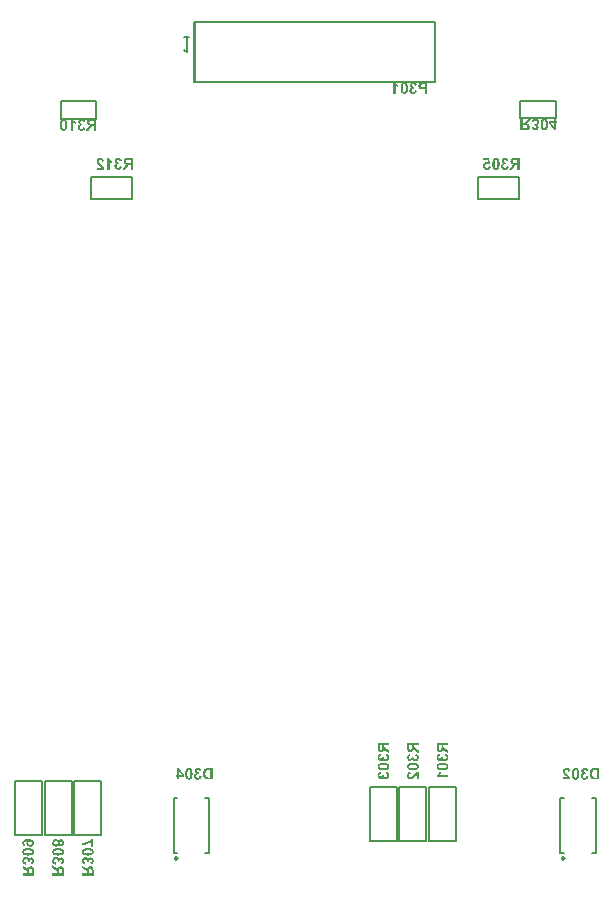
<source format=gbo>
G04 Layer_Color=32896*
%FSLAX25Y25*%
%MOIN*%
G70*
G01*
G75*
%ADD44C,0.00800*%
%ADD47C,0.00787*%
%ADD72C,0.00984*%
%ADD73C,0.00500*%
G36*
X64203Y351281D02*
X64275Y351164D01*
X64353Y351053D01*
X64431Y350964D01*
X64498Y350892D01*
X64559Y350837D01*
X64581Y350815D01*
X64597Y350798D01*
X64609Y350792D01*
X64614Y350787D01*
X64736Y350698D01*
X64853Y350620D01*
X64958Y350559D01*
X65052Y350515D01*
X65130Y350482D01*
X65186Y350454D01*
X65208Y350448D01*
X65224Y350443D01*
X65230Y350437D01*
X65236D01*
Y349771D01*
X65036Y349849D01*
X64858Y349932D01*
X64775Y349976D01*
X64697Y350026D01*
X64625Y350071D01*
X64559Y350115D01*
X64498Y350160D01*
X64442Y350198D01*
X64398Y350232D01*
X64359Y350265D01*
X64325Y350293D01*
X64303Y350309D01*
X64292Y350321D01*
X64287Y350326D01*
Y347546D01*
X63548D01*
Y351408D01*
X64148D01*
X64203Y351281D01*
D02*
G37*
G36*
X72123Y347546D02*
X71346D01*
Y349149D01*
X71096D01*
X71019Y349144D01*
X70952Y349138D01*
X70897Y349127D01*
X70852Y349122D01*
X70824Y349111D01*
X70808Y349105D01*
X70802D01*
X70758Y349083D01*
X70714Y349061D01*
X70675Y349033D01*
X70636Y349011D01*
X70608Y348983D01*
X70586Y348961D01*
X70575Y348950D01*
X70569Y348944D01*
X70547Y348916D01*
X70519Y348889D01*
X70458Y348805D01*
X70392Y348717D01*
X70319Y348617D01*
X70258Y348528D01*
X70231Y348483D01*
X70208Y348450D01*
X70186Y348422D01*
X70170Y348400D01*
X70164Y348384D01*
X70158Y348378D01*
X69604Y347546D01*
X68671D01*
X69143Y348295D01*
X69193Y348373D01*
X69243Y348450D01*
X69287Y348517D01*
X69332Y348578D01*
X69370Y348633D01*
X69404Y348689D01*
X69470Y348772D01*
X69520Y348839D01*
X69554Y348883D01*
X69581Y348911D01*
X69587Y348916D01*
X69648Y348983D01*
X69720Y349044D01*
X69787Y349094D01*
X69853Y349144D01*
X69909Y349183D01*
X69953Y349211D01*
X69986Y349233D01*
X69992Y349238D01*
X69998D01*
X69903Y349255D01*
X69820Y349277D01*
X69742Y349299D01*
X69665Y349327D01*
X69598Y349355D01*
X69537Y349383D01*
X69476Y349410D01*
X69426Y349444D01*
X69381Y349471D01*
X69343Y349499D01*
X69309Y349527D01*
X69287Y349549D01*
X69265Y349566D01*
X69248Y349582D01*
X69243Y349588D01*
X69237Y349593D01*
X69193Y349649D01*
X69154Y349705D01*
X69087Y349827D01*
X69043Y349943D01*
X69015Y350060D01*
X68993Y350160D01*
X68987Y350198D01*
Y350237D01*
X68982Y350265D01*
Y350293D01*
Y350304D01*
Y350309D01*
X68987Y350431D01*
X69010Y350548D01*
X69037Y350648D01*
X69065Y350737D01*
X69098Y350809D01*
X69126Y350864D01*
X69137Y350881D01*
X69148Y350898D01*
X69154Y350903D01*
Y350909D01*
X69221Y351003D01*
X69293Y351081D01*
X69365Y351142D01*
X69437Y351197D01*
X69504Y351231D01*
X69554Y351258D01*
X69587Y351275D01*
X69592Y351281D01*
X69598D01*
X69653Y351297D01*
X69714Y351314D01*
X69853Y351342D01*
X70003Y351358D01*
X70147Y351375D01*
X70219D01*
X70281Y351381D01*
X70342D01*
X70392Y351386D01*
X72123D01*
Y347546D01*
D02*
G37*
G36*
X67322Y351403D02*
X67428Y351392D01*
X67528Y351370D01*
X67611Y351347D01*
X67678Y351325D01*
X67733Y351303D01*
X67766Y351292D01*
X67772Y351286D01*
X67778D01*
X67866Y351236D01*
X67950Y351181D01*
X68016Y351125D01*
X68072Y351075D01*
X68116Y351025D01*
X68149Y350987D01*
X68172Y350964D01*
X68177Y350953D01*
X68227Y350870D01*
X68271Y350781D01*
X68305Y350687D01*
X68338Y350598D01*
X68360Y350515D01*
X68377Y350454D01*
X68383Y350426D01*
Y350409D01*
X68388Y350398D01*
Y350393D01*
X67711Y350282D01*
X67694Y350371D01*
X67672Y350448D01*
X67650Y350515D01*
X67622Y350565D01*
X67594Y350609D01*
X67572Y350642D01*
X67555Y350659D01*
X67550Y350665D01*
X67500Y350709D01*
X67444Y350742D01*
X67389Y350764D01*
X67339Y350781D01*
X67295Y350792D01*
X67261Y350798D01*
X67228D01*
X67162Y350792D01*
X67095Y350781D01*
X67045Y350759D01*
X67001Y350742D01*
X66962Y350720D01*
X66940Y350698D01*
X66923Y350687D01*
X66917Y350681D01*
X66878Y350637D01*
X66851Y350581D01*
X66829Y350531D01*
X66817Y350482D01*
X66806Y350437D01*
X66801Y350404D01*
Y350382D01*
Y350371D01*
X66806Y350287D01*
X66823Y350215D01*
X66851Y350154D01*
X66878Y350104D01*
X66912Y350060D01*
X66934Y350032D01*
X66956Y350010D01*
X66962Y350004D01*
X67028Y349960D01*
X67100Y349926D01*
X67178Y349904D01*
X67250Y349888D01*
X67317Y349882D01*
X67372Y349876D01*
X67422D01*
X67500Y349283D01*
X67428Y349299D01*
X67367Y349316D01*
X67306Y349327D01*
X67256Y349333D01*
X67217Y349338D01*
X67162D01*
X67084Y349333D01*
X67017Y349310D01*
X66956Y349288D01*
X66901Y349255D01*
X66862Y349227D01*
X66829Y349199D01*
X66806Y349177D01*
X66801Y349172D01*
X66751Y349105D01*
X66712Y349033D01*
X66684Y348961D01*
X66662Y348889D01*
X66651Y348822D01*
X66645Y348772D01*
Y348739D01*
Y348733D01*
Y348728D01*
X66651Y348622D01*
X66667Y348528D01*
X66695Y348445D01*
X66723Y348378D01*
X66756Y348328D01*
X66778Y348289D01*
X66801Y348261D01*
X66806Y348256D01*
X66867Y348200D01*
X66934Y348156D01*
X66995Y348128D01*
X67056Y348106D01*
X67111Y348095D01*
X67150Y348089D01*
X67178Y348084D01*
X67189D01*
X67267Y348089D01*
X67334Y348106D01*
X67395Y348128D01*
X67450Y348156D01*
X67489Y348178D01*
X67522Y348200D01*
X67544Y348217D01*
X67550Y348223D01*
X67600Y348284D01*
X67644Y348350D01*
X67672Y348422D01*
X67700Y348489D01*
X67716Y348550D01*
X67728Y348600D01*
X67733Y348633D01*
Y348639D01*
Y348644D01*
X68444Y348556D01*
X68432Y348467D01*
X68410Y348384D01*
X68360Y348228D01*
X68299Y348095D01*
X68260Y348040D01*
X68227Y347984D01*
X68194Y347934D01*
X68160Y347895D01*
X68133Y347856D01*
X68105Y347829D01*
X68083Y347806D01*
X68066Y347790D01*
X68055Y347779D01*
X68050Y347773D01*
X67983Y347723D01*
X67911Y347673D01*
X67844Y347634D01*
X67766Y347601D01*
X67622Y347546D01*
X67489Y347512D01*
X67422Y347501D01*
X67367Y347490D01*
X67317Y347484D01*
X67273Y347479D01*
X67234Y347473D01*
X67184D01*
X67084Y347479D01*
X66984Y347490D01*
X66895Y347507D01*
X66806Y347529D01*
X66729Y347557D01*
X66651Y347584D01*
X66579Y347618D01*
X66518Y347651D01*
X66462Y347684D01*
X66407Y347718D01*
X66368Y347745D01*
X66329Y347773D01*
X66301Y347795D01*
X66279Y347812D01*
X66268Y347823D01*
X66262Y347829D01*
X66196Y347895D01*
X66140Y347967D01*
X66090Y348040D01*
X66046Y348112D01*
X66013Y348189D01*
X65979Y348261D01*
X65935Y348395D01*
X65924Y348456D01*
X65913Y348517D01*
X65902Y348567D01*
X65896Y348611D01*
X65891Y348644D01*
Y348672D01*
Y348689D01*
Y348694D01*
X65902Y348822D01*
X65924Y348933D01*
X65952Y349039D01*
X65990Y349122D01*
X66029Y349194D01*
X66057Y349244D01*
X66079Y349277D01*
X66090Y349288D01*
X66168Y349372D01*
X66257Y349444D01*
X66346Y349499D01*
X66429Y349543D01*
X66501Y349577D01*
X66562Y349593D01*
X66584Y349605D01*
X66601D01*
X66612Y349610D01*
X66618D01*
X66518Y349671D01*
X66434Y349732D01*
X66362Y349799D01*
X66296Y349865D01*
X66240Y349932D01*
X66196Y349999D01*
X66163Y350065D01*
X66129Y350126D01*
X66107Y350187D01*
X66090Y350243D01*
X66079Y350293D01*
X66074Y350337D01*
X66068Y350371D01*
X66063Y350398D01*
Y350415D01*
Y350420D01*
X66068Y350487D01*
X66074Y350548D01*
X66107Y350670D01*
X66146Y350781D01*
X66196Y350875D01*
X66246Y350953D01*
X66290Y351009D01*
X66307Y351031D01*
X66323Y351048D01*
X66329Y351053D01*
X66334Y351059D01*
X66396Y351120D01*
X66468Y351175D01*
X66534Y351220D01*
X66606Y351258D01*
X66684Y351297D01*
X66756Y351325D01*
X66895Y351364D01*
X66956Y351381D01*
X67017Y351392D01*
X67067Y351397D01*
X67117Y351403D01*
X67156Y351408D01*
X67206D01*
X67322Y351403D01*
D02*
G37*
G36*
X61273D02*
X61362Y351397D01*
X61534Y351370D01*
X61678Y351325D01*
X61745Y351303D01*
X61806Y351275D01*
X61861Y351253D01*
X61906Y351225D01*
X61950Y351203D01*
X61983Y351186D01*
X62011Y351164D01*
X62028Y351153D01*
X62039Y351148D01*
X62044Y351142D01*
X62105Y351086D01*
X62161Y351031D01*
X62211Y350964D01*
X62255Y350892D01*
X62322Y350748D01*
X62377Y350609D01*
X62394Y350537D01*
X62411Y350476D01*
X62427Y350420D01*
X62433Y350371D01*
X62444Y350326D01*
Y350298D01*
X62450Y350276D01*
Y350271D01*
X61717Y350198D01*
X61706Y350309D01*
X61684Y350404D01*
X61661Y350487D01*
X61634Y350548D01*
X61611Y350598D01*
X61589Y350631D01*
X61573Y350654D01*
X61567Y350659D01*
X61512Y350704D01*
X61450Y350737D01*
X61389Y350764D01*
X61328Y350781D01*
X61278Y350792D01*
X61234Y350798D01*
X61195D01*
X61112Y350792D01*
X61040Y350776D01*
X60979Y350753D01*
X60923Y350731D01*
X60884Y350709D01*
X60851Y350687D01*
X60834Y350670D01*
X60829Y350665D01*
X60785Y350609D01*
X60751Y350548D01*
X60729Y350487D01*
X60712Y350426D01*
X60701Y350371D01*
X60696Y350321D01*
Y350293D01*
Y350287D01*
Y350282D01*
X60701Y350198D01*
X60718Y350121D01*
X60746Y350043D01*
X60773Y349976D01*
X60801Y349915D01*
X60829Y349871D01*
X60846Y349843D01*
X60851Y349832D01*
X60873Y349799D01*
X60907Y349760D01*
X60951Y349710D01*
X60995Y349666D01*
X61095Y349560D01*
X61195Y349455D01*
X61295Y349355D01*
X61339Y349310D01*
X61384Y349277D01*
X61417Y349244D01*
X61439Y349222D01*
X61456Y349205D01*
X61462Y349199D01*
X61573Y349094D01*
X61673Y348994D01*
X61767Y348900D01*
X61850Y348816D01*
X61928Y348733D01*
X61994Y348656D01*
X62055Y348589D01*
X62105Y348522D01*
X62150Y348467D01*
X62189Y348417D01*
X62222Y348378D01*
X62244Y348339D01*
X62266Y348317D01*
X62278Y348295D01*
X62289Y348284D01*
Y348278D01*
X62361Y348150D01*
X62416Y348017D01*
X62461Y347895D01*
X62494Y347784D01*
X62516Y347684D01*
X62522Y347645D01*
X62527Y347612D01*
X62533Y347584D01*
X62538Y347562D01*
Y347551D01*
Y347546D01*
X59958D01*
Y348228D01*
X61423D01*
X61378Y348300D01*
X61328Y348361D01*
X61306Y348389D01*
X61290Y348411D01*
X61278Y348422D01*
X61273Y348428D01*
X61251Y348450D01*
X61229Y348478D01*
X61162Y348539D01*
X61090Y348611D01*
X61018Y348683D01*
X60945Y348750D01*
X60884Y348805D01*
X60862Y348828D01*
X60846Y348844D01*
X60834Y348850D01*
X60829Y348855D01*
X60707Y348972D01*
X60607Y349066D01*
X60524Y349155D01*
X60457Y349222D01*
X60407Y349277D01*
X60374Y349316D01*
X60352Y349344D01*
X60346Y349349D01*
X60274Y349444D01*
X60213Y349532D01*
X60163Y349616D01*
X60124Y349688D01*
X60091Y349749D01*
X60069Y349799D01*
X60057Y349827D01*
X60052Y349838D01*
X60019Y349926D01*
X59996Y350015D01*
X59980Y350098D01*
X59969Y350176D01*
X59963Y350237D01*
X59958Y350287D01*
Y350321D01*
Y350332D01*
X59963Y350415D01*
X59974Y350498D01*
X59985Y350576D01*
X60008Y350648D01*
X60063Y350776D01*
X60119Y350887D01*
X60152Y350937D01*
X60180Y350975D01*
X60207Y351014D01*
X60235Y351042D01*
X60257Y351064D01*
X60268Y351086D01*
X60280Y351092D01*
X60285Y351097D01*
X60346Y351153D01*
X60418Y351203D01*
X60485Y351242D01*
X60562Y351275D01*
X60707Y351331D01*
X60851Y351370D01*
X60918Y351381D01*
X60979Y351392D01*
X61034Y351397D01*
X61084Y351403D01*
X61123Y351408D01*
X61179D01*
X61273Y351403D01*
D02*
G37*
G36*
X59905Y360551D02*
X59128D01*
Y362155D01*
X58879D01*
X58801Y362150D01*
X58735Y362144D01*
X58679Y362133D01*
X58635Y362127D01*
X58607Y362116D01*
X58590Y362111D01*
X58585D01*
X58540Y362088D01*
X58496Y362066D01*
X58457Y362039D01*
X58418Y362016D01*
X58390Y361989D01*
X58368Y361966D01*
X58357Y361955D01*
X58351Y361950D01*
X58329Y361922D01*
X58302Y361894D01*
X58240Y361811D01*
X58174Y361722D01*
X58102Y361622D01*
X58041Y361533D01*
X58013Y361489D01*
X57991Y361456D01*
X57969Y361428D01*
X57952Y361406D01*
X57946Y361389D01*
X57941Y361384D01*
X57386Y360551D01*
X56453D01*
X56925Y361300D01*
X56975Y361378D01*
X57025Y361456D01*
X57069Y361522D01*
X57114Y361583D01*
X57153Y361639D01*
X57186Y361695D01*
X57253Y361778D01*
X57303Y361844D01*
X57336Y361889D01*
X57364Y361916D01*
X57369Y361922D01*
X57430Y361989D01*
X57502Y362050D01*
X57569Y362100D01*
X57636Y362150D01*
X57691Y362188D01*
X57736Y362216D01*
X57769Y362238D01*
X57774Y362244D01*
X57780D01*
X57686Y362261D01*
X57602Y362283D01*
X57525Y362305D01*
X57447Y362333D01*
X57380Y362361D01*
X57319Y362388D01*
X57258Y362416D01*
X57208Y362449D01*
X57164Y362477D01*
X57125Y362505D01*
X57092Y362532D01*
X57069Y362555D01*
X57047Y362571D01*
X57031Y362588D01*
X57025Y362594D01*
X57020Y362599D01*
X56975Y362655D01*
X56936Y362710D01*
X56870Y362832D01*
X56825Y362949D01*
X56797Y363065D01*
X56775Y363165D01*
X56770Y363204D01*
Y363243D01*
X56764Y363271D01*
Y363298D01*
Y363310D01*
Y363315D01*
X56770Y363437D01*
X56792Y363554D01*
X56820Y363654D01*
X56848Y363742D01*
X56881Y363815D01*
X56909Y363870D01*
X56920Y363887D01*
X56931Y363903D01*
X56936Y363909D01*
Y363914D01*
X57003Y364009D01*
X57075Y364087D01*
X57147Y364148D01*
X57219Y364203D01*
X57286Y364236D01*
X57336Y364264D01*
X57369Y364281D01*
X57375Y364286D01*
X57380D01*
X57436Y364303D01*
X57497Y364320D01*
X57636Y364347D01*
X57785Y364364D01*
X57930Y364381D01*
X58002D01*
X58063Y364386D01*
X58124D01*
X58174Y364392D01*
X59905D01*
Y360551D01*
D02*
G37*
G36*
X49083Y364408D02*
X49177Y364397D01*
X49272Y364375D01*
X49355Y364353D01*
X49433Y364320D01*
X49505Y364286D01*
X49566Y364253D01*
X49627Y364214D01*
X49677Y364175D01*
X49727Y364142D01*
X49766Y364109D01*
X49793Y364075D01*
X49821Y364053D01*
X49838Y364031D01*
X49849Y364020D01*
X49854Y364014D01*
X49921Y363920D01*
X49977Y363809D01*
X50027Y363692D01*
X50071Y363570D01*
X50104Y363443D01*
X50138Y363310D01*
X50160Y363182D01*
X50182Y363054D01*
X50193Y362932D01*
X50204Y362821D01*
X50215Y362716D01*
X50221Y362627D01*
X50226Y362555D01*
Y362499D01*
Y362477D01*
Y362460D01*
Y362455D01*
Y362449D01*
X50221Y362249D01*
X50210Y362066D01*
X50193Y361894D01*
X50171Y361739D01*
X50149Y361600D01*
X50121Y361473D01*
X50088Y361362D01*
X50054Y361262D01*
X50027Y361178D01*
X49993Y361101D01*
X49966Y361040D01*
X49938Y360990D01*
X49921Y360956D01*
X49904Y360929D01*
X49893Y360912D01*
X49888Y360906D01*
X49821Y360829D01*
X49749Y360768D01*
X49677Y360707D01*
X49599Y360662D01*
X49527Y360618D01*
X49449Y360584D01*
X49377Y360557D01*
X49305Y360535D01*
X49238Y360512D01*
X49177Y360501D01*
X49122Y360490D01*
X49077Y360485D01*
X49039D01*
X49005Y360479D01*
X48983D01*
X48883Y360485D01*
X48789Y360496D01*
X48695Y360518D01*
X48611Y360540D01*
X48534Y360568D01*
X48461Y360601D01*
X48400Y360640D01*
X48339Y360679D01*
X48289Y360712D01*
X48239Y360751D01*
X48201Y360784D01*
X48167Y360812D01*
X48145Y360834D01*
X48128Y360856D01*
X48117Y360868D01*
X48112Y360873D01*
X48045Y360967D01*
X47990Y361078D01*
X47934Y361195D01*
X47895Y361323D01*
X47857Y361450D01*
X47829Y361578D01*
X47801Y361711D01*
X47779Y361839D01*
X47768Y361961D01*
X47757Y362072D01*
X47745Y362177D01*
X47740Y362266D01*
X47734Y362338D01*
Y362394D01*
Y362416D01*
Y362433D01*
Y362438D01*
Y362444D01*
X47740Y362644D01*
X47751Y362827D01*
X47768Y362993D01*
X47795Y363149D01*
X47823Y363293D01*
X47851Y363421D01*
X47890Y363537D01*
X47923Y363637D01*
X47956Y363731D01*
X47990Y363804D01*
X48023Y363870D01*
X48051Y363926D01*
X48079Y363964D01*
X48095Y363992D01*
X48106Y364009D01*
X48112Y364014D01*
X48173Y364087D01*
X48239Y364148D01*
X48312Y364197D01*
X48384Y364247D01*
X48456Y364286D01*
X48528Y364314D01*
X48595Y364342D01*
X48667Y364364D01*
X48733Y364381D01*
X48789Y364392D01*
X48844Y364403D01*
X48889Y364408D01*
X48928Y364414D01*
X48983D01*
X49083Y364408D01*
D02*
G37*
G36*
X55105D02*
X55210Y364397D01*
X55310Y364375D01*
X55393Y364353D01*
X55460Y364331D01*
X55515Y364309D01*
X55549Y364297D01*
X55554Y364292D01*
X55560D01*
X55649Y364242D01*
X55732Y364186D01*
X55799Y364131D01*
X55854Y364081D01*
X55898Y364031D01*
X55932Y363992D01*
X55954Y363970D01*
X55959Y363959D01*
X56009Y363876D01*
X56054Y363787D01*
X56087Y363692D01*
X56120Y363604D01*
X56143Y363520D01*
X56159Y363459D01*
X56165Y363432D01*
Y363415D01*
X56170Y363404D01*
Y363398D01*
X55493Y363287D01*
X55477Y363376D01*
X55454Y363454D01*
X55432Y363520D01*
X55405Y363570D01*
X55377Y363615D01*
X55354Y363648D01*
X55338Y363665D01*
X55332Y363670D01*
X55282Y363715D01*
X55227Y363748D01*
X55171Y363770D01*
X55121Y363787D01*
X55077Y363798D01*
X55044Y363804D01*
X55010D01*
X54944Y363798D01*
X54877Y363787D01*
X54827Y363765D01*
X54783Y363748D01*
X54744Y363726D01*
X54722Y363704D01*
X54705Y363692D01*
X54700Y363687D01*
X54661Y363643D01*
X54633Y363587D01*
X54611Y363537D01*
X54600Y363487D01*
X54589Y363443D01*
X54583Y363409D01*
Y363387D01*
Y363376D01*
X54589Y363293D01*
X54605Y363221D01*
X54633Y363160D01*
X54661Y363110D01*
X54694Y363065D01*
X54716Y363038D01*
X54738Y363015D01*
X54744Y363010D01*
X54811Y362965D01*
X54883Y362932D01*
X54961Y362910D01*
X55033Y362893D01*
X55099Y362888D01*
X55155Y362882D01*
X55205D01*
X55282Y362288D01*
X55210Y362305D01*
X55149Y362322D01*
X55088Y362333D01*
X55038Y362338D01*
X54999Y362344D01*
X54944D01*
X54866Y362338D01*
X54799Y362316D01*
X54738Y362294D01*
X54683Y362261D01*
X54644Y362233D01*
X54611Y362205D01*
X54589Y362183D01*
X54583Y362177D01*
X54533Y362111D01*
X54494Y362039D01*
X54466Y361966D01*
X54444Y361894D01*
X54433Y361828D01*
X54428Y361778D01*
Y361744D01*
Y361739D01*
Y361733D01*
X54433Y361628D01*
X54450Y361533D01*
X54478Y361450D01*
X54505Y361384D01*
X54539Y361334D01*
X54561Y361295D01*
X54583Y361267D01*
X54589Y361262D01*
X54650Y361206D01*
X54716Y361162D01*
X54777Y361134D01*
X54838Y361112D01*
X54894Y361101D01*
X54933Y361095D01*
X54961Y361089D01*
X54972D01*
X55049Y361095D01*
X55116Y361112D01*
X55177Y361134D01*
X55232Y361162D01*
X55271Y361184D01*
X55305Y361206D01*
X55327Y361223D01*
X55332Y361228D01*
X55382Y361289D01*
X55427Y361356D01*
X55454Y361428D01*
X55482Y361495D01*
X55499Y361556D01*
X55510Y361606D01*
X55515Y361639D01*
Y361645D01*
Y361650D01*
X56226Y361561D01*
X56215Y361473D01*
X56193Y361389D01*
X56143Y361234D01*
X56082Y361101D01*
X56043Y361045D01*
X56009Y360990D01*
X55976Y360940D01*
X55943Y360901D01*
X55915Y360862D01*
X55887Y360834D01*
X55865Y360812D01*
X55848Y360795D01*
X55837Y360784D01*
X55832Y360779D01*
X55765Y360729D01*
X55693Y360679D01*
X55626Y360640D01*
X55549Y360607D01*
X55405Y360551D01*
X55271Y360518D01*
X55205Y360507D01*
X55149Y360496D01*
X55099Y360490D01*
X55055Y360485D01*
X55016Y360479D01*
X54966D01*
X54866Y360485D01*
X54766Y360496D01*
X54677Y360512D01*
X54589Y360535D01*
X54511Y360562D01*
X54433Y360590D01*
X54361Y360623D01*
X54300Y360657D01*
X54245Y360690D01*
X54189Y360723D01*
X54150Y360751D01*
X54111Y360779D01*
X54084Y360801D01*
X54061Y360818D01*
X54050Y360829D01*
X54045Y360834D01*
X53978Y360901D01*
X53923Y360973D01*
X53873Y361045D01*
X53828Y361117D01*
X53795Y361195D01*
X53762Y361267D01*
X53717Y361400D01*
X53706Y361461D01*
X53695Y361522D01*
X53684Y361572D01*
X53678Y361617D01*
X53673Y361650D01*
Y361678D01*
Y361695D01*
Y361700D01*
X53684Y361828D01*
X53706Y361939D01*
X53734Y362044D01*
X53773Y362127D01*
X53812Y362199D01*
X53839Y362249D01*
X53862Y362283D01*
X53873Y362294D01*
X53950Y362377D01*
X54039Y362449D01*
X54128Y362505D01*
X54211Y362549D01*
X54283Y362582D01*
X54344Y362599D01*
X54367Y362610D01*
X54383D01*
X54394Y362616D01*
X54400D01*
X54300Y362677D01*
X54217Y362738D01*
X54145Y362805D01*
X54078Y362871D01*
X54023Y362938D01*
X53978Y363004D01*
X53945Y363071D01*
X53912Y363132D01*
X53889Y363193D01*
X53873Y363248D01*
X53862Y363298D01*
X53856Y363343D01*
X53851Y363376D01*
X53845Y363404D01*
Y363421D01*
Y363426D01*
X53851Y363493D01*
X53856Y363554D01*
X53889Y363676D01*
X53928Y363787D01*
X53978Y363881D01*
X54028Y363959D01*
X54072Y364014D01*
X54089Y364037D01*
X54106Y364053D01*
X54111Y364059D01*
X54117Y364064D01*
X54178Y364125D01*
X54250Y364181D01*
X54317Y364225D01*
X54389Y364264D01*
X54466Y364303D01*
X54539Y364331D01*
X54677Y364370D01*
X54738Y364386D01*
X54799Y364397D01*
X54849Y364403D01*
X54899Y364408D01*
X54938Y364414D01*
X54988D01*
X55105Y364408D01*
D02*
G37*
G36*
X51986Y364286D02*
X52058Y364170D01*
X52135Y364059D01*
X52213Y363970D01*
X52280Y363898D01*
X52341Y363842D01*
X52363Y363820D01*
X52380Y363804D01*
X52391Y363798D01*
X52396Y363792D01*
X52518Y363704D01*
X52635Y363626D01*
X52741Y363565D01*
X52835Y363520D01*
X52912Y363487D01*
X52968Y363459D01*
X52990Y363454D01*
X53007Y363448D01*
X53012Y363443D01*
X53018D01*
Y362777D01*
X52818Y362854D01*
X52641Y362938D01*
X52557Y362982D01*
X52480Y363032D01*
X52407Y363076D01*
X52341Y363121D01*
X52280Y363165D01*
X52224Y363204D01*
X52180Y363237D01*
X52141Y363271D01*
X52108Y363298D01*
X52086Y363315D01*
X52074Y363326D01*
X52069Y363332D01*
Y360551D01*
X51331D01*
Y364414D01*
X51930D01*
X51986Y364286D01*
D02*
G37*
G36*
X165624Y149797D02*
X165808Y149786D01*
X165980Y149769D01*
X166135Y149747D01*
X166274Y149725D01*
X166402Y149697D01*
X166513Y149664D01*
X166612Y149631D01*
X166696Y149603D01*
X166773Y149570D01*
X166834Y149542D01*
X166884Y149514D01*
X166918Y149497D01*
X166945Y149481D01*
X166962Y149470D01*
X166968Y149464D01*
X167045Y149398D01*
X167106Y149326D01*
X167167Y149253D01*
X167212Y149176D01*
X167256Y149103D01*
X167289Y149026D01*
X167317Y148954D01*
X167340Y148881D01*
X167362Y148815D01*
X167373Y148754D01*
X167384Y148698D01*
X167389Y148654D01*
Y148615D01*
X167395Y148582D01*
Y148565D01*
Y148560D01*
X167389Y148460D01*
X167378Y148365D01*
X167356Y148271D01*
X167334Y148188D01*
X167306Y148110D01*
X167273Y148038D01*
X167234Y147977D01*
X167195Y147916D01*
X167162Y147866D01*
X167123Y147816D01*
X167090Y147777D01*
X167062Y147744D01*
X167040Y147722D01*
X167018Y147705D01*
X167007Y147694D01*
X167001Y147688D01*
X166907Y147622D01*
X166796Y147566D01*
X166679Y147511D01*
X166551Y147472D01*
X166424Y147433D01*
X166296Y147405D01*
X166163Y147377D01*
X166035Y147355D01*
X165913Y147344D01*
X165802Y147333D01*
X165697Y147322D01*
X165608Y147316D01*
X165536Y147311D01*
X165430D01*
X165231Y147316D01*
X165047Y147327D01*
X164881Y147344D01*
X164725Y147372D01*
X164581Y147400D01*
X164453Y147427D01*
X164337Y147466D01*
X164237Y147500D01*
X164143Y147533D01*
X164070Y147566D01*
X164004Y147599D01*
X163948Y147627D01*
X163910Y147655D01*
X163882Y147672D01*
X163865Y147683D01*
X163860Y147688D01*
X163787Y147749D01*
X163726Y147816D01*
X163677Y147888D01*
X163627Y147960D01*
X163588Y148032D01*
X163560Y148105D01*
X163532Y148171D01*
X163510Y148243D01*
X163493Y148310D01*
X163482Y148365D01*
X163471Y148421D01*
X163466Y148465D01*
X163460Y148504D01*
Y148537D01*
Y148554D01*
Y148560D01*
X163466Y148660D01*
X163477Y148754D01*
X163499Y148848D01*
X163521Y148931D01*
X163554Y149009D01*
X163588Y149081D01*
X163621Y149142D01*
X163660Y149203D01*
X163699Y149253D01*
X163732Y149303D01*
X163765Y149342D01*
X163799Y149370D01*
X163821Y149398D01*
X163843Y149414D01*
X163854Y149425D01*
X163860Y149431D01*
X163954Y149497D01*
X164065Y149553D01*
X164181Y149603D01*
X164304Y149647D01*
X164431Y149681D01*
X164565Y149714D01*
X164692Y149736D01*
X164820Y149758D01*
X164942Y149769D01*
X165053Y149781D01*
X165158Y149792D01*
X165247Y149797D01*
X165319Y149803D01*
X165425D01*
X165624Y149797D01*
D02*
G37*
G36*
X167323Y144331D02*
X166640D01*
Y145796D01*
X166568Y145751D01*
X166507Y145701D01*
X166479Y145679D01*
X166457Y145662D01*
X166446Y145651D01*
X166440Y145646D01*
X166418Y145624D01*
X166390Y145601D01*
X166329Y145535D01*
X166257Y145463D01*
X166185Y145390D01*
X166119Y145318D01*
X166063Y145257D01*
X166041Y145235D01*
X166024Y145219D01*
X166019Y145207D01*
X166013Y145202D01*
X165896Y145080D01*
X165802Y144980D01*
X165713Y144897D01*
X165647Y144830D01*
X165591Y144780D01*
X165552Y144747D01*
X165525Y144725D01*
X165519Y144719D01*
X165425Y144647D01*
X165336Y144586D01*
X165253Y144536D01*
X165181Y144497D01*
X165120Y144464D01*
X165069Y144441D01*
X165042Y144430D01*
X165031Y144425D01*
X164942Y144392D01*
X164853Y144369D01*
X164770Y144353D01*
X164692Y144342D01*
X164631Y144336D01*
X164581Y144331D01*
X164537D01*
X164453Y144336D01*
X164370Y144347D01*
X164293Y144358D01*
X164220Y144380D01*
X164093Y144436D01*
X163982Y144491D01*
X163932Y144525D01*
X163893Y144553D01*
X163854Y144580D01*
X163826Y144608D01*
X163804Y144630D01*
X163782Y144641D01*
X163776Y144652D01*
X163771Y144658D01*
X163715Y144719D01*
X163665Y144791D01*
X163627Y144858D01*
X163593Y144935D01*
X163538Y145080D01*
X163499Y145224D01*
X163488Y145291D01*
X163477Y145352D01*
X163471Y145407D01*
X163466Y145457D01*
X163460Y145496D01*
Y145524D01*
Y145546D01*
Y145552D01*
X163466Y145646D01*
X163471Y145735D01*
X163499Y145907D01*
X163543Y146051D01*
X163566Y146118D01*
X163593Y146179D01*
X163615Y146234D01*
X163643Y146279D01*
X163665Y146323D01*
X163682Y146356D01*
X163704Y146384D01*
X163715Y146401D01*
X163721Y146412D01*
X163726Y146417D01*
X163782Y146478D01*
X163837Y146534D01*
X163904Y146584D01*
X163976Y146628D01*
X164120Y146695D01*
X164259Y146750D01*
X164331Y146767D01*
X164392Y146784D01*
X164448Y146800D01*
X164498Y146806D01*
X164542Y146817D01*
X164570D01*
X164592Y146822D01*
X164598D01*
X164670Y146090D01*
X164559Y146079D01*
X164465Y146056D01*
X164381Y146034D01*
X164320Y146007D01*
X164270Y145984D01*
X164237Y145962D01*
X164215Y145946D01*
X164209Y145940D01*
X164165Y145885D01*
X164132Y145823D01*
X164104Y145762D01*
X164087Y145701D01*
X164076Y145651D01*
X164070Y145607D01*
Y145579D01*
Y145568D01*
X164076Y145485D01*
X164093Y145413D01*
X164115Y145352D01*
X164137Y145296D01*
X164159Y145257D01*
X164181Y145224D01*
X164198Y145207D01*
X164204Y145202D01*
X164259Y145157D01*
X164320Y145124D01*
X164381Y145102D01*
X164442Y145085D01*
X164498Y145074D01*
X164548Y145069D01*
X164587D01*
X164670Y145074D01*
X164748Y145091D01*
X164825Y145119D01*
X164892Y145146D01*
X164953Y145174D01*
X164997Y145202D01*
X165025Y145219D01*
X165036Y145224D01*
X165069Y145246D01*
X165108Y145280D01*
X165158Y145324D01*
X165203Y145368D01*
X165308Y145468D01*
X165414Y145568D01*
X165514Y145668D01*
X165558Y145712D01*
X165591Y145757D01*
X165624Y145790D01*
X165647Y145812D01*
X165663Y145829D01*
X165669Y145835D01*
X165774Y145946D01*
X165874Y146045D01*
X165969Y146140D01*
X166052Y146223D01*
X166135Y146301D01*
X166213Y146367D01*
X166279Y146428D01*
X166346Y146478D01*
X166402Y146523D01*
X166452Y146562D01*
X166490Y146595D01*
X166529Y146617D01*
X166551Y146639D01*
X166574Y146650D01*
X166585Y146661D01*
X166590D01*
X166718Y146734D01*
X166851Y146789D01*
X166973Y146834D01*
X167084Y146867D01*
X167184Y146889D01*
X167223Y146895D01*
X167256Y146900D01*
X167284Y146906D01*
X167306Y146911D01*
X167323D01*
Y144331D01*
D02*
G37*
G36*
Y155719D02*
X165719D01*
Y155564D01*
Y155469D01*
X165724Y155392D01*
X165730Y155325D01*
X165741Y155270D01*
X165747Y155225D01*
X165758Y155197D01*
X165763Y155181D01*
Y155175D01*
X165786Y155131D01*
X165808Y155086D01*
X165835Y155048D01*
X165858Y155009D01*
X165885Y154981D01*
X165908Y154959D01*
X165919Y154948D01*
X165924Y154942D01*
X165952Y154920D01*
X165980Y154892D01*
X166063Y154831D01*
X166152Y154764D01*
X166252Y154692D01*
X166340Y154631D01*
X166385Y154604D01*
X166418Y154581D01*
X166446Y154559D01*
X166468Y154543D01*
X166485Y154537D01*
X166490Y154531D01*
X167323Y153976D01*
Y153044D01*
X166574Y153516D01*
X166496Y153566D01*
X166418Y153616D01*
X166352Y153660D01*
X166290Y153704D01*
X166235Y153743D01*
X166180Y153777D01*
X166096Y153843D01*
X166030Y153893D01*
X165985Y153926D01*
X165957Y153954D01*
X165952Y153960D01*
X165885Y154021D01*
X165824Y154093D01*
X165774Y154159D01*
X165724Y154226D01*
X165686Y154282D01*
X165658Y154326D01*
X165636Y154359D01*
X165630Y154365D01*
Y154370D01*
X165613Y154276D01*
X165591Y154193D01*
X165569Y154115D01*
X165541Y154037D01*
X165514Y153971D01*
X165486Y153910D01*
X165458Y153849D01*
X165425Y153799D01*
X165397Y153754D01*
X165369Y153716D01*
X165341Y153682D01*
X165319Y153660D01*
X165303Y153638D01*
X165286Y153621D01*
X165280Y153616D01*
X165275Y153610D01*
X165219Y153566D01*
X165164Y153527D01*
X165042Y153460D01*
X164925Y153416D01*
X164809Y153388D01*
X164709Y153366D01*
X164670Y153360D01*
X164631D01*
X164603Y153355D01*
X164559D01*
X164437Y153360D01*
X164320Y153383D01*
X164220Y153410D01*
X164132Y153438D01*
X164059Y153471D01*
X164004Y153499D01*
X163987Y153510D01*
X163971Y153521D01*
X163965Y153527D01*
X163960D01*
X163865Y153593D01*
X163787Y153666D01*
X163726Y153738D01*
X163671Y153810D01*
X163638Y153876D01*
X163610Y153926D01*
X163593Y153960D01*
X163588Y153965D01*
Y153971D01*
X163571Y154026D01*
X163554Y154087D01*
X163527Y154226D01*
X163510Y154376D01*
X163493Y154520D01*
Y154592D01*
X163488Y154654D01*
Y154715D01*
X163482Y154764D01*
Y154803D01*
Y154837D01*
Y154859D01*
Y154864D01*
Y156496D01*
X167323D01*
Y155719D01*
D02*
G37*
G36*
X166402Y152805D02*
X166485Y152783D01*
X166640Y152733D01*
X166773Y152672D01*
X166829Y152633D01*
X166884Y152600D01*
X166934Y152567D01*
X166973Y152533D01*
X167012Y152506D01*
X167040Y152478D01*
X167062Y152456D01*
X167079Y152439D01*
X167090Y152428D01*
X167095Y152422D01*
X167145Y152356D01*
X167195Y152284D01*
X167234Y152217D01*
X167267Y152139D01*
X167323Y151995D01*
X167356Y151862D01*
X167367Y151795D01*
X167378Y151740D01*
X167384Y151690D01*
X167389Y151645D01*
X167395Y151607D01*
Y151579D01*
Y151562D01*
Y151557D01*
X167389Y151457D01*
X167378Y151357D01*
X167362Y151268D01*
X167340Y151179D01*
X167312Y151102D01*
X167284Y151024D01*
X167251Y150952D01*
X167217Y150891D01*
X167184Y150835D01*
X167151Y150780D01*
X167123Y150741D01*
X167095Y150702D01*
X167073Y150674D01*
X167056Y150652D01*
X167045Y150641D01*
X167040Y150635D01*
X166973Y150569D01*
X166901Y150513D01*
X166829Y150463D01*
X166757Y150419D01*
X166679Y150385D01*
X166607Y150352D01*
X166474Y150308D01*
X166413Y150297D01*
X166352Y150286D01*
X166302Y150275D01*
X166257Y150269D01*
X166224Y150263D01*
X166174D01*
X166046Y150275D01*
X165935Y150297D01*
X165830Y150324D01*
X165747Y150363D01*
X165674Y150402D01*
X165624Y150430D01*
X165591Y150452D01*
X165580Y150463D01*
X165497Y150541D01*
X165425Y150630D01*
X165369Y150718D01*
X165325Y150802D01*
X165292Y150874D01*
X165275Y150935D01*
X165264Y150957D01*
Y150974D01*
X165258Y150985D01*
Y150990D01*
X165197Y150891D01*
X165136Y150807D01*
X165069Y150735D01*
X165003Y150669D01*
X164936Y150613D01*
X164870Y150569D01*
X164803Y150535D01*
X164742Y150502D01*
X164681Y150480D01*
X164626Y150463D01*
X164576Y150452D01*
X164531Y150447D01*
X164498Y150441D01*
X164470Y150435D01*
X164448D01*
X164381Y150441D01*
X164320Y150447D01*
X164198Y150480D01*
X164087Y150519D01*
X163993Y150569D01*
X163915Y150619D01*
X163860Y150663D01*
X163837Y150680D01*
X163821Y150696D01*
X163815Y150702D01*
X163810Y150707D01*
X163749Y150768D01*
X163693Y150841D01*
X163649Y150907D01*
X163610Y150979D01*
X163571Y151057D01*
X163543Y151129D01*
X163504Y151268D01*
X163488Y151329D01*
X163477Y151390D01*
X163471Y151440D01*
X163466Y151490D01*
X163460Y151529D01*
Y151557D01*
Y151573D01*
Y151579D01*
X163466Y151695D01*
X163477Y151801D01*
X163499Y151901D01*
X163521Y151984D01*
X163543Y152050D01*
X163566Y152106D01*
X163577Y152139D01*
X163582Y152145D01*
Y152150D01*
X163632Y152239D01*
X163688Y152322D01*
X163743Y152389D01*
X163793Y152445D01*
X163843Y152489D01*
X163882Y152522D01*
X163904Y152544D01*
X163915Y152550D01*
X163998Y152600D01*
X164087Y152644D01*
X164181Y152678D01*
X164270Y152711D01*
X164354Y152733D01*
X164415Y152750D01*
X164442Y152755D01*
X164459D01*
X164470Y152761D01*
X164476D01*
X164587Y152084D01*
X164498Y152067D01*
X164420Y152045D01*
X164354Y152023D01*
X164304Y151995D01*
X164259Y151967D01*
X164226Y151945D01*
X164209Y151928D01*
X164204Y151923D01*
X164159Y151873D01*
X164126Y151817D01*
X164104Y151762D01*
X164087Y151712D01*
X164076Y151668D01*
X164070Y151634D01*
Y151607D01*
Y151601D01*
X164076Y151534D01*
X164087Y151468D01*
X164109Y151418D01*
X164126Y151373D01*
X164148Y151335D01*
X164170Y151312D01*
X164181Y151296D01*
X164187Y151290D01*
X164232Y151251D01*
X164287Y151224D01*
X164337Y151201D01*
X164387Y151190D01*
X164431Y151179D01*
X164465Y151174D01*
X164498D01*
X164581Y151179D01*
X164653Y151196D01*
X164714Y151224D01*
X164764Y151251D01*
X164809Y151285D01*
X164836Y151307D01*
X164859Y151329D01*
X164864Y151335D01*
X164909Y151401D01*
X164942Y151473D01*
X164964Y151551D01*
X164981Y151623D01*
X164986Y151690D01*
X164992Y151745D01*
Y151768D01*
Y151784D01*
Y151790D01*
Y151795D01*
X165586Y151873D01*
X165569Y151801D01*
X165552Y151740D01*
X165541Y151679D01*
X165536Y151629D01*
X165530Y151590D01*
Y151562D01*
Y151540D01*
Y151534D01*
X165536Y151457D01*
X165558Y151390D01*
X165580Y151329D01*
X165613Y151274D01*
X165641Y151235D01*
X165669Y151201D01*
X165691Y151179D01*
X165697Y151174D01*
X165763Y151124D01*
X165835Y151085D01*
X165908Y151057D01*
X165980Y151035D01*
X166046Y151024D01*
X166096Y151018D01*
X166141D01*
X166246Y151024D01*
X166340Y151040D01*
X166424Y151068D01*
X166490Y151096D01*
X166540Y151129D01*
X166579Y151151D01*
X166607Y151174D01*
X166612Y151179D01*
X166668Y151240D01*
X166712Y151307D01*
X166740Y151368D01*
X166762Y151429D01*
X166773Y151484D01*
X166779Y151523D01*
X166785Y151551D01*
Y151562D01*
X166779Y151640D01*
X166762Y151706D01*
X166740Y151768D01*
X166712Y151823D01*
X166690Y151862D01*
X166668Y151895D01*
X166651Y151917D01*
X166646Y151923D01*
X166585Y151973D01*
X166518Y152017D01*
X166446Y152045D01*
X166379Y152073D01*
X166318Y152089D01*
X166268Y152101D01*
X166235Y152106D01*
X166224D01*
X166313Y152816D01*
X166402Y152805D01*
D02*
G37*
G36*
X175467Y149797D02*
X175651Y149786D01*
X175823Y149769D01*
X175978Y149747D01*
X176117Y149725D01*
X176244Y149697D01*
X176355Y149664D01*
X176455Y149631D01*
X176539Y149603D01*
X176616Y149570D01*
X176677Y149542D01*
X176727Y149514D01*
X176761Y149497D01*
X176788Y149481D01*
X176805Y149470D01*
X176811Y149464D01*
X176888Y149398D01*
X176949Y149326D01*
X177010Y149253D01*
X177055Y149176D01*
X177099Y149103D01*
X177132Y149026D01*
X177160Y148954D01*
X177182Y148881D01*
X177205Y148815D01*
X177216Y148754D01*
X177227Y148698D01*
X177232Y148654D01*
Y148615D01*
X177238Y148582D01*
Y148565D01*
Y148560D01*
X177232Y148460D01*
X177221Y148365D01*
X177199Y148271D01*
X177177Y148188D01*
X177149Y148110D01*
X177116Y148038D01*
X177077Y147977D01*
X177038Y147916D01*
X177005Y147866D01*
X176966Y147816D01*
X176933Y147777D01*
X176905Y147744D01*
X176883Y147722D01*
X176860Y147705D01*
X176849Y147694D01*
X176844Y147688D01*
X176750Y147622D01*
X176638Y147566D01*
X176522Y147511D01*
X176394Y147472D01*
X176267Y147433D01*
X176139Y147405D01*
X176006Y147377D01*
X175878Y147355D01*
X175756Y147344D01*
X175645Y147333D01*
X175540Y147322D01*
X175451Y147316D01*
X175379Y147311D01*
X175273D01*
X175073Y147316D01*
X174890Y147327D01*
X174724Y147344D01*
X174568Y147372D01*
X174424Y147400D01*
X174296Y147427D01*
X174180Y147466D01*
X174080Y147500D01*
X173986Y147533D01*
X173913Y147566D01*
X173847Y147599D01*
X173791Y147627D01*
X173752Y147655D01*
X173725Y147672D01*
X173708Y147683D01*
X173703Y147688D01*
X173630Y147749D01*
X173569Y147816D01*
X173519Y147888D01*
X173469Y147960D01*
X173431Y148032D01*
X173403Y148105D01*
X173375Y148171D01*
X173353Y148243D01*
X173336Y148310D01*
X173325Y148365D01*
X173314Y148421D01*
X173309Y148465D01*
X173303Y148504D01*
Y148537D01*
Y148554D01*
Y148560D01*
X173309Y148660D01*
X173320Y148754D01*
X173342Y148848D01*
X173364Y148931D01*
X173397Y149009D01*
X173431Y149081D01*
X173464Y149142D01*
X173503Y149203D01*
X173542Y149253D01*
X173575Y149303D01*
X173608Y149342D01*
X173642Y149370D01*
X173664Y149398D01*
X173686Y149414D01*
X173697Y149425D01*
X173703Y149431D01*
X173797Y149497D01*
X173908Y149553D01*
X174024Y149603D01*
X174146Y149647D01*
X174274Y149681D01*
X174407Y149714D01*
X174535Y149736D01*
X174663Y149758D01*
X174785Y149769D01*
X174896Y149781D01*
X175001Y149792D01*
X175090Y149797D01*
X175162Y149803D01*
X175268D01*
X175467Y149797D01*
D02*
G37*
G36*
X174863Y146423D02*
X174779Y146245D01*
X174735Y146162D01*
X174685Y146084D01*
X174641Y146012D01*
X174596Y145946D01*
X174552Y145885D01*
X174513Y145829D01*
X174479Y145785D01*
X174446Y145746D01*
X174418Y145712D01*
X174402Y145690D01*
X174391Y145679D01*
X174385Y145674D01*
X177166D01*
Y144935D01*
X173303D01*
Y145535D01*
X173431Y145590D01*
X173547Y145662D01*
X173658Y145740D01*
X173747Y145818D01*
X173819Y145885D01*
X173875Y145946D01*
X173897Y145968D01*
X173913Y145984D01*
X173919Y145995D01*
X173925Y146001D01*
X174013Y146123D01*
X174091Y146240D01*
X174152Y146345D01*
X174197Y146440D01*
X174230Y146517D01*
X174258Y146573D01*
X174263Y146595D01*
X174269Y146611D01*
X174274Y146617D01*
Y146623D01*
X174940D01*
X174863Y146423D01*
D02*
G37*
G36*
X177166Y155719D02*
X175562D01*
Y155564D01*
Y155469D01*
X175567Y155392D01*
X175573Y155325D01*
X175584Y155270D01*
X175590Y155225D01*
X175601Y155197D01*
X175606Y155181D01*
Y155175D01*
X175628Y155131D01*
X175651Y155086D01*
X175678Y155048D01*
X175700Y155009D01*
X175728Y154981D01*
X175751Y154959D01*
X175762Y154948D01*
X175767Y154942D01*
X175795Y154920D01*
X175823Y154892D01*
X175906Y154831D01*
X175995Y154764D01*
X176095Y154692D01*
X176183Y154631D01*
X176228Y154604D01*
X176261Y154581D01*
X176289Y154559D01*
X176311Y154543D01*
X176328Y154537D01*
X176333Y154531D01*
X177166Y153976D01*
Y153044D01*
X176417Y153516D01*
X176339Y153566D01*
X176261Y153616D01*
X176195Y153660D01*
X176133Y153704D01*
X176078Y153743D01*
X176022Y153777D01*
X175939Y153843D01*
X175873Y153893D01*
X175828Y153926D01*
X175800Y153954D01*
X175795Y153960D01*
X175728Y154021D01*
X175667Y154093D01*
X175617Y154159D01*
X175567Y154226D01*
X175529Y154282D01*
X175501Y154326D01*
X175478Y154359D01*
X175473Y154365D01*
Y154370D01*
X175456Y154276D01*
X175434Y154193D01*
X175412Y154115D01*
X175384Y154037D01*
X175356Y153971D01*
X175329Y153910D01*
X175301Y153849D01*
X175268Y153799D01*
X175240Y153754D01*
X175212Y153716D01*
X175184Y153682D01*
X175162Y153660D01*
X175145Y153638D01*
X175129Y153621D01*
X175123Y153616D01*
X175118Y153610D01*
X175062Y153566D01*
X175007Y153527D01*
X174885Y153460D01*
X174768Y153416D01*
X174652Y153388D01*
X174552Y153366D01*
X174513Y153360D01*
X174474D01*
X174446Y153355D01*
X174402D01*
X174280Y153360D01*
X174163Y153383D01*
X174063Y153410D01*
X173975Y153438D01*
X173902Y153471D01*
X173847Y153499D01*
X173830Y153510D01*
X173813Y153521D01*
X173808Y153527D01*
X173802D01*
X173708Y153593D01*
X173630Y153666D01*
X173569Y153738D01*
X173514Y153810D01*
X173480Y153876D01*
X173453Y153926D01*
X173436Y153960D01*
X173431Y153965D01*
Y153971D01*
X173414Y154026D01*
X173397Y154087D01*
X173370Y154226D01*
X173353Y154376D01*
X173336Y154520D01*
Y154592D01*
X173331Y154654D01*
Y154715D01*
X173325Y154764D01*
Y154803D01*
Y154837D01*
Y154859D01*
Y154864D01*
Y156496D01*
X177166D01*
Y155719D01*
D02*
G37*
G36*
X176244Y152805D02*
X176328Y152783D01*
X176483Y152733D01*
X176616Y152672D01*
X176672Y152633D01*
X176727Y152600D01*
X176777Y152567D01*
X176816Y152533D01*
X176855Y152506D01*
X176883Y152478D01*
X176905Y152456D01*
X176921Y152439D01*
X176933Y152428D01*
X176938Y152422D01*
X176988Y152356D01*
X177038Y152284D01*
X177077Y152217D01*
X177110Y152139D01*
X177166Y151995D01*
X177199Y151862D01*
X177210Y151795D01*
X177221Y151740D01*
X177227Y151690D01*
X177232Y151645D01*
X177238Y151607D01*
Y151579D01*
Y151562D01*
Y151557D01*
X177232Y151457D01*
X177221Y151357D01*
X177205Y151268D01*
X177182Y151179D01*
X177155Y151102D01*
X177127Y151024D01*
X177094Y150952D01*
X177060Y150891D01*
X177027Y150835D01*
X176994Y150780D01*
X176966Y150741D01*
X176938Y150702D01*
X176916Y150674D01*
X176899Y150652D01*
X176888Y150641D01*
X176883Y150635D01*
X176816Y150569D01*
X176744Y150513D01*
X176672Y150463D01*
X176600Y150419D01*
X176522Y150385D01*
X176450Y150352D01*
X176317Y150308D01*
X176256Y150297D01*
X176195Y150286D01*
X176145Y150275D01*
X176100Y150269D01*
X176067Y150263D01*
X176017D01*
X175889Y150275D01*
X175778Y150297D01*
X175673Y150324D01*
X175590Y150363D01*
X175517Y150402D01*
X175467Y150430D01*
X175434Y150452D01*
X175423Y150463D01*
X175340Y150541D01*
X175268Y150630D01*
X175212Y150718D01*
X175168Y150802D01*
X175134Y150874D01*
X175118Y150935D01*
X175107Y150957D01*
Y150974D01*
X175101Y150985D01*
Y150990D01*
X175040Y150891D01*
X174979Y150807D01*
X174912Y150735D01*
X174846Y150669D01*
X174779Y150613D01*
X174713Y150569D01*
X174646Y150535D01*
X174585Y150502D01*
X174524Y150480D01*
X174468Y150463D01*
X174418Y150452D01*
X174374Y150447D01*
X174341Y150441D01*
X174313Y150435D01*
X174291D01*
X174224Y150441D01*
X174163Y150447D01*
X174041Y150480D01*
X173930Y150519D01*
X173836Y150569D01*
X173758Y150619D01*
X173703Y150663D01*
X173680Y150680D01*
X173664Y150696D01*
X173658Y150702D01*
X173653Y150707D01*
X173591Y150768D01*
X173536Y150841D01*
X173492Y150907D01*
X173453Y150979D01*
X173414Y151057D01*
X173386Y151129D01*
X173347Y151268D01*
X173331Y151329D01*
X173320Y151390D01*
X173314Y151440D01*
X173309Y151490D01*
X173303Y151529D01*
Y151557D01*
Y151573D01*
Y151579D01*
X173309Y151695D01*
X173320Y151801D01*
X173342Y151901D01*
X173364Y151984D01*
X173386Y152050D01*
X173408Y152106D01*
X173419Y152139D01*
X173425Y152145D01*
Y152150D01*
X173475Y152239D01*
X173530Y152322D01*
X173586Y152389D01*
X173636Y152445D01*
X173686Y152489D01*
X173725Y152522D01*
X173747Y152544D01*
X173758Y152550D01*
X173841Y152600D01*
X173930Y152644D01*
X174024Y152678D01*
X174113Y152711D01*
X174197Y152733D01*
X174258Y152750D01*
X174285Y152755D01*
X174302D01*
X174313Y152761D01*
X174319D01*
X174430Y152084D01*
X174341Y152067D01*
X174263Y152045D01*
X174197Y152023D01*
X174146Y151995D01*
X174102Y151967D01*
X174069Y151945D01*
X174052Y151928D01*
X174047Y151923D01*
X174002Y151873D01*
X173969Y151817D01*
X173947Y151762D01*
X173930Y151712D01*
X173919Y151668D01*
X173913Y151634D01*
Y151607D01*
Y151601D01*
X173919Y151534D01*
X173930Y151468D01*
X173952Y151418D01*
X173969Y151373D01*
X173991Y151335D01*
X174013Y151312D01*
X174024Y151296D01*
X174030Y151290D01*
X174074Y151251D01*
X174130Y151224D01*
X174180Y151201D01*
X174230Y151190D01*
X174274Y151179D01*
X174308Y151174D01*
X174341D01*
X174424Y151179D01*
X174496Y151196D01*
X174557Y151224D01*
X174607Y151251D01*
X174652Y151285D01*
X174679Y151307D01*
X174701Y151329D01*
X174707Y151335D01*
X174751Y151401D01*
X174785Y151473D01*
X174807Y151551D01*
X174824Y151623D01*
X174829Y151690D01*
X174835Y151745D01*
Y151768D01*
Y151784D01*
Y151790D01*
Y151795D01*
X175429Y151873D01*
X175412Y151801D01*
X175395Y151740D01*
X175384Y151679D01*
X175379Y151629D01*
X175373Y151590D01*
Y151562D01*
Y151540D01*
Y151534D01*
X175379Y151457D01*
X175401Y151390D01*
X175423Y151329D01*
X175456Y151274D01*
X175484Y151235D01*
X175512Y151201D01*
X175534Y151179D01*
X175540Y151174D01*
X175606Y151124D01*
X175678Y151085D01*
X175751Y151057D01*
X175823Y151035D01*
X175889Y151024D01*
X175939Y151018D01*
X175984D01*
X176089Y151024D01*
X176183Y151040D01*
X176267Y151068D01*
X176333Y151096D01*
X176383Y151129D01*
X176422Y151151D01*
X176450Y151174D01*
X176455Y151179D01*
X176511Y151240D01*
X176555Y151307D01*
X176583Y151368D01*
X176605Y151429D01*
X176616Y151484D01*
X176622Y151523D01*
X176627Y151551D01*
Y151562D01*
X176622Y151640D01*
X176605Y151706D01*
X176583Y151768D01*
X176555Y151823D01*
X176533Y151862D01*
X176511Y151895D01*
X176494Y151917D01*
X176489Y151923D01*
X176428Y151973D01*
X176361Y152017D01*
X176289Y152045D01*
X176222Y152073D01*
X176161Y152089D01*
X176111Y152101D01*
X176078Y152106D01*
X176067D01*
X176156Y152816D01*
X176244Y152805D01*
D02*
G37*
G36*
X89114Y145665D02*
Y145026D01*
X87538D01*
Y144255D01*
X86828D01*
Y145026D01*
X86350D01*
Y145670D01*
X86828D01*
Y148112D01*
X87449D01*
X89114Y145665D01*
D02*
G37*
G36*
X90829Y148112D02*
X90924Y148101D01*
X91018Y148079D01*
X91101Y148057D01*
X91179Y148023D01*
X91251Y147990D01*
X91312Y147957D01*
X91373Y147918D01*
X91423Y147879D01*
X91473Y147846D01*
X91512Y147812D01*
X91540Y147779D01*
X91567Y147757D01*
X91584Y147735D01*
X91595Y147724D01*
X91601Y147718D01*
X91667Y147624D01*
X91723Y147513D01*
X91773Y147396D01*
X91817Y147274D01*
X91850Y147146D01*
X91884Y147013D01*
X91906Y146886D01*
X91928Y146758D01*
X91939Y146636D01*
X91950Y146525D01*
X91961Y146420D01*
X91967Y146331D01*
X91972Y146258D01*
Y146203D01*
Y146181D01*
Y146164D01*
Y146159D01*
Y146153D01*
X91967Y145953D01*
X91956Y145770D01*
X91939Y145598D01*
X91917Y145443D01*
X91895Y145304D01*
X91867Y145176D01*
X91834Y145065D01*
X91800Y144965D01*
X91773Y144882D01*
X91739Y144804D01*
X91712Y144743D01*
X91684Y144693D01*
X91667Y144660D01*
X91650Y144632D01*
X91639Y144616D01*
X91634Y144610D01*
X91567Y144533D01*
X91495Y144471D01*
X91423Y144410D01*
X91345Y144366D01*
X91273Y144322D01*
X91195Y144288D01*
X91123Y144261D01*
X91051Y144238D01*
X90984Y144216D01*
X90924Y144205D01*
X90868Y144194D01*
X90824Y144188D01*
X90785D01*
X90751Y144183D01*
X90729D01*
X90629Y144188D01*
X90535Y144200D01*
X90441Y144222D01*
X90357Y144244D01*
X90280Y144272D01*
X90207Y144305D01*
X90146Y144344D01*
X90085Y144383D01*
X90035Y144416D01*
X89986Y144455D01*
X89947Y144488D01*
X89913Y144516D01*
X89891Y144538D01*
X89875Y144560D01*
X89863Y144571D01*
X89858Y144577D01*
X89791Y144671D01*
X89736Y144782D01*
X89680Y144899D01*
X89641Y145026D01*
X89603Y145154D01*
X89575Y145282D01*
X89547Y145415D01*
X89525Y145543D01*
X89514Y145665D01*
X89503Y145776D01*
X89492Y145881D01*
X89486Y145970D01*
X89481Y146042D01*
Y146098D01*
Y146120D01*
Y146136D01*
Y146142D01*
Y146148D01*
X89486Y146347D01*
X89497Y146530D01*
X89514Y146697D01*
X89542Y146852D01*
X89569Y146997D01*
X89597Y147124D01*
X89636Y147241D01*
X89669Y147341D01*
X89702Y147435D01*
X89736Y147507D01*
X89769Y147574D01*
X89797Y147629D01*
X89825Y147668D01*
X89841Y147696D01*
X89852Y147713D01*
X89858Y147718D01*
X89919Y147790D01*
X89986Y147851D01*
X90058Y147901D01*
X90130Y147951D01*
X90202Y147990D01*
X90274Y148018D01*
X90341Y148046D01*
X90413Y148068D01*
X90479Y148084D01*
X90535Y148096D01*
X90591Y148107D01*
X90635Y148112D01*
X90674Y148118D01*
X90729D01*
X90829Y148112D01*
D02*
G37*
G36*
X93865D02*
X93970Y148101D01*
X94070Y148079D01*
X94154Y148057D01*
X94220Y148035D01*
X94276Y148012D01*
X94309Y148001D01*
X94314Y147996D01*
X94320D01*
X94409Y147946D01*
X94492Y147890D01*
X94559Y147835D01*
X94614Y147785D01*
X94659Y147735D01*
X94692Y147696D01*
X94714Y147674D01*
X94720Y147663D01*
X94770Y147579D01*
X94814Y147491D01*
X94847Y147396D01*
X94881Y147308D01*
X94903Y147224D01*
X94920Y147163D01*
X94925Y147135D01*
Y147119D01*
X94931Y147108D01*
Y147102D01*
X94253Y146991D01*
X94237Y147080D01*
X94215Y147158D01*
X94192Y147224D01*
X94165Y147274D01*
X94137Y147319D01*
X94115Y147352D01*
X94098Y147369D01*
X94093Y147374D01*
X94043Y147418D01*
X93987Y147452D01*
X93932Y147474D01*
X93882Y147491D01*
X93837Y147502D01*
X93804Y147507D01*
X93771D01*
X93704Y147502D01*
X93637Y147491D01*
X93587Y147468D01*
X93543Y147452D01*
X93504Y147430D01*
X93482Y147407D01*
X93465Y147396D01*
X93460Y147391D01*
X93421Y147346D01*
X93393Y147291D01*
X93371Y147241D01*
X93360Y147191D01*
X93349Y147146D01*
X93343Y147113D01*
Y147091D01*
Y147080D01*
X93349Y146997D01*
X93366Y146924D01*
X93393Y146863D01*
X93421Y146813D01*
X93454Y146769D01*
X93476Y146741D01*
X93499Y146719D01*
X93504Y146714D01*
X93571Y146669D01*
X93643Y146636D01*
X93721Y146614D01*
X93793Y146597D01*
X93859Y146591D01*
X93915Y146586D01*
X93965D01*
X94043Y145992D01*
X93970Y146009D01*
X93909Y146025D01*
X93848Y146037D01*
X93798Y146042D01*
X93760Y146048D01*
X93704D01*
X93626Y146042D01*
X93560Y146020D01*
X93499Y145998D01*
X93443Y145964D01*
X93404Y145937D01*
X93371Y145909D01*
X93349Y145887D01*
X93343Y145881D01*
X93293Y145815D01*
X93255Y145742D01*
X93227Y145670D01*
X93204Y145598D01*
X93193Y145531D01*
X93188Y145482D01*
Y145448D01*
Y145443D01*
Y145437D01*
X93193Y145332D01*
X93210Y145237D01*
X93238Y145154D01*
X93266Y145088D01*
X93299Y145037D01*
X93321Y144999D01*
X93343Y144971D01*
X93349Y144965D01*
X93410Y144910D01*
X93476Y144866D01*
X93537Y144838D01*
X93599Y144816D01*
X93654Y144804D01*
X93693Y144799D01*
X93721Y144793D01*
X93732D01*
X93809Y144799D01*
X93876Y144816D01*
X93937Y144838D01*
X93993Y144866D01*
X94032Y144888D01*
X94065Y144910D01*
X94087Y144927D01*
X94093Y144932D01*
X94143Y144993D01*
X94187Y145060D01*
X94215Y145132D01*
X94242Y145199D01*
X94259Y145259D01*
X94270Y145309D01*
X94276Y145343D01*
Y145348D01*
Y145354D01*
X94986Y145265D01*
X94975Y145176D01*
X94953Y145093D01*
X94903Y144938D01*
X94842Y144804D01*
X94803Y144749D01*
X94770Y144693D01*
X94736Y144643D01*
X94703Y144605D01*
X94675Y144566D01*
X94648Y144538D01*
X94625Y144516D01*
X94609Y144499D01*
X94598Y144488D01*
X94592Y144483D01*
X94525Y144433D01*
X94453Y144383D01*
X94387Y144344D01*
X94309Y144310D01*
X94165Y144255D01*
X94032Y144222D01*
X93965Y144211D01*
X93909Y144200D01*
X93859Y144194D01*
X93815Y144188D01*
X93776Y144183D01*
X93726D01*
X93626Y144188D01*
X93526Y144200D01*
X93438Y144216D01*
X93349Y144238D01*
X93271Y144266D01*
X93193Y144294D01*
X93121Y144327D01*
X93060Y144360D01*
X93005Y144394D01*
X92949Y144427D01*
X92910Y144455D01*
X92871Y144483D01*
X92844Y144505D01*
X92822Y144521D01*
X92810Y144533D01*
X92805Y144538D01*
X92738Y144605D01*
X92683Y144677D01*
X92633Y144749D01*
X92589Y144821D01*
X92555Y144899D01*
X92522Y144971D01*
X92478Y145104D01*
X92466Y145165D01*
X92455Y145226D01*
X92444Y145276D01*
X92439Y145321D01*
X92433Y145354D01*
Y145382D01*
Y145398D01*
Y145404D01*
X92444Y145531D01*
X92466Y145642D01*
X92494Y145748D01*
X92533Y145831D01*
X92572Y145903D01*
X92600Y145953D01*
X92622Y145987D01*
X92633Y145998D01*
X92711Y146081D01*
X92799Y146153D01*
X92888Y146209D01*
X92971Y146253D01*
X93044Y146286D01*
X93105Y146303D01*
X93127Y146314D01*
X93143D01*
X93155Y146320D01*
X93160D01*
X93060Y146381D01*
X92977Y146442D01*
X92905Y146508D01*
X92838Y146575D01*
X92783Y146642D01*
X92738Y146708D01*
X92705Y146775D01*
X92672Y146836D01*
X92650Y146897D01*
X92633Y146952D01*
X92622Y147002D01*
X92616Y147047D01*
X92611Y147080D01*
X92605Y147108D01*
Y147124D01*
Y147130D01*
X92611Y147196D01*
X92616Y147257D01*
X92650Y147380D01*
X92688Y147491D01*
X92738Y147585D01*
X92788Y147663D01*
X92833Y147718D01*
X92849Y147740D01*
X92866Y147757D01*
X92871Y147763D01*
X92877Y147768D01*
X92938Y147829D01*
X93010Y147885D01*
X93077Y147929D01*
X93149Y147968D01*
X93227Y148007D01*
X93299Y148035D01*
X93438Y148073D01*
X93499Y148090D01*
X93560Y148101D01*
X93610Y148107D01*
X93660Y148112D01*
X93699Y148118D01*
X93748D01*
X93865Y148112D01*
D02*
G37*
G36*
X98666Y144255D02*
X97212D01*
X97062Y144261D01*
X96923Y144266D01*
X96807Y144277D01*
X96712Y144294D01*
X96634Y144310D01*
X96573Y144322D01*
X96557Y144327D01*
X96540D01*
X96535Y144333D01*
X96529D01*
X96407Y144377D01*
X96296Y144427D01*
X96207Y144477D01*
X96129Y144527D01*
X96068Y144571D01*
X96024Y144605D01*
X95996Y144627D01*
X95985Y144638D01*
X95891Y144743D01*
X95807Y144854D01*
X95735Y144971D01*
X95680Y145076D01*
X95635Y145176D01*
X95613Y145215D01*
X95602Y145248D01*
X95591Y145282D01*
X95580Y145304D01*
X95574Y145315D01*
Y145321D01*
X95535Y145454D01*
X95502Y145592D01*
X95480Y145726D01*
X95469Y145853D01*
X95463Y145914D01*
X95458Y145970D01*
Y146014D01*
X95452Y146059D01*
Y146092D01*
Y146114D01*
Y146131D01*
Y146136D01*
X95458Y146331D01*
X95474Y146503D01*
X95480Y146586D01*
X95491Y146658D01*
X95502Y146730D01*
X95513Y146791D01*
X95530Y146847D01*
X95541Y146897D01*
X95552Y146941D01*
X95558Y146975D01*
X95569Y147002D01*
X95574Y147024D01*
X95580Y147036D01*
Y147041D01*
X95630Y147174D01*
X95691Y147296D01*
X95752Y147402D01*
X95813Y147491D01*
X95863Y147563D01*
X95907Y147618D01*
X95935Y147652D01*
X95941Y147663D01*
X95946D01*
X96041Y147751D01*
X96135Y147824D01*
X96235Y147885D01*
X96324Y147935D01*
X96401Y147974D01*
X96468Y148001D01*
X96490Y148007D01*
X96507Y148012D01*
X96518Y148018D01*
X96523D01*
X96629Y148046D01*
X96745Y148062D01*
X96868Y148079D01*
X96984Y148084D01*
X97089Y148090D01*
X97134Y148096D01*
X98666D01*
Y144255D01*
D02*
G37*
G36*
X227582D02*
X226127D01*
X225977Y144261D01*
X225839Y144266D01*
X225722Y144277D01*
X225628Y144294D01*
X225550Y144310D01*
X225489Y144322D01*
X225472Y144327D01*
X225456D01*
X225450Y144333D01*
X225445D01*
X225323Y144377D01*
X225212Y144427D01*
X225123Y144477D01*
X225045Y144527D01*
X224984Y144571D01*
X224940Y144605D01*
X224912Y144627D01*
X224901Y144638D01*
X224806Y144743D01*
X224723Y144854D01*
X224651Y144971D01*
X224596Y145076D01*
X224551Y145176D01*
X224529Y145215D01*
X224518Y145248D01*
X224507Y145282D01*
X224496Y145304D01*
X224490Y145315D01*
Y145321D01*
X224451Y145454D01*
X224418Y145592D01*
X224396Y145726D01*
X224385Y145853D01*
X224379Y145914D01*
X224374Y145970D01*
Y146014D01*
X224368Y146059D01*
Y146092D01*
Y146114D01*
Y146131D01*
Y146136D01*
X224374Y146331D01*
X224390Y146503D01*
X224396Y146586D01*
X224407Y146658D01*
X224418Y146730D01*
X224429Y146791D01*
X224446Y146847D01*
X224457Y146897D01*
X224468Y146941D01*
X224474Y146975D01*
X224485Y147002D01*
X224490Y147024D01*
X224496Y147036D01*
Y147041D01*
X224546Y147174D01*
X224607Y147296D01*
X224668Y147402D01*
X224729Y147491D01*
X224779Y147563D01*
X224823Y147618D01*
X224851Y147652D01*
X224856Y147663D01*
X224862D01*
X224956Y147751D01*
X225051Y147824D01*
X225151Y147885D01*
X225239Y147935D01*
X225317Y147974D01*
X225384Y148001D01*
X225406Y148007D01*
X225423Y148012D01*
X225434Y148018D01*
X225439D01*
X225545Y148046D01*
X225661Y148062D01*
X225783Y148079D01*
X225900Y148084D01*
X226005Y148090D01*
X226050Y148096D01*
X227582D01*
Y144255D01*
D02*
G37*
G36*
X219745Y148112D02*
X219839Y148101D01*
X219934Y148079D01*
X220017Y148057D01*
X220094Y148023D01*
X220167Y147990D01*
X220228Y147957D01*
X220289Y147918D01*
X220339Y147879D01*
X220389Y147846D01*
X220427Y147812D01*
X220455Y147779D01*
X220483Y147757D01*
X220500Y147735D01*
X220511Y147724D01*
X220516Y147718D01*
X220583Y147624D01*
X220638Y147513D01*
X220688Y147396D01*
X220733Y147274D01*
X220766Y147146D01*
X220799Y147013D01*
X220822Y146886D01*
X220844Y146758D01*
X220855Y146636D01*
X220866Y146525D01*
X220877Y146420D01*
X220883Y146331D01*
X220888Y146258D01*
Y146203D01*
Y146181D01*
Y146164D01*
Y146159D01*
Y146153D01*
X220883Y145953D01*
X220871Y145770D01*
X220855Y145598D01*
X220833Y145443D01*
X220811Y145304D01*
X220783Y145176D01*
X220749Y145065D01*
X220716Y144965D01*
X220688Y144882D01*
X220655Y144804D01*
X220627Y144743D01*
X220600Y144693D01*
X220583Y144660D01*
X220566Y144632D01*
X220555Y144616D01*
X220550Y144610D01*
X220483Y144533D01*
X220411Y144471D01*
X220339Y144410D01*
X220261Y144366D01*
X220189Y144322D01*
X220111Y144288D01*
X220039Y144261D01*
X219967Y144238D01*
X219900Y144216D01*
X219839Y144205D01*
X219784Y144194D01*
X219739Y144188D01*
X219701D01*
X219667Y144183D01*
X219645D01*
X219545Y144188D01*
X219451Y144200D01*
X219356Y144222D01*
X219273Y144244D01*
X219195Y144272D01*
X219123Y144305D01*
X219062Y144344D01*
X219001Y144383D01*
X218951Y144416D01*
X218901Y144455D01*
X218862Y144488D01*
X218829Y144516D01*
X218807Y144538D01*
X218790Y144560D01*
X218779Y144571D01*
X218774Y144577D01*
X218707Y144671D01*
X218652Y144782D01*
X218596Y144899D01*
X218557Y145026D01*
X218518Y145154D01*
X218491Y145282D01*
X218463Y145415D01*
X218441Y145543D01*
X218429Y145665D01*
X218418Y145776D01*
X218407Y145881D01*
X218402Y145970D01*
X218396Y146042D01*
Y146098D01*
Y146120D01*
Y146136D01*
Y146142D01*
Y146148D01*
X218402Y146347D01*
X218413Y146530D01*
X218429Y146697D01*
X218457Y146852D01*
X218485Y146997D01*
X218513Y147124D01*
X218552Y147241D01*
X218585Y147341D01*
X218618Y147435D01*
X218652Y147507D01*
X218685Y147574D01*
X218713Y147629D01*
X218740Y147668D01*
X218757Y147696D01*
X218768Y147713D01*
X218774Y147718D01*
X218835Y147790D01*
X218901Y147851D01*
X218973Y147901D01*
X219046Y147951D01*
X219118Y147990D01*
X219190Y148018D01*
X219256Y148046D01*
X219329Y148068D01*
X219395Y148084D01*
X219451Y148096D01*
X219506Y148107D01*
X219551Y148112D01*
X219589Y148118D01*
X219645D01*
X219745Y148112D01*
D02*
G37*
G36*
X222781D02*
X222886Y148101D01*
X222986Y148079D01*
X223069Y148057D01*
X223136Y148035D01*
X223191Y148012D01*
X223225Y148001D01*
X223230Y147996D01*
X223236D01*
X223325Y147946D01*
X223408Y147890D01*
X223475Y147835D01*
X223530Y147785D01*
X223574Y147735D01*
X223608Y147696D01*
X223630Y147674D01*
X223635Y147663D01*
X223685Y147579D01*
X223730Y147491D01*
X223763Y147396D01*
X223796Y147308D01*
X223819Y147224D01*
X223835Y147163D01*
X223841Y147135D01*
Y147119D01*
X223846Y147108D01*
Y147102D01*
X223169Y146991D01*
X223153Y147080D01*
X223130Y147158D01*
X223108Y147224D01*
X223080Y147274D01*
X223053Y147319D01*
X223030Y147352D01*
X223014Y147369D01*
X223008Y147374D01*
X222958Y147418D01*
X222903Y147452D01*
X222847Y147474D01*
X222797Y147491D01*
X222753Y147502D01*
X222720Y147507D01*
X222686D01*
X222620Y147502D01*
X222553Y147491D01*
X222503Y147468D01*
X222459Y147452D01*
X222420Y147430D01*
X222398Y147407D01*
X222381Y147396D01*
X222376Y147391D01*
X222337Y147346D01*
X222309Y147291D01*
X222287Y147241D01*
X222276Y147191D01*
X222265Y147146D01*
X222259Y147113D01*
Y147091D01*
Y147080D01*
X222265Y146997D01*
X222281Y146924D01*
X222309Y146863D01*
X222337Y146813D01*
X222370Y146769D01*
X222392Y146741D01*
X222414Y146719D01*
X222420Y146714D01*
X222487Y146669D01*
X222559Y146636D01*
X222636Y146614D01*
X222709Y146597D01*
X222775Y146591D01*
X222831Y146586D01*
X222881D01*
X222958Y145992D01*
X222886Y146009D01*
X222825Y146025D01*
X222764Y146037D01*
X222714Y146042D01*
X222675Y146048D01*
X222620D01*
X222542Y146042D01*
X222476Y146020D01*
X222414Y145998D01*
X222359Y145964D01*
X222320Y145937D01*
X222287Y145909D01*
X222265Y145887D01*
X222259Y145881D01*
X222209Y145815D01*
X222170Y145742D01*
X222143Y145670D01*
X222120Y145598D01*
X222109Y145531D01*
X222104Y145482D01*
Y145448D01*
Y145443D01*
Y145437D01*
X222109Y145332D01*
X222126Y145237D01*
X222154Y145154D01*
X222181Y145088D01*
X222215Y145037D01*
X222237Y144999D01*
X222259Y144971D01*
X222265Y144965D01*
X222326Y144910D01*
X222392Y144866D01*
X222453Y144838D01*
X222514Y144816D01*
X222570Y144804D01*
X222609Y144799D01*
X222636Y144793D01*
X222648D01*
X222725Y144799D01*
X222792Y144816D01*
X222853Y144838D01*
X222908Y144866D01*
X222947Y144888D01*
X222980Y144910D01*
X223003Y144927D01*
X223008Y144932D01*
X223058Y144993D01*
X223103Y145060D01*
X223130Y145132D01*
X223158Y145199D01*
X223175Y145259D01*
X223186Y145309D01*
X223191Y145343D01*
Y145348D01*
Y145354D01*
X223902Y145265D01*
X223891Y145176D01*
X223868Y145093D01*
X223819Y144938D01*
X223758Y144804D01*
X223719Y144749D01*
X223685Y144693D01*
X223652Y144643D01*
X223619Y144605D01*
X223591Y144566D01*
X223563Y144538D01*
X223541Y144516D01*
X223524Y144499D01*
X223513Y144488D01*
X223508Y144483D01*
X223441Y144433D01*
X223369Y144383D01*
X223302Y144344D01*
X223225Y144310D01*
X223080Y144255D01*
X222947Y144222D01*
X222881Y144211D01*
X222825Y144200D01*
X222775Y144194D01*
X222731Y144188D01*
X222692Y144183D01*
X222642D01*
X222542Y144188D01*
X222442Y144200D01*
X222353Y144216D01*
X222265Y144238D01*
X222187Y144266D01*
X222109Y144294D01*
X222037Y144327D01*
X221976Y144360D01*
X221920Y144394D01*
X221865Y144427D01*
X221826Y144455D01*
X221787Y144483D01*
X221760Y144505D01*
X221737Y144521D01*
X221726Y144533D01*
X221721Y144538D01*
X221654Y144605D01*
X221599Y144677D01*
X221549Y144749D01*
X221504Y144821D01*
X221471Y144899D01*
X221438Y144971D01*
X221393Y145104D01*
X221382Y145165D01*
X221371Y145226D01*
X221360Y145276D01*
X221354Y145321D01*
X221349Y145354D01*
Y145382D01*
Y145398D01*
Y145404D01*
X221360Y145531D01*
X221382Y145642D01*
X221410Y145748D01*
X221449Y145831D01*
X221488Y145903D01*
X221515Y145953D01*
X221537Y145987D01*
X221549Y145998D01*
X221626Y146081D01*
X221715Y146153D01*
X221804Y146209D01*
X221887Y146253D01*
X221959Y146286D01*
X222020Y146303D01*
X222043Y146314D01*
X222059D01*
X222070Y146320D01*
X222076D01*
X221976Y146381D01*
X221893Y146442D01*
X221821Y146508D01*
X221754Y146575D01*
X221698Y146642D01*
X221654Y146708D01*
X221621Y146775D01*
X221587Y146836D01*
X221565Y146897D01*
X221549Y146952D01*
X221537Y147002D01*
X221532Y147047D01*
X221526Y147080D01*
X221521Y147108D01*
Y147124D01*
Y147130D01*
X221526Y147196D01*
X221532Y147257D01*
X221565Y147380D01*
X221604Y147491D01*
X221654Y147585D01*
X221704Y147663D01*
X221748Y147718D01*
X221765Y147740D01*
X221782Y147757D01*
X221787Y147763D01*
X221793Y147768D01*
X221854Y147829D01*
X221926Y147885D01*
X221993Y147929D01*
X222065Y147968D01*
X222143Y148007D01*
X222215Y148035D01*
X222353Y148073D01*
X222414Y148090D01*
X222476Y148101D01*
X222525Y148107D01*
X222575Y148112D01*
X222614Y148118D01*
X222664D01*
X222781Y148112D01*
D02*
G37*
G36*
X216731D02*
X216820Y148107D01*
X216992Y148079D01*
X217136Y148035D01*
X217203Y148012D01*
X217264Y147985D01*
X217319Y147962D01*
X217364Y147935D01*
X217408Y147912D01*
X217442Y147896D01*
X217469Y147874D01*
X217486Y147863D01*
X217497Y147857D01*
X217503Y147851D01*
X217564Y147796D01*
X217619Y147740D01*
X217669Y147674D01*
X217714Y147602D01*
X217780Y147457D01*
X217836Y147319D01*
X217852Y147246D01*
X217869Y147185D01*
X217886Y147130D01*
X217891Y147080D01*
X217902Y147036D01*
Y147008D01*
X217908Y146986D01*
Y146980D01*
X217175Y146908D01*
X217164Y147019D01*
X217142Y147113D01*
X217120Y147196D01*
X217092Y147257D01*
X217070Y147308D01*
X217048Y147341D01*
X217031Y147363D01*
X217025Y147369D01*
X216970Y147413D01*
X216909Y147446D01*
X216848Y147474D01*
X216787Y147491D01*
X216737Y147502D01*
X216692Y147507D01*
X216653D01*
X216570Y147502D01*
X216498Y147485D01*
X216437Y147463D01*
X216382Y147441D01*
X216343Y147418D01*
X216309Y147396D01*
X216293Y147380D01*
X216287Y147374D01*
X216243Y147319D01*
X216210Y147257D01*
X216187Y147196D01*
X216171Y147135D01*
X216160Y147080D01*
X216154Y147030D01*
Y147002D01*
Y146997D01*
Y146991D01*
X216160Y146908D01*
X216176Y146830D01*
X216204Y146753D01*
X216232Y146686D01*
X216260Y146625D01*
X216287Y146580D01*
X216304Y146553D01*
X216309Y146542D01*
X216332Y146508D01*
X216365Y146469D01*
X216409Y146420D01*
X216454Y146375D01*
X216554Y146270D01*
X216653Y146164D01*
X216753Y146064D01*
X216798Y146020D01*
X216842Y145987D01*
X216876Y145953D01*
X216898Y145931D01*
X216914Y145914D01*
X216920Y145909D01*
X217031Y145803D01*
X217131Y145703D01*
X217225Y145609D01*
X217308Y145526D01*
X217386Y145443D01*
X217453Y145365D01*
X217514Y145298D01*
X217564Y145232D01*
X217608Y145176D01*
X217647Y145126D01*
X217680Y145088D01*
X217703Y145049D01*
X217725Y145026D01*
X217736Y145004D01*
X217747Y144993D01*
Y144988D01*
X217819Y144860D01*
X217875Y144727D01*
X217919Y144605D01*
X217952Y144494D01*
X217974Y144394D01*
X217980Y144355D01*
X217986Y144322D01*
X217991Y144294D01*
X217997Y144272D01*
Y144261D01*
Y144255D01*
X215416D01*
Y144938D01*
X216881D01*
X216837Y145010D01*
X216787Y145071D01*
X216764Y145099D01*
X216748Y145121D01*
X216737Y145132D01*
X216731Y145137D01*
X216709Y145160D01*
X216687Y145187D01*
X216620Y145248D01*
X216548Y145321D01*
X216476Y145393D01*
X216404Y145459D01*
X216343Y145515D01*
X216320Y145537D01*
X216304Y145554D01*
X216293Y145559D01*
X216287Y145565D01*
X216165Y145681D01*
X216065Y145776D01*
X215982Y145864D01*
X215915Y145931D01*
X215865Y145987D01*
X215832Y146025D01*
X215810Y146053D01*
X215804Y146059D01*
X215732Y146153D01*
X215671Y146242D01*
X215621Y146325D01*
X215582Y146397D01*
X215549Y146458D01*
X215527Y146508D01*
X215516Y146536D01*
X215510Y146547D01*
X215477Y146636D01*
X215455Y146725D01*
X215438Y146808D01*
X215427Y146886D01*
X215421Y146947D01*
X215416Y146997D01*
Y147030D01*
Y147041D01*
X215421Y147124D01*
X215433Y147208D01*
X215444Y147285D01*
X215466Y147357D01*
X215521Y147485D01*
X215577Y147596D01*
X215610Y147646D01*
X215638Y147685D01*
X215666Y147724D01*
X215693Y147751D01*
X215716Y147774D01*
X215727Y147796D01*
X215738Y147801D01*
X215743Y147807D01*
X215804Y147863D01*
X215877Y147912D01*
X215943Y147951D01*
X216021Y147985D01*
X216165Y148040D01*
X216309Y148079D01*
X216376Y148090D01*
X216437Y148101D01*
X216493Y148107D01*
X216543Y148112D01*
X216581Y148118D01*
X216637D01*
X216731Y148112D01*
D02*
G37*
G36*
X201039Y347546D02*
X200262D01*
Y349149D01*
X200012D01*
X199934Y349144D01*
X199868Y349138D01*
X199812Y349127D01*
X199768Y349122D01*
X199740Y349111D01*
X199724Y349105D01*
X199718D01*
X199674Y349083D01*
X199629Y349061D01*
X199590Y349033D01*
X199551Y349011D01*
X199524Y348983D01*
X199502Y348961D01*
X199490Y348950D01*
X199485Y348944D01*
X199463Y348916D01*
X199435Y348889D01*
X199374Y348805D01*
X199307Y348717D01*
X199235Y348617D01*
X199174Y348528D01*
X199146Y348483D01*
X199124Y348450D01*
X199102Y348422D01*
X199085Y348400D01*
X199080Y348384D01*
X199074Y348378D01*
X198519Y347546D01*
X197587D01*
X198059Y348295D01*
X198108Y348373D01*
X198159Y348450D01*
X198203Y348517D01*
X198247Y348578D01*
X198286Y348633D01*
X198319Y348689D01*
X198386Y348772D01*
X198436Y348839D01*
X198469Y348883D01*
X198497Y348911D01*
X198503Y348916D01*
X198564Y348983D01*
X198636Y349044D01*
X198702Y349094D01*
X198769Y349144D01*
X198825Y349183D01*
X198869Y349211D01*
X198902Y349233D01*
X198908Y349238D01*
X198913D01*
X198819Y349255D01*
X198736Y349277D01*
X198658Y349299D01*
X198580Y349327D01*
X198514Y349355D01*
X198453Y349383D01*
X198392Y349410D01*
X198342Y349444D01*
X198297Y349471D01*
X198258Y349499D01*
X198225Y349527D01*
X198203Y349549D01*
X198181Y349566D01*
X198164Y349582D01*
X198159Y349588D01*
X198153Y349593D01*
X198108Y349649D01*
X198070Y349705D01*
X198003Y349827D01*
X197959Y349943D01*
X197931Y350060D01*
X197909Y350160D01*
X197903Y350198D01*
Y350237D01*
X197898Y350265D01*
Y350293D01*
Y350304D01*
Y350309D01*
X197903Y350431D01*
X197925Y350548D01*
X197953Y350648D01*
X197981Y350737D01*
X198014Y350809D01*
X198042Y350864D01*
X198053Y350881D01*
X198064Y350898D01*
X198070Y350903D01*
Y350909D01*
X198136Y351003D01*
X198208Y351081D01*
X198281Y351142D01*
X198353Y351197D01*
X198419Y351231D01*
X198469Y351258D01*
X198503Y351275D01*
X198508Y351281D01*
X198514D01*
X198569Y351297D01*
X198630Y351314D01*
X198769Y351342D01*
X198919Y351358D01*
X199063Y351375D01*
X199135D01*
X199196Y351381D01*
X199257D01*
X199307Y351386D01*
X201039D01*
Y347546D01*
D02*
G37*
G36*
X193202Y351403D02*
X193297Y351392D01*
X193391Y351370D01*
X193474Y351347D01*
X193552Y351314D01*
X193624Y351281D01*
X193685Y351247D01*
X193746Y351208D01*
X193796Y351170D01*
X193846Y351136D01*
X193885Y351103D01*
X193913Y351070D01*
X193940Y351048D01*
X193957Y351025D01*
X193968Y351014D01*
X193974Y351009D01*
X194040Y350914D01*
X194096Y350803D01*
X194146Y350687D01*
X194190Y350565D01*
X194223Y350437D01*
X194257Y350304D01*
X194279Y350176D01*
X194301Y350049D01*
X194312Y349926D01*
X194323Y349816D01*
X194334Y349710D01*
X194340Y349621D01*
X194346Y349549D01*
Y349494D01*
Y349471D01*
Y349455D01*
Y349449D01*
Y349444D01*
X194340Y349244D01*
X194329Y349061D01*
X194312Y348889D01*
X194290Y348733D01*
X194268Y348594D01*
X194240Y348467D01*
X194207Y348356D01*
X194174Y348256D01*
X194146Y348173D01*
X194113Y348095D01*
X194085Y348034D01*
X194057Y347984D01*
X194040Y347951D01*
X194024Y347923D01*
X194013Y347906D01*
X194007Y347901D01*
X193940Y347823D01*
X193868Y347762D01*
X193796Y347701D01*
X193719Y347656D01*
X193646Y347612D01*
X193569Y347579D01*
X193497Y347551D01*
X193424Y347529D01*
X193358Y347507D01*
X193297Y347496D01*
X193241Y347484D01*
X193197Y347479D01*
X193158D01*
X193125Y347473D01*
X193102D01*
X193002Y347479D01*
X192908Y347490D01*
X192814Y347512D01*
X192731Y347534D01*
X192653Y347562D01*
X192581Y347596D01*
X192520Y347634D01*
X192459Y347673D01*
X192409Y347707D01*
X192359Y347745D01*
X192320Y347779D01*
X192287Y347806D01*
X192264Y347829D01*
X192248Y347851D01*
X192237Y347862D01*
X192231Y347867D01*
X192165Y347962D01*
X192109Y348073D01*
X192053Y348189D01*
X192015Y348317D01*
X191976Y348445D01*
X191948Y348572D01*
X191920Y348706D01*
X191898Y348833D01*
X191887Y348955D01*
X191876Y349066D01*
X191865Y349172D01*
X191859Y349260D01*
X191854Y349333D01*
Y349388D01*
Y349410D01*
Y349427D01*
Y349432D01*
Y349438D01*
X191859Y349638D01*
X191870Y349821D01*
X191887Y349988D01*
X191915Y350143D01*
X191943Y350287D01*
X191970Y350415D01*
X192009Y350531D01*
X192042Y350631D01*
X192076Y350726D01*
X192109Y350798D01*
X192142Y350864D01*
X192170Y350920D01*
X192198Y350959D01*
X192214Y350987D01*
X192226Y351003D01*
X192231Y351009D01*
X192292Y351081D01*
X192359Y351142D01*
X192431Y351192D01*
X192503Y351242D01*
X192575Y351281D01*
X192647Y351308D01*
X192714Y351336D01*
X192786Y351358D01*
X192853Y351375D01*
X192908Y351386D01*
X192964Y351397D01*
X193008Y351403D01*
X193047Y351408D01*
X193102D01*
X193202Y351403D01*
D02*
G37*
G36*
X196238D02*
X196344Y351392D01*
X196443Y351370D01*
X196527Y351347D01*
X196593Y351325D01*
X196649Y351303D01*
X196682Y351292D01*
X196688Y351286D01*
X196693D01*
X196782Y351236D01*
X196865Y351181D01*
X196932Y351125D01*
X196987Y351075D01*
X197032Y351025D01*
X197065Y350987D01*
X197087Y350964D01*
X197093Y350953D01*
X197143Y350870D01*
X197187Y350781D01*
X197221Y350687D01*
X197254Y350598D01*
X197276Y350515D01*
X197293Y350454D01*
X197298Y350426D01*
Y350409D01*
X197304Y350398D01*
Y350393D01*
X196627Y350282D01*
X196610Y350371D01*
X196588Y350448D01*
X196566Y350515D01*
X196538Y350565D01*
X196510Y350609D01*
X196488Y350642D01*
X196471Y350659D01*
X196466Y350665D01*
X196416Y350709D01*
X196360Y350742D01*
X196305Y350764D01*
X196255Y350781D01*
X196210Y350792D01*
X196177Y350798D01*
X196144D01*
X196077Y350792D01*
X196011Y350781D01*
X195961Y350759D01*
X195916Y350742D01*
X195877Y350720D01*
X195855Y350698D01*
X195839Y350687D01*
X195833Y350681D01*
X195794Y350637D01*
X195766Y350581D01*
X195744Y350531D01*
X195733Y350482D01*
X195722Y350437D01*
X195717Y350404D01*
Y350382D01*
Y350371D01*
X195722Y350287D01*
X195739Y350215D01*
X195766Y350154D01*
X195794Y350104D01*
X195827Y350060D01*
X195850Y350032D01*
X195872Y350010D01*
X195877Y350004D01*
X195944Y349960D01*
X196016Y349926D01*
X196094Y349904D01*
X196166Y349888D01*
X196233Y349882D01*
X196288Y349876D01*
X196338D01*
X196416Y349283D01*
X196344Y349299D01*
X196283Y349316D01*
X196221Y349327D01*
X196172Y349333D01*
X196133Y349338D01*
X196077D01*
X196000Y349333D01*
X195933Y349310D01*
X195872Y349288D01*
X195816Y349255D01*
X195777Y349227D01*
X195744Y349199D01*
X195722Y349177D01*
X195717Y349172D01*
X195667Y349105D01*
X195628Y349033D01*
X195600Y348961D01*
X195578Y348889D01*
X195567Y348822D01*
X195561Y348772D01*
Y348739D01*
Y348733D01*
Y348728D01*
X195567Y348622D01*
X195583Y348528D01*
X195611Y348445D01*
X195639Y348378D01*
X195672Y348328D01*
X195694Y348289D01*
X195717Y348261D01*
X195722Y348256D01*
X195783Y348200D01*
X195850Y348156D01*
X195911Y348128D01*
X195972Y348106D01*
X196027Y348095D01*
X196066Y348089D01*
X196094Y348084D01*
X196105D01*
X196183Y348089D01*
X196249Y348106D01*
X196310Y348128D01*
X196366Y348156D01*
X196405Y348178D01*
X196438Y348200D01*
X196460Y348217D01*
X196466Y348223D01*
X196516Y348284D01*
X196560Y348350D01*
X196588Y348422D01*
X196616Y348489D01*
X196632Y348550D01*
X196643Y348600D01*
X196649Y348633D01*
Y348639D01*
Y348644D01*
X197359Y348556D01*
X197348Y348467D01*
X197326Y348384D01*
X197276Y348228D01*
X197215Y348095D01*
X197176Y348040D01*
X197143Y347984D01*
X197109Y347934D01*
X197076Y347895D01*
X197048Y347856D01*
X197021Y347829D01*
X196999Y347806D01*
X196982Y347790D01*
X196971Y347779D01*
X196965Y347773D01*
X196899Y347723D01*
X196827Y347673D01*
X196760Y347634D01*
X196682Y347601D01*
X196538Y347546D01*
X196405Y347512D01*
X196338Y347501D01*
X196283Y347490D01*
X196233Y347484D01*
X196188Y347479D01*
X196149Y347473D01*
X196099D01*
X196000Y347479D01*
X195900Y347490D01*
X195811Y347507D01*
X195722Y347529D01*
X195644Y347557D01*
X195567Y347584D01*
X195494Y347618D01*
X195433Y347651D01*
X195378Y347684D01*
X195322Y347718D01*
X195284Y347745D01*
X195245Y347773D01*
X195217Y347795D01*
X195195Y347812D01*
X195184Y347823D01*
X195178Y347829D01*
X195112Y347895D01*
X195056Y347967D01*
X195006Y348040D01*
X194962Y348112D01*
X194928Y348189D01*
X194895Y348261D01*
X194851Y348395D01*
X194840Y348456D01*
X194828Y348517D01*
X194817Y348567D01*
X194812Y348611D01*
X194806Y348644D01*
Y348672D01*
Y348689D01*
Y348694D01*
X194817Y348822D01*
X194840Y348933D01*
X194867Y349039D01*
X194906Y349122D01*
X194945Y349194D01*
X194973Y349244D01*
X194995Y349277D01*
X195006Y349288D01*
X195084Y349372D01*
X195173Y349444D01*
X195261Y349499D01*
X195345Y349543D01*
X195417Y349577D01*
X195478Y349593D01*
X195500Y349605D01*
X195517D01*
X195528Y349610D01*
X195533D01*
X195433Y349671D01*
X195350Y349732D01*
X195278Y349799D01*
X195211Y349865D01*
X195156Y349932D01*
X195112Y349999D01*
X195078Y350065D01*
X195045Y350126D01*
X195023Y350187D01*
X195006Y350243D01*
X194995Y350293D01*
X194989Y350337D01*
X194984Y350371D01*
X194978Y350398D01*
Y350415D01*
Y350420D01*
X194984Y350487D01*
X194989Y350548D01*
X195023Y350670D01*
X195062Y350781D01*
X195112Y350875D01*
X195161Y350953D01*
X195206Y351009D01*
X195222Y351031D01*
X195239Y351048D01*
X195245Y351053D01*
X195250Y351059D01*
X195311Y351120D01*
X195384Y351175D01*
X195450Y351220D01*
X195522Y351258D01*
X195600Y351297D01*
X195672Y351325D01*
X195811Y351364D01*
X195872Y351381D01*
X195933Y351392D01*
X195983Y351397D01*
X196033Y351403D01*
X196072Y351408D01*
X196122D01*
X196238Y351403D01*
D02*
G37*
G36*
X191260Y349333D02*
X190666Y349249D01*
X190616Y349299D01*
X190566Y349344D01*
X190516Y349383D01*
X190466Y349416D01*
X190372Y349466D01*
X190283Y349499D01*
X190205Y349516D01*
X190150Y349527D01*
X190128Y349532D01*
X190094D01*
X190006Y349527D01*
X189922Y349505D01*
X189850Y349477D01*
X189789Y349444D01*
X189745Y349405D01*
X189706Y349377D01*
X189684Y349355D01*
X189678Y349349D01*
X189623Y349277D01*
X189584Y349194D01*
X189556Y349105D01*
X189539Y349016D01*
X189523Y348939D01*
X189517Y348878D01*
Y348850D01*
Y348833D01*
Y348822D01*
Y348816D01*
X189523Y348683D01*
X189539Y348567D01*
X189567Y348472D01*
X189595Y348395D01*
X189628Y348328D01*
X189650Y348284D01*
X189673Y348261D01*
X189678Y348250D01*
X189739Y348189D01*
X189806Y348139D01*
X189872Y348106D01*
X189933Y348084D01*
X189989Y348073D01*
X190033Y348067D01*
X190061Y348062D01*
X190072D01*
X190144Y348067D01*
X190216Y348084D01*
X190278Y348106D01*
X190327Y348134D01*
X190372Y348162D01*
X190405Y348184D01*
X190427Y348200D01*
X190433Y348206D01*
X190483Y348267D01*
X190527Y348328D01*
X190560Y348395D01*
X190583Y348456D01*
X190599Y348511D01*
X190611Y348561D01*
X190616Y348589D01*
Y348600D01*
X191349Y348522D01*
X191332Y348433D01*
X191315Y348350D01*
X191260Y348200D01*
X191199Y348067D01*
X191165Y348012D01*
X191127Y347956D01*
X191093Y347912D01*
X191066Y347873D01*
X191032Y347840D01*
X191010Y347806D01*
X190988Y347784D01*
X190971Y347767D01*
X190960Y347762D01*
X190955Y347756D01*
X190888Y347707D01*
X190821Y347662D01*
X190749Y347623D01*
X190677Y347596D01*
X190527Y347540D01*
X190394Y347507D01*
X190327Y347496D01*
X190272Y347490D01*
X190216Y347484D01*
X190172Y347479D01*
X190133Y347473D01*
X190083D01*
X189961Y347479D01*
X189845Y347496D01*
X189739Y347518D01*
X189639Y347551D01*
X189545Y347590D01*
X189462Y347634D01*
X189384Y347679D01*
X189312Y347729D01*
X189251Y347773D01*
X189195Y347817D01*
X189145Y347862D01*
X189106Y347901D01*
X189079Y347934D01*
X189057Y347956D01*
X189045Y347973D01*
X189040Y347978D01*
X188990Y348051D01*
X188945Y348123D01*
X188912Y348195D01*
X188879Y348273D01*
X188829Y348417D01*
X188796Y348550D01*
X188785Y348606D01*
X188779Y348661D01*
X188768Y348711D01*
Y348755D01*
X188762Y348789D01*
Y348811D01*
Y348828D01*
Y348833D01*
X188768Y348939D01*
X188779Y349039D01*
X188796Y349133D01*
X188818Y349222D01*
X188840Y349299D01*
X188873Y349377D01*
X188901Y349449D01*
X188934Y349510D01*
X188968Y349566D01*
X188995Y349616D01*
X189029Y349660D01*
X189051Y349693D01*
X189073Y349721D01*
X189090Y349743D01*
X189101Y349754D01*
X189106Y349760D01*
X189173Y349821D01*
X189240Y349876D01*
X189312Y349926D01*
X189384Y349971D01*
X189451Y350004D01*
X189523Y350032D01*
X189650Y350076D01*
X189711Y350093D01*
X189767Y350104D01*
X189817Y350110D01*
X189856Y350115D01*
X189889Y350121D01*
X189939D01*
X190033Y350115D01*
X190128Y350098D01*
X190211Y350082D01*
X190289Y350060D01*
X190350Y350032D01*
X190400Y350015D01*
X190433Y349999D01*
X190438Y349993D01*
X190444D01*
X190327Y350648D01*
X188934D01*
Y351336D01*
X190882D01*
X191260Y349333D01*
D02*
G37*
G36*
X213098Y363736D02*
X213575D01*
Y363093D01*
X213098D01*
Y360651D01*
X212476D01*
X210811Y363098D01*
Y363736D01*
X212388D01*
Y364508D01*
X213098D01*
Y363736D01*
D02*
G37*
G36*
X209296Y364575D02*
X209391Y364563D01*
X209485Y364541D01*
X209568Y364519D01*
X209646Y364491D01*
X209718Y364458D01*
X209779Y364419D01*
X209840Y364380D01*
X209890Y364347D01*
X209940Y364308D01*
X209979Y364275D01*
X210012Y364247D01*
X210034Y364225D01*
X210051Y364203D01*
X210062Y364192D01*
X210068Y364186D01*
X210134Y364092D01*
X210190Y363981D01*
X210245Y363864D01*
X210284Y363736D01*
X210323Y363609D01*
X210351Y363481D01*
X210379Y363348D01*
X210401Y363220D01*
X210412Y363098D01*
X210423Y362987D01*
X210434Y362882D01*
X210439Y362793D01*
X210445Y362721D01*
Y362665D01*
Y362643D01*
Y362626D01*
Y362621D01*
Y362615D01*
X210439Y362416D01*
X210428Y362232D01*
X210412Y362066D01*
X210384Y361911D01*
X210356Y361766D01*
X210329Y361638D01*
X210290Y361522D01*
X210256Y361422D01*
X210223Y361328D01*
X210190Y361256D01*
X210156Y361189D01*
X210129Y361134D01*
X210101Y361095D01*
X210084Y361067D01*
X210073Y361050D01*
X210068Y361045D01*
X210007Y360972D01*
X209940Y360911D01*
X209868Y360861D01*
X209796Y360812D01*
X209724Y360773D01*
X209651Y360745D01*
X209585Y360717D01*
X209513Y360695D01*
X209446Y360678D01*
X209391Y360667D01*
X209335Y360656D01*
X209291Y360651D01*
X209252Y360645D01*
X209196D01*
X209096Y360651D01*
X209002Y360662D01*
X208908Y360684D01*
X208824Y360706D01*
X208747Y360739D01*
X208675Y360773D01*
X208614Y360806D01*
X208553Y360845D01*
X208503Y360884D01*
X208453Y360917D01*
X208414Y360950D01*
X208386Y360984D01*
X208358Y361006D01*
X208342Y361028D01*
X208330Y361039D01*
X208325Y361045D01*
X208258Y361139D01*
X208203Y361250D01*
X208153Y361367D01*
X208108Y361489D01*
X208075Y361616D01*
X208042Y361750D01*
X208020Y361877D01*
X207997Y362005D01*
X207986Y362127D01*
X207975Y362238D01*
X207964Y362343D01*
X207959Y362432D01*
X207953Y362504D01*
Y362560D01*
Y362582D01*
Y362599D01*
Y362604D01*
Y362610D01*
X207959Y362810D01*
X207970Y362993D01*
X207986Y363165D01*
X208009Y363320D01*
X208031Y363459D01*
X208059Y363587D01*
X208092Y363698D01*
X208125Y363797D01*
X208153Y363881D01*
X208186Y363958D01*
X208214Y364019D01*
X208242Y364069D01*
X208258Y364103D01*
X208275Y364130D01*
X208286Y364147D01*
X208292Y364153D01*
X208358Y364230D01*
X208430Y364291D01*
X208503Y364352D01*
X208580Y364397D01*
X208652Y364441D01*
X208730Y364475D01*
X208802Y364502D01*
X208874Y364525D01*
X208941Y364547D01*
X209002Y364558D01*
X209058Y364569D01*
X209102Y364575D01*
X209141D01*
X209174Y364580D01*
X209196D01*
X209296Y364575D01*
D02*
G37*
G36*
X204240Y363759D02*
X204190Y363681D01*
X204140Y363603D01*
X204096Y363537D01*
X204051Y363476D01*
X204013Y363420D01*
X203979Y363365D01*
X203913Y363281D01*
X203863Y363215D01*
X203830Y363170D01*
X203802Y363143D01*
X203796Y363137D01*
X203735Y363070D01*
X203663Y363009D01*
X203596Y362959D01*
X203530Y362910D01*
X203474Y362871D01*
X203430Y362843D01*
X203397Y362821D01*
X203391Y362815D01*
X203385D01*
X203480Y362799D01*
X203563Y362776D01*
X203641Y362754D01*
X203718Y362726D01*
X203785Y362699D01*
X203846Y362671D01*
X203907Y362643D01*
X203957Y362610D01*
X204001Y362582D01*
X204040Y362554D01*
X204074Y362526D01*
X204096Y362504D01*
X204118Y362488D01*
X204135Y362471D01*
X204140Y362466D01*
X204146Y362460D01*
X204190Y362404D01*
X204229Y362349D01*
X204296Y362227D01*
X204340Y362110D01*
X204368Y361994D01*
X204390Y361894D01*
X204396Y361855D01*
Y361816D01*
X204401Y361788D01*
Y361761D01*
Y361750D01*
Y361744D01*
X204396Y361622D01*
X204373Y361505D01*
X204346Y361405D01*
X204318Y361317D01*
X204285Y361245D01*
X204257Y361189D01*
X204246Y361172D01*
X204235Y361156D01*
X204229Y361150D01*
Y361145D01*
X204163Y361050D01*
X204090Y360972D01*
X204018Y360911D01*
X203946Y360856D01*
X203879Y360823D01*
X203830Y360795D01*
X203796Y360778D01*
X203791Y360773D01*
X203785D01*
X203730Y360756D01*
X203668Y360739D01*
X203530Y360712D01*
X203380Y360695D01*
X203236Y360678D01*
X203164D01*
X203102Y360673D01*
X203041D01*
X202991Y360667D01*
X201260D01*
Y364508D01*
X202037D01*
Y362904D01*
X202287D01*
X202364Y362910D01*
X202431Y362915D01*
X202486Y362926D01*
X202531Y362932D01*
X202558Y362943D01*
X202575Y362948D01*
X202581D01*
X202625Y362970D01*
X202670Y362993D01*
X202708Y363020D01*
X202747Y363043D01*
X202775Y363070D01*
X202797Y363093D01*
X202808Y363104D01*
X202814Y363109D01*
X202836Y363137D01*
X202864Y363165D01*
X202925Y363248D01*
X202991Y363337D01*
X203064Y363437D01*
X203125Y363526D01*
X203152Y363570D01*
X203175Y363603D01*
X203197Y363631D01*
X203213Y363653D01*
X203219Y363670D01*
X203224Y363675D01*
X203780Y364508D01*
X204712D01*
X204240Y363759D01*
D02*
G37*
G36*
X206299Y364575D02*
X206399Y364563D01*
X206488Y364547D01*
X206577Y364525D01*
X206654Y364497D01*
X206732Y364469D01*
X206804Y364436D01*
X206865Y364402D01*
X206921Y364369D01*
X206976Y364336D01*
X207015Y364308D01*
X207054Y364280D01*
X207082Y364258D01*
X207104Y364242D01*
X207115Y364230D01*
X207121Y364225D01*
X207187Y364158D01*
X207243Y364086D01*
X207293Y364014D01*
X207337Y363942D01*
X207370Y363864D01*
X207404Y363792D01*
X207448Y363659D01*
X207459Y363598D01*
X207470Y363537D01*
X207481Y363487D01*
X207487Y363442D01*
X207492Y363409D01*
Y363381D01*
Y363365D01*
Y363359D01*
X207481Y363231D01*
X207459Y363120D01*
X207431Y363015D01*
X207393Y362932D01*
X207354Y362860D01*
X207326Y362810D01*
X207304Y362776D01*
X207293Y362765D01*
X207215Y362682D01*
X207126Y362610D01*
X207037Y362554D01*
X206954Y362510D01*
X206882Y362477D01*
X206821Y362460D01*
X206799Y362449D01*
X206782D01*
X206771Y362443D01*
X206765D01*
X206865Y362382D01*
X206949Y362321D01*
X207021Y362255D01*
X207087Y362188D01*
X207143Y362121D01*
X207187Y362055D01*
X207221Y361988D01*
X207254Y361927D01*
X207276Y361866D01*
X207293Y361811D01*
X207304Y361761D01*
X207309Y361716D01*
X207315Y361683D01*
X207320Y361655D01*
Y361638D01*
Y361633D01*
X207315Y361566D01*
X207309Y361505D01*
X207276Y361383D01*
X207237Y361272D01*
X207187Y361178D01*
X207137Y361100D01*
X207093Y361045D01*
X207076Y361022D01*
X207060Y361006D01*
X207054Y361000D01*
X207049Y360995D01*
X206987Y360934D01*
X206915Y360878D01*
X206849Y360834D01*
X206776Y360795D01*
X206699Y360756D01*
X206627Y360728D01*
X206488Y360689D01*
X206427Y360673D01*
X206366Y360662D01*
X206316Y360656D01*
X206266Y360651D01*
X206227Y360645D01*
X206177D01*
X206061Y360651D01*
X205955Y360662D01*
X205855Y360684D01*
X205772Y360706D01*
X205705Y360728D01*
X205650Y360751D01*
X205617Y360762D01*
X205611Y360767D01*
X205606D01*
X205517Y360817D01*
X205433Y360873D01*
X205367Y360928D01*
X205311Y360978D01*
X205267Y361028D01*
X205234Y361067D01*
X205211Y361089D01*
X205206Y361100D01*
X205156Y361183D01*
X205112Y361272D01*
X205078Y361367D01*
X205045Y361455D01*
X205023Y361539D01*
X205006Y361600D01*
X205000Y361627D01*
Y361644D01*
X204995Y361655D01*
Y361661D01*
X205672Y361772D01*
X205689Y361683D01*
X205711Y361605D01*
X205733Y361539D01*
X205761Y361489D01*
X205789Y361444D01*
X205811Y361411D01*
X205827Y361394D01*
X205833Y361389D01*
X205883Y361344D01*
X205939Y361311D01*
X205994Y361289D01*
X206044Y361272D01*
X206088Y361261D01*
X206122Y361256D01*
X206155D01*
X206222Y361261D01*
X206288Y361272D01*
X206338Y361294D01*
X206382Y361311D01*
X206421Y361333D01*
X206444Y361355D01*
X206460Y361367D01*
X206466Y361372D01*
X206505Y361417D01*
X206532Y361472D01*
X206555Y361522D01*
X206566Y361572D01*
X206577Y361616D01*
X206582Y361650D01*
Y361672D01*
Y361683D01*
X206577Y361766D01*
X206560Y361838D01*
X206532Y361899D01*
X206505Y361949D01*
X206471Y361994D01*
X206449Y362021D01*
X206427Y362044D01*
X206421Y362049D01*
X206355Y362094D01*
X206283Y362127D01*
X206205Y362149D01*
X206133Y362166D01*
X206066Y362171D01*
X206011Y362177D01*
X205961D01*
X205883Y362771D01*
X205955Y362754D01*
X206016Y362737D01*
X206077Y362726D01*
X206127Y362721D01*
X206166Y362715D01*
X206222D01*
X206299Y362721D01*
X206366Y362743D01*
X206427Y362765D01*
X206482Y362799D01*
X206521Y362826D01*
X206555Y362854D01*
X206577Y362876D01*
X206582Y362882D01*
X206632Y362948D01*
X206671Y363020D01*
X206699Y363093D01*
X206721Y363165D01*
X206732Y363231D01*
X206738Y363281D01*
Y363315D01*
Y363320D01*
Y363326D01*
X206732Y363431D01*
X206715Y363526D01*
X206688Y363609D01*
X206660Y363675D01*
X206627Y363725D01*
X206605Y363764D01*
X206582Y363792D01*
X206577Y363797D01*
X206516Y363853D01*
X206449Y363897D01*
X206388Y363925D01*
X206327Y363947D01*
X206272Y363958D01*
X206233Y363964D01*
X206205Y363969D01*
X206194D01*
X206116Y363964D01*
X206049Y363947D01*
X205988Y363925D01*
X205933Y363897D01*
X205894Y363875D01*
X205861Y363853D01*
X205839Y363836D01*
X205833Y363831D01*
X205783Y363770D01*
X205739Y363703D01*
X205711Y363631D01*
X205683Y363564D01*
X205666Y363503D01*
X205655Y363453D01*
X205650Y363420D01*
Y363415D01*
Y363409D01*
X204940Y363498D01*
X204951Y363587D01*
X204973Y363670D01*
X205023Y363825D01*
X205084Y363958D01*
X205123Y364014D01*
X205156Y364069D01*
X205189Y364119D01*
X205223Y364158D01*
X205250Y364197D01*
X205278Y364225D01*
X205300Y364247D01*
X205317Y364264D01*
X205328Y364275D01*
X205333Y364280D01*
X205400Y364330D01*
X205472Y364380D01*
X205539Y364419D01*
X205617Y364452D01*
X205761Y364508D01*
X205894Y364541D01*
X205961Y364552D01*
X206016Y364563D01*
X206066Y364569D01*
X206111Y364575D01*
X206149Y364580D01*
X206199D01*
X206299Y364575D01*
D02*
G37*
G36*
X156559Y146834D02*
X156642Y146811D01*
X156798Y146761D01*
X156931Y146700D01*
X156986Y146661D01*
X157042Y146628D01*
X157092Y146595D01*
X157131Y146562D01*
X157169Y146534D01*
X157197Y146506D01*
X157220Y146484D01*
X157236Y146467D01*
X157247Y146456D01*
X157253Y146451D01*
X157303Y146384D01*
X157353Y146312D01*
X157392Y146245D01*
X157425Y146168D01*
X157480Y146023D01*
X157514Y145890D01*
X157525Y145823D01*
X157536Y145768D01*
X157541Y145718D01*
X157547Y145674D01*
X157553Y145635D01*
Y145607D01*
Y145590D01*
Y145585D01*
X157547Y145485D01*
X157536Y145385D01*
X157519Y145296D01*
X157497Y145207D01*
X157469Y145130D01*
X157441Y145052D01*
X157408Y144980D01*
X157375Y144919D01*
X157342Y144863D01*
X157308Y144808D01*
X157281Y144769D01*
X157253Y144730D01*
X157231Y144702D01*
X157214Y144680D01*
X157203Y144669D01*
X157197Y144664D01*
X157131Y144597D01*
X157059Y144541D01*
X156986Y144491D01*
X156914Y144447D01*
X156836Y144414D01*
X156764Y144380D01*
X156631Y144336D01*
X156570Y144325D01*
X156509Y144314D01*
X156459Y144303D01*
X156415Y144297D01*
X156381Y144292D01*
X156332D01*
X156204Y144303D01*
X156093Y144325D01*
X155987Y144353D01*
X155904Y144392D01*
X155832Y144430D01*
X155782Y144458D01*
X155749Y144480D01*
X155738Y144491D01*
X155654Y144569D01*
X155582Y144658D01*
X155527Y144747D01*
X155482Y144830D01*
X155449Y144902D01*
X155432Y144963D01*
X155421Y144985D01*
Y145002D01*
X155416Y145013D01*
Y145019D01*
X155355Y144919D01*
X155294Y144835D01*
X155227Y144763D01*
X155160Y144697D01*
X155094Y144641D01*
X155027Y144597D01*
X154961Y144564D01*
X154900Y144530D01*
X154839Y144508D01*
X154783Y144491D01*
X154733Y144480D01*
X154689Y144475D01*
X154655Y144469D01*
X154628Y144464D01*
X154605D01*
X154539Y144469D01*
X154478Y144475D01*
X154356Y144508D01*
X154245Y144547D01*
X154150Y144597D01*
X154073Y144647D01*
X154017Y144691D01*
X153995Y144708D01*
X153978Y144725D01*
X153973Y144730D01*
X153967Y144736D01*
X153906Y144797D01*
X153851Y144869D01*
X153806Y144935D01*
X153767Y145008D01*
X153728Y145085D01*
X153701Y145157D01*
X153662Y145296D01*
X153645Y145357D01*
X153634Y145418D01*
X153629Y145468D01*
X153623Y145518D01*
X153618Y145557D01*
Y145585D01*
Y145601D01*
Y145607D01*
X153623Y145723D01*
X153634Y145829D01*
X153656Y145929D01*
X153679Y146012D01*
X153701Y146079D01*
X153723Y146134D01*
X153734Y146168D01*
X153740Y146173D01*
Y146179D01*
X153790Y146267D01*
X153845Y146351D01*
X153901Y146417D01*
X153951Y146473D01*
X154000Y146517D01*
X154039Y146551D01*
X154061Y146573D01*
X154073Y146578D01*
X154156Y146628D01*
X154245Y146673D01*
X154339Y146706D01*
X154428Y146739D01*
X154511Y146761D01*
X154572Y146778D01*
X154600Y146784D01*
X154616D01*
X154628Y146789D01*
X154633D01*
X154744Y146112D01*
X154655Y146095D01*
X154578Y146073D01*
X154511Y146051D01*
X154461Y146023D01*
X154417Y145995D01*
X154383Y145973D01*
X154367Y145957D01*
X154361Y145951D01*
X154317Y145901D01*
X154283Y145846D01*
X154261Y145790D01*
X154245Y145740D01*
X154234Y145696D01*
X154228Y145662D01*
Y145635D01*
Y145629D01*
X154234Y145563D01*
X154245Y145496D01*
X154267Y145446D01*
X154283Y145402D01*
X154306Y145363D01*
X154328Y145341D01*
X154339Y145324D01*
X154345Y145318D01*
X154389Y145280D01*
X154445Y145252D01*
X154494Y145230D01*
X154544Y145219D01*
X154589Y145207D01*
X154622Y145202D01*
X154655D01*
X154739Y145207D01*
X154811Y145224D01*
X154872Y145252D01*
X154922Y145280D01*
X154966Y145313D01*
X154994Y145335D01*
X155016Y145357D01*
X155022Y145363D01*
X155066Y145429D01*
X155099Y145501D01*
X155122Y145579D01*
X155138Y145651D01*
X155144Y145718D01*
X155149Y145773D01*
Y145796D01*
Y145812D01*
Y145818D01*
Y145823D01*
X155743Y145901D01*
X155727Y145829D01*
X155710Y145768D01*
X155699Y145707D01*
X155693Y145657D01*
X155688Y145618D01*
Y145590D01*
Y145568D01*
Y145563D01*
X155693Y145485D01*
X155715Y145418D01*
X155738Y145357D01*
X155771Y145302D01*
X155799Y145263D01*
X155826Y145230D01*
X155849Y145207D01*
X155854Y145202D01*
X155921Y145152D01*
X155993Y145113D01*
X156065Y145085D01*
X156137Y145063D01*
X156204Y145052D01*
X156254Y145046D01*
X156298D01*
X156404Y145052D01*
X156498Y145069D01*
X156581Y145096D01*
X156648Y145124D01*
X156698Y145157D01*
X156737Y145180D01*
X156764Y145202D01*
X156770Y145207D01*
X156825Y145268D01*
X156870Y145335D01*
X156898Y145396D01*
X156920Y145457D01*
X156931Y145513D01*
X156936Y145552D01*
X156942Y145579D01*
Y145590D01*
X156936Y145668D01*
X156920Y145735D01*
X156898Y145796D01*
X156870Y145851D01*
X156848Y145890D01*
X156825Y145923D01*
X156809Y145946D01*
X156803Y145951D01*
X156742Y146001D01*
X156676Y146045D01*
X156603Y146073D01*
X156537Y146101D01*
X156476Y146118D01*
X156426Y146129D01*
X156393Y146134D01*
X156381D01*
X156470Y146845D01*
X156559Y146834D01*
D02*
G37*
G36*
X58909Y121884D02*
X58226D01*
Y123555D01*
X57976Y123371D01*
X57715Y123210D01*
X57593Y123133D01*
X57466Y123066D01*
X57349Y123005D01*
X57238Y122950D01*
X57133Y122900D01*
X57038Y122855D01*
X56950Y122816D01*
X56877Y122783D01*
X56822Y122761D01*
X56778Y122744D01*
X56750Y122733D01*
X56739Y122728D01*
X56583Y122672D01*
X56433Y122622D01*
X56284Y122583D01*
X56139Y122544D01*
X55995Y122517D01*
X55862Y122489D01*
X55734Y122467D01*
X55618Y122450D01*
X55512Y122433D01*
X55412Y122422D01*
X55329Y122411D01*
X55257Y122406D01*
X55196D01*
X55151Y122400D01*
X55118D01*
Y123110D01*
X55312Y123116D01*
X55512Y123133D01*
X55706Y123160D01*
X55795Y123171D01*
X55884Y123188D01*
X55962Y123205D01*
X56039Y123222D01*
X56100Y123233D01*
X56156Y123244D01*
X56206Y123255D01*
X56239Y123266D01*
X56261Y123271D01*
X56267D01*
X56506Y123344D01*
X56733Y123421D01*
X56839Y123460D01*
X56938Y123504D01*
X57033Y123543D01*
X57122Y123582D01*
X57199Y123621D01*
X57271Y123654D01*
X57338Y123688D01*
X57388Y123710D01*
X57432Y123732D01*
X57460Y123749D01*
X57482Y123760D01*
X57488Y123765D01*
X57593Y123826D01*
X57693Y123888D01*
X57782Y123943D01*
X57871Y123998D01*
X57949Y124054D01*
X58021Y124109D01*
X58087Y124159D01*
X58148Y124204D01*
X58204Y124248D01*
X58248Y124287D01*
X58287Y124320D01*
X58320Y124348D01*
X58343Y124370D01*
X58359Y124387D01*
X58370Y124398D01*
X58376Y124404D01*
X58909D01*
Y121884D01*
D02*
G37*
G36*
X46025Y115185D02*
X46102Y115135D01*
X46180Y115085D01*
X46247Y115041D01*
X46308Y114996D01*
X46363Y114957D01*
X46419Y114924D01*
X46502Y114858D01*
X46569Y114808D01*
X46613Y114774D01*
X46641Y114747D01*
X46646Y114741D01*
X46713Y114680D01*
X46774Y114608D01*
X46824Y114541D01*
X46874Y114475D01*
X46913Y114419D01*
X46941Y114375D01*
X46963Y114341D01*
X46968Y114336D01*
Y114330D01*
X46985Y114425D01*
X47007Y114508D01*
X47029Y114586D01*
X47057Y114663D01*
X47085Y114730D01*
X47113Y114791D01*
X47140Y114852D01*
X47174Y114902D01*
X47201Y114946D01*
X47229Y114985D01*
X47257Y115019D01*
X47279Y115041D01*
X47296Y115063D01*
X47312Y115080D01*
X47318Y115085D01*
X47324Y115091D01*
X47379Y115135D01*
X47434Y115174D01*
X47557Y115241D01*
X47673Y115285D01*
X47790Y115313D01*
X47890Y115335D01*
X47929Y115340D01*
X47967D01*
X47995Y115346D01*
X48039D01*
X48162Y115340D01*
X48278Y115318D01*
X48378Y115290D01*
X48467Y115263D01*
X48539Y115229D01*
X48594Y115202D01*
X48611Y115191D01*
X48628Y115180D01*
X48633Y115174D01*
X48639D01*
X48733Y115107D01*
X48811Y115035D01*
X48872Y114963D01*
X48928Y114891D01*
X48961Y114824D01*
X48989Y114774D01*
X49005Y114741D01*
X49011Y114735D01*
Y114730D01*
X49027Y114674D01*
X49044Y114613D01*
X49072Y114475D01*
X49088Y114325D01*
X49105Y114181D01*
Y114108D01*
X49111Y114047D01*
Y113986D01*
X49116Y113936D01*
Y113898D01*
Y113864D01*
Y113842D01*
Y113836D01*
Y112205D01*
X45276D01*
Y112982D01*
X46880D01*
Y113137D01*
Y113232D01*
X46874Y113309D01*
X46868Y113376D01*
X46857Y113431D01*
X46852Y113476D01*
X46841Y113503D01*
X46835Y113520D01*
Y113526D01*
X46813Y113570D01*
X46791Y113614D01*
X46763Y113653D01*
X46741Y113692D01*
X46713Y113720D01*
X46691Y113742D01*
X46680Y113753D01*
X46674Y113759D01*
X46646Y113781D01*
X46619Y113809D01*
X46535Y113870D01*
X46447Y113936D01*
X46347Y114008D01*
X46258Y114069D01*
X46213Y114097D01*
X46180Y114120D01*
X46152Y114142D01*
X46130Y114158D01*
X46114Y114164D01*
X46108Y114169D01*
X45276Y114724D01*
Y115657D01*
X46025Y115185D01*
D02*
G37*
G36*
X162628Y376692D02*
X162722Y376681D01*
X162816Y376659D01*
X162900Y376636D01*
X162977Y376603D01*
X163049Y376570D01*
X163110Y376536D01*
X163172Y376498D01*
X163222Y376459D01*
X163271Y376426D01*
X163310Y376392D01*
X163338Y376359D01*
X163366Y376337D01*
X163382Y376314D01*
X163393Y376303D01*
X163399Y376298D01*
X163466Y376203D01*
X163521Y376093D01*
X163571Y375976D01*
X163616Y375854D01*
X163649Y375726D01*
X163682Y375593D01*
X163704Y375465D01*
X163726Y375338D01*
X163738Y375216D01*
X163749Y375105D01*
X163760Y374999D01*
X163765Y374910D01*
X163771Y374838D01*
Y374783D01*
Y374761D01*
Y374744D01*
Y374738D01*
Y374733D01*
X163765Y374533D01*
X163754Y374350D01*
X163738Y374178D01*
X163715Y374022D01*
X163693Y373884D01*
X163665Y373756D01*
X163632Y373645D01*
X163599Y373545D01*
X163571Y373462D01*
X163538Y373384D01*
X163510Y373323D01*
X163482Y373273D01*
X163466Y373240D01*
X163449Y373212D01*
X163438Y373195D01*
X163432Y373190D01*
X163366Y373112D01*
X163294Y373051D01*
X163222Y372990D01*
X163144Y372946D01*
X163072Y372901D01*
X162994Y372868D01*
X162922Y372840D01*
X162850Y372818D01*
X162783Y372796D01*
X162722Y372785D01*
X162666Y372774D01*
X162622Y372768D01*
X162583D01*
X162550Y372762D01*
X162528D01*
X162428Y372768D01*
X162334Y372779D01*
X162239Y372801D01*
X162156Y372824D01*
X162078Y372851D01*
X162006Y372885D01*
X161945Y372923D01*
X161884Y372962D01*
X161834Y372996D01*
X161784Y373035D01*
X161745Y373068D01*
X161712Y373095D01*
X161690Y373118D01*
X161673Y373140D01*
X161662Y373151D01*
X161656Y373157D01*
X161590Y373251D01*
X161534Y373362D01*
X161479Y373479D01*
X161440Y373606D01*
X161401Y373734D01*
X161373Y373861D01*
X161346Y373995D01*
X161323Y374122D01*
X161312Y374244D01*
X161301Y374355D01*
X161290Y374461D01*
X161284Y374550D01*
X161279Y374622D01*
Y374677D01*
Y374699D01*
Y374716D01*
Y374722D01*
Y374727D01*
X161284Y374927D01*
X161296Y375110D01*
X161312Y375277D01*
X161340Y375432D01*
X161368Y375576D01*
X161396Y375704D01*
X161434Y375821D01*
X161468Y375920D01*
X161501Y376015D01*
X161534Y376087D01*
X161568Y376153D01*
X161595Y376209D01*
X161623Y376248D01*
X161640Y376276D01*
X161651Y376292D01*
X161656Y376298D01*
X161717Y376370D01*
X161784Y376431D01*
X161856Y376481D01*
X161928Y376531D01*
X162001Y376570D01*
X162073Y376598D01*
X162139Y376625D01*
X162211Y376647D01*
X162278Y376664D01*
X162334Y376675D01*
X162389Y376686D01*
X162433Y376692D01*
X162472Y376697D01*
X162528D01*
X162628Y376692D01*
D02*
G37*
G36*
X56395Y118426D02*
X56506Y118404D01*
X56611Y118376D01*
X56694Y118338D01*
X56766Y118299D01*
X56816Y118271D01*
X56850Y118249D01*
X56861Y118238D01*
X56944Y118160D01*
X57016Y118071D01*
X57072Y117982D01*
X57116Y117899D01*
X57149Y117827D01*
X57166Y117766D01*
X57177Y117744D01*
Y117727D01*
X57183Y117716D01*
Y117710D01*
X57244Y117810D01*
X57305Y117894D01*
X57371Y117966D01*
X57438Y118032D01*
X57505Y118088D01*
X57571Y118132D01*
X57638Y118165D01*
X57699Y118199D01*
X57760Y118221D01*
X57815Y118238D01*
X57865Y118249D01*
X57910Y118254D01*
X57943Y118260D01*
X57971Y118265D01*
X57993D01*
X58060Y118260D01*
X58121Y118254D01*
X58243Y118221D01*
X58354Y118182D01*
X58448Y118132D01*
X58526Y118082D01*
X58581Y118038D01*
X58604Y118021D01*
X58620Y118005D01*
X58626Y117999D01*
X58631Y117993D01*
X58692Y117932D01*
X58748Y117860D01*
X58792Y117794D01*
X58831Y117721D01*
X58870Y117644D01*
X58898Y117572D01*
X58937Y117433D01*
X58953Y117372D01*
X58964Y117311D01*
X58970Y117261D01*
X58975Y117211D01*
X58981Y117172D01*
Y117144D01*
Y117128D01*
Y117122D01*
X58975Y117006D01*
X58964Y116900D01*
X58942Y116800D01*
X58920Y116717D01*
X58898Y116650D01*
X58876Y116595D01*
X58864Y116561D01*
X58859Y116556D01*
Y116550D01*
X58809Y116462D01*
X58753Y116378D01*
X58698Y116312D01*
X58648Y116256D01*
X58598Y116212D01*
X58559Y116179D01*
X58537Y116156D01*
X58526Y116151D01*
X58443Y116101D01*
X58354Y116056D01*
X58259Y116023D01*
X58171Y115990D01*
X58087Y115968D01*
X58026Y115951D01*
X57999Y115945D01*
X57982D01*
X57971Y115940D01*
X57965D01*
X57854Y116617D01*
X57943Y116634D01*
X58021Y116656D01*
X58087Y116678D01*
X58137Y116706D01*
X58182Y116734D01*
X58215Y116756D01*
X58232Y116772D01*
X58237Y116778D01*
X58282Y116828D01*
X58315Y116883D01*
X58337Y116939D01*
X58354Y116989D01*
X58365Y117033D01*
X58370Y117067D01*
Y117094D01*
Y117100D01*
X58365Y117166D01*
X58354Y117233D01*
X58332Y117283D01*
X58315Y117327D01*
X58293Y117366D01*
X58271Y117388D01*
X58259Y117405D01*
X58254Y117411D01*
X58210Y117449D01*
X58154Y117477D01*
X58104Y117499D01*
X58054Y117510D01*
X58010Y117522D01*
X57976Y117527D01*
X57943D01*
X57860Y117522D01*
X57788Y117505D01*
X57727Y117477D01*
X57677Y117449D01*
X57632Y117416D01*
X57604Y117394D01*
X57582Y117372D01*
X57577Y117366D01*
X57532Y117300D01*
X57499Y117227D01*
X57477Y117150D01*
X57460Y117078D01*
X57455Y117011D01*
X57449Y116955D01*
Y116933D01*
Y116917D01*
Y116911D01*
Y116906D01*
X56855Y116828D01*
X56872Y116900D01*
X56889Y116961D01*
X56900Y117022D01*
X56905Y117072D01*
X56911Y117111D01*
Y117139D01*
Y117161D01*
Y117166D01*
X56905Y117244D01*
X56883Y117311D01*
X56861Y117372D01*
X56827Y117427D01*
X56800Y117466D01*
X56772Y117499D01*
X56750Y117522D01*
X56744Y117527D01*
X56678Y117577D01*
X56605Y117616D01*
X56533Y117644D01*
X56461Y117666D01*
X56395Y117677D01*
X56345Y117683D01*
X56300D01*
X56195Y117677D01*
X56100Y117660D01*
X56017Y117633D01*
X55951Y117605D01*
X55901Y117572D01*
X55862Y117549D01*
X55834Y117527D01*
X55828Y117522D01*
X55773Y117461D01*
X55729Y117394D01*
X55701Y117333D01*
X55679Y117272D01*
X55668Y117216D01*
X55662Y117177D01*
X55656Y117150D01*
Y117139D01*
X55662Y117061D01*
X55679Y116994D01*
X55701Y116933D01*
X55729Y116878D01*
X55751Y116839D01*
X55773Y116806D01*
X55790Y116783D01*
X55795Y116778D01*
X55856Y116728D01*
X55923Y116684D01*
X55995Y116656D01*
X56062Y116628D01*
X56123Y116611D01*
X56173Y116600D01*
X56206Y116595D01*
X56217D01*
X56128Y115884D01*
X56039Y115895D01*
X55956Y115918D01*
X55801Y115968D01*
X55668Y116029D01*
X55612Y116068D01*
X55557Y116101D01*
X55507Y116134D01*
X55468Y116167D01*
X55429Y116195D01*
X55401Y116223D01*
X55379Y116245D01*
X55362Y116262D01*
X55351Y116273D01*
X55346Y116278D01*
X55296Y116345D01*
X55246Y116417D01*
X55207Y116484D01*
X55174Y116561D01*
X55118Y116706D01*
X55085Y116839D01*
X55074Y116906D01*
X55063Y116961D01*
X55057Y117011D01*
X55051Y117055D01*
X55046Y117094D01*
Y117122D01*
Y117139D01*
Y117144D01*
X55051Y117244D01*
X55063Y117344D01*
X55079Y117433D01*
X55101Y117522D01*
X55129Y117599D01*
X55157Y117677D01*
X55190Y117749D01*
X55224Y117810D01*
X55257Y117866D01*
X55290Y117921D01*
X55318Y117960D01*
X55346Y117999D01*
X55368Y118027D01*
X55384Y118049D01*
X55396Y118060D01*
X55401Y118066D01*
X55468Y118132D01*
X55540Y118188D01*
X55612Y118238D01*
X55684Y118282D01*
X55762Y118315D01*
X55834Y118349D01*
X55967Y118393D01*
X56028Y118404D01*
X56089Y118415D01*
X56139Y118426D01*
X56184Y118432D01*
X56217Y118437D01*
X56267D01*
X56395Y118426D01*
D02*
G37*
G36*
X57210Y121384D02*
X57394Y121373D01*
X57560Y121357D01*
X57715Y121329D01*
X57860Y121301D01*
X57987Y121273D01*
X58104Y121235D01*
X58204Y121201D01*
X58298Y121168D01*
X58370Y121135D01*
X58437Y121101D01*
X58492Y121074D01*
X58531Y121046D01*
X58559Y121029D01*
X58576Y121018D01*
X58581Y121013D01*
X58653Y120951D01*
X58714Y120885D01*
X58764Y120813D01*
X58814Y120741D01*
X58853Y120668D01*
X58881Y120596D01*
X58909Y120530D01*
X58931Y120458D01*
X58948Y120391D01*
X58959Y120335D01*
X58970Y120280D01*
X58975Y120236D01*
X58981Y120197D01*
Y120163D01*
Y120147D01*
Y120141D01*
X58975Y120041D01*
X58964Y119947D01*
X58942Y119853D01*
X58920Y119769D01*
X58886Y119692D01*
X58853Y119620D01*
X58820Y119559D01*
X58781Y119497D01*
X58742Y119448D01*
X58709Y119397D01*
X58676Y119359D01*
X58642Y119331D01*
X58620Y119303D01*
X58598Y119287D01*
X58587Y119275D01*
X58581Y119270D01*
X58487Y119203D01*
X58376Y119148D01*
X58259Y119098D01*
X58137Y119053D01*
X58010Y119020D01*
X57876Y118987D01*
X57749Y118965D01*
X57621Y118942D01*
X57499Y118931D01*
X57388Y118920D01*
X57283Y118909D01*
X57194Y118904D01*
X57122Y118898D01*
X57016D01*
X56816Y118904D01*
X56633Y118915D01*
X56461Y118931D01*
X56306Y118954D01*
X56167Y118976D01*
X56039Y119003D01*
X55928Y119037D01*
X55828Y119070D01*
X55745Y119098D01*
X55668Y119131D01*
X55607Y119159D01*
X55557Y119187D01*
X55523Y119203D01*
X55496Y119220D01*
X55479Y119231D01*
X55473Y119237D01*
X55396Y119303D01*
X55335Y119375D01*
X55273Y119448D01*
X55229Y119525D01*
X55185Y119597D01*
X55151Y119675D01*
X55124Y119747D01*
X55101Y119819D01*
X55079Y119886D01*
X55068Y119947D01*
X55057Y120002D01*
X55051Y120047D01*
Y120086D01*
X55046Y120119D01*
Y120136D01*
Y120141D01*
X55051Y120241D01*
X55063Y120335D01*
X55085Y120430D01*
X55107Y120513D01*
X55135Y120591D01*
X55168Y120663D01*
X55207Y120724D01*
X55246Y120785D01*
X55279Y120835D01*
X55318Y120885D01*
X55351Y120924D01*
X55379Y120957D01*
X55401Y120979D01*
X55423Y120996D01*
X55435Y121007D01*
X55440Y121013D01*
X55534Y121079D01*
X55645Y121135D01*
X55762Y121190D01*
X55889Y121229D01*
X56017Y121268D01*
X56145Y121296D01*
X56278Y121323D01*
X56406Y121346D01*
X56528Y121357D01*
X56639Y121368D01*
X56744Y121379D01*
X56833Y121384D01*
X56905Y121390D01*
X57011D01*
X57210Y121384D01*
D02*
G37*
G36*
X47368D02*
X47551Y121373D01*
X47718Y121357D01*
X47873Y121329D01*
X48017Y121301D01*
X48145Y121273D01*
X48261Y121235D01*
X48361Y121201D01*
X48456Y121168D01*
X48528Y121135D01*
X48594Y121101D01*
X48650Y121074D01*
X48689Y121046D01*
X48717Y121029D01*
X48733Y121018D01*
X48739Y121013D01*
X48811Y120951D01*
X48872Y120885D01*
X48922Y120813D01*
X48972Y120741D01*
X49011Y120668D01*
X49038Y120596D01*
X49066Y120530D01*
X49088Y120458D01*
X49105Y120391D01*
X49116Y120335D01*
X49127Y120280D01*
X49133Y120236D01*
X49138Y120197D01*
Y120163D01*
Y120147D01*
Y120141D01*
X49133Y120041D01*
X49122Y119947D01*
X49099Y119853D01*
X49077Y119769D01*
X49044Y119692D01*
X49011Y119620D01*
X48977Y119559D01*
X48939Y119497D01*
X48900Y119448D01*
X48866Y119397D01*
X48833Y119359D01*
X48800Y119331D01*
X48778Y119303D01*
X48755Y119287D01*
X48744Y119275D01*
X48739Y119270D01*
X48644Y119203D01*
X48533Y119148D01*
X48417Y119098D01*
X48295Y119053D01*
X48167Y119020D01*
X48034Y118987D01*
X47906Y118965D01*
X47779Y118942D01*
X47657Y118931D01*
X47545Y118920D01*
X47440Y118909D01*
X47351Y118904D01*
X47279Y118898D01*
X47174D01*
X46974Y118904D01*
X46791Y118915D01*
X46619Y118931D01*
X46463Y118954D01*
X46325Y118976D01*
X46197Y119003D01*
X46086Y119037D01*
X45986Y119070D01*
X45903Y119098D01*
X45825Y119131D01*
X45764Y119159D01*
X45714Y119187D01*
X45681Y119203D01*
X45653Y119220D01*
X45636Y119231D01*
X45631Y119237D01*
X45553Y119303D01*
X45492Y119375D01*
X45431Y119448D01*
X45387Y119525D01*
X45342Y119597D01*
X45309Y119675D01*
X45281Y119747D01*
X45259Y119819D01*
X45237Y119886D01*
X45226Y119947D01*
X45215Y120002D01*
X45209Y120047D01*
Y120086D01*
X45203Y120119D01*
Y120136D01*
Y120141D01*
X45209Y120241D01*
X45220Y120335D01*
X45242Y120430D01*
X45265Y120513D01*
X45292Y120591D01*
X45325Y120663D01*
X45364Y120724D01*
X45403Y120785D01*
X45436Y120835D01*
X45475Y120885D01*
X45509Y120924D01*
X45536Y120957D01*
X45559Y120979D01*
X45581Y120996D01*
X45592Y121007D01*
X45597Y121013D01*
X45692Y121079D01*
X45803Y121135D01*
X45919Y121190D01*
X46047Y121229D01*
X46175Y121268D01*
X46302Y121296D01*
X46435Y121323D01*
X46563Y121346D01*
X46685Y121357D01*
X46796Y121368D01*
X46902Y121379D01*
X46990Y121384D01*
X47063Y121390D01*
X47168D01*
X47368Y121384D01*
D02*
G37*
G36*
X37395Y124387D02*
X37567Y124376D01*
X37728Y124359D01*
X37878Y124331D01*
X38011Y124304D01*
X38133Y124276D01*
X38244Y124237D01*
X38344Y124204D01*
X38427Y124170D01*
X38500Y124137D01*
X38561Y124104D01*
X38611Y124076D01*
X38649Y124048D01*
X38677Y124032D01*
X38694Y124021D01*
X38699Y124015D01*
X38777Y123943D01*
X38849Y123865D01*
X38910Y123788D01*
X38960Y123710D01*
X39005Y123627D01*
X39044Y123549D01*
X39071Y123471D01*
X39099Y123393D01*
X39116Y123327D01*
X39132Y123260D01*
X39143Y123205D01*
X39149Y123155D01*
Y123110D01*
X39154Y123083D01*
Y123061D01*
Y123055D01*
X39149Y122955D01*
X39138Y122866D01*
X39121Y122777D01*
X39099Y122694D01*
X39071Y122617D01*
X39038Y122544D01*
X39010Y122472D01*
X38977Y122417D01*
X38938Y122361D01*
X38910Y122311D01*
X38877Y122272D01*
X38849Y122234D01*
X38827Y122206D01*
X38810Y122189D01*
X38799Y122178D01*
X38794Y122172D01*
X38722Y122111D01*
X38649Y122062D01*
X38572Y122012D01*
X38494Y121973D01*
X38416Y121939D01*
X38333Y121912D01*
X38183Y121873D01*
X38117Y121856D01*
X38050Y121845D01*
X37995Y121839D01*
X37945Y121834D01*
X37900Y121828D01*
X37845D01*
X37745Y121834D01*
X37645Y121845D01*
X37551Y121856D01*
X37467Y121878D01*
X37384Y121906D01*
X37312Y121934D01*
X37240Y121962D01*
X37179Y121995D01*
X37123Y122023D01*
X37073Y122050D01*
X37034Y122078D01*
X36996Y122106D01*
X36973Y122128D01*
X36951Y122139D01*
X36940Y122150D01*
X36935Y122156D01*
X36873Y122217D01*
X36818Y122283D01*
X36773Y122350D01*
X36735Y122417D01*
X36701Y122483D01*
X36668Y122544D01*
X36629Y122667D01*
X36601Y122772D01*
X36596Y122816D01*
X36590Y122855D01*
X36585Y122889D01*
Y122911D01*
Y122927D01*
Y122933D01*
X36590Y123011D01*
X36601Y123083D01*
X36613Y123149D01*
X36635Y123216D01*
X36685Y123338D01*
X36746Y123438D01*
X36807Y123516D01*
X36835Y123549D01*
X36857Y123577D01*
X36879Y123599D01*
X36896Y123616D01*
X36901Y123621D01*
X36907Y123627D01*
X36790Y123616D01*
X36679Y123604D01*
X36579Y123593D01*
X36490Y123577D01*
X36413Y123560D01*
X36341Y123543D01*
X36280Y123527D01*
X36224Y123510D01*
X36174Y123488D01*
X36135Y123477D01*
X36102Y123460D01*
X36080Y123449D01*
X36058Y123438D01*
X36046Y123427D01*
X36035Y123421D01*
X35969Y123360D01*
X35919Y123294D01*
X35880Y123233D01*
X35858Y123171D01*
X35841Y123116D01*
X35836Y123077D01*
X35830Y123049D01*
Y123038D01*
X35836Y122977D01*
X35847Y122916D01*
X35863Y122872D01*
X35880Y122827D01*
X35897Y122794D01*
X35913Y122772D01*
X35924Y122755D01*
X35930Y122750D01*
X35974Y122711D01*
X36024Y122683D01*
X36080Y122661D01*
X36135Y122644D01*
X36180Y122628D01*
X36219Y122622D01*
X36246Y122617D01*
X36257D01*
X36174Y121906D01*
X36085Y121923D01*
X36008Y121945D01*
X35930Y121967D01*
X35863Y121995D01*
X35797Y122023D01*
X35736Y122050D01*
X35686Y122084D01*
X35636Y122111D01*
X35597Y122145D01*
X35558Y122167D01*
X35530Y122195D01*
X35503Y122217D01*
X35486Y122234D01*
X35469Y122250D01*
X35464Y122256D01*
X35458Y122261D01*
X35414Y122317D01*
X35381Y122372D01*
X35319Y122494D01*
X35281Y122611D01*
X35247Y122728D01*
X35231Y122833D01*
X35225Y122877D01*
Y122916D01*
X35219Y122944D01*
Y122966D01*
Y122983D01*
Y122988D01*
X35225Y123105D01*
X35242Y123210D01*
X35264Y123310D01*
X35292Y123410D01*
X35331Y123499D01*
X35369Y123582D01*
X35408Y123660D01*
X35453Y123726D01*
X35497Y123788D01*
X35536Y123843D01*
X35580Y123888D01*
X35614Y123926D01*
X35641Y123960D01*
X35664Y123982D01*
X35680Y123993D01*
X35686Y123998D01*
X35780Y124071D01*
X35886Y124126D01*
X36002Y124182D01*
X36119Y124226D01*
X36246Y124265D01*
X36374Y124298D01*
X36496Y124320D01*
X36624Y124343D01*
X36740Y124359D01*
X36846Y124370D01*
X36946Y124381D01*
X37034Y124387D01*
X37106Y124392D01*
X37206D01*
X37395Y124387D01*
D02*
G37*
G36*
X46519Y124398D02*
X46624Y124376D01*
X46724Y124354D01*
X46807Y124320D01*
X46874Y124293D01*
X46924Y124265D01*
X46957Y124243D01*
X46968Y124237D01*
X47057Y124170D01*
X47135Y124093D01*
X47201Y124010D01*
X47251Y123932D01*
X47296Y123860D01*
X47329Y123804D01*
X47340Y123782D01*
X47346Y123765D01*
X47351Y123754D01*
Y123749D01*
X47396Y123837D01*
X47446Y123915D01*
X47496Y123982D01*
X47551Y124037D01*
X47596Y124082D01*
X47634Y124109D01*
X47657Y124132D01*
X47668Y124137D01*
X47751Y124187D01*
X47834Y124221D01*
X47912Y124248D01*
X47984Y124265D01*
X48051Y124276D01*
X48101Y124282D01*
X48145D01*
X48223Y124276D01*
X48300Y124270D01*
X48439Y124232D01*
X48556Y124187D01*
X48661Y124132D01*
X48744Y124071D01*
X48778Y124048D01*
X48805Y124026D01*
X48828Y124004D01*
X48844Y123987D01*
X48850Y123982D01*
X48855Y123976D01*
X48905Y123915D01*
X48950Y123854D01*
X48989Y123782D01*
X49022Y123715D01*
X49072Y123571D01*
X49105Y123432D01*
X49116Y123371D01*
X49122Y123310D01*
X49127Y123260D01*
X49133Y123210D01*
X49138Y123177D01*
Y123144D01*
Y123127D01*
Y123122D01*
X49133Y123022D01*
X49127Y122927D01*
X49111Y122838D01*
X49094Y122755D01*
X49072Y122678D01*
X49050Y122605D01*
X49022Y122544D01*
X49000Y122489D01*
X48972Y122433D01*
X48944Y122389D01*
X48922Y122356D01*
X48900Y122322D01*
X48883Y122300D01*
X48866Y122283D01*
X48861Y122272D01*
X48855Y122267D01*
X48800Y122217D01*
X48744Y122167D01*
X48683Y122128D01*
X48628Y122095D01*
X48506Y122039D01*
X48395Y122006D01*
X48295Y121984D01*
X48250Y121978D01*
X48217Y121973D01*
X48184Y121967D01*
X48145D01*
X48051Y121973D01*
X47967Y121989D01*
X47884Y122006D01*
X47818Y122034D01*
X47756Y122056D01*
X47718Y122073D01*
X47690Y122089D01*
X47679Y122095D01*
X47607Y122150D01*
X47540Y122217D01*
X47484Y122283D01*
X47434Y122356D01*
X47401Y122417D01*
X47374Y122467D01*
X47357Y122500D01*
X47351Y122505D01*
Y122511D01*
X47290Y122395D01*
X47229Y122295D01*
X47163Y122211D01*
X47096Y122145D01*
X47035Y122089D01*
X46990Y122050D01*
X46957Y122028D01*
X46952Y122023D01*
X46946D01*
X46846Y121973D01*
X46746Y121934D01*
X46646Y121912D01*
X46558Y121889D01*
X46485Y121878D01*
X46424Y121873D01*
X46369D01*
X46264Y121878D01*
X46169Y121889D01*
X46075Y121912D01*
X45992Y121939D01*
X45908Y121967D01*
X45836Y122001D01*
X45770Y122039D01*
X45709Y122078D01*
X45658Y122117D01*
X45609Y122156D01*
X45570Y122189D01*
X45536Y122217D01*
X45509Y122245D01*
X45492Y122267D01*
X45481Y122278D01*
X45475Y122283D01*
X45425Y122350D01*
X45387Y122422D01*
X45348Y122494D01*
X45320Y122567D01*
X45270Y122711D01*
X45237Y122850D01*
X45226Y122916D01*
X45220Y122972D01*
X45215Y123022D01*
X45209Y123066D01*
X45203Y123105D01*
Y123133D01*
Y123149D01*
Y123155D01*
X45209Y123260D01*
X45220Y123355D01*
X45237Y123449D01*
X45253Y123538D01*
X45281Y123616D01*
X45309Y123688D01*
X45337Y123760D01*
X45370Y123821D01*
X45403Y123876D01*
X45431Y123921D01*
X45459Y123965D01*
X45487Y123998D01*
X45503Y124026D01*
X45520Y124043D01*
X45531Y124054D01*
X45536Y124059D01*
X45603Y124121D01*
X45670Y124170D01*
X45742Y124221D01*
X45814Y124259D01*
X45886Y124293D01*
X45958Y124320D01*
X46097Y124359D01*
X46158Y124376D01*
X46213Y124387D01*
X46269Y124392D01*
X46313Y124398D01*
X46352Y124404D01*
X46402D01*
X46519Y124398D01*
D02*
G37*
G36*
X37384Y121384D02*
X37567Y121373D01*
X37734Y121357D01*
X37889Y121329D01*
X38033Y121301D01*
X38161Y121273D01*
X38278Y121235D01*
X38377Y121201D01*
X38472Y121168D01*
X38544Y121135D01*
X38611Y121101D01*
X38666Y121074D01*
X38705Y121046D01*
X38733Y121029D01*
X38749Y121018D01*
X38755Y121013D01*
X38827Y120951D01*
X38888Y120885D01*
X38938Y120813D01*
X38988Y120741D01*
X39027Y120668D01*
X39055Y120596D01*
X39082Y120530D01*
X39105Y120458D01*
X39121Y120391D01*
X39132Y120335D01*
X39143Y120280D01*
X39149Y120236D01*
X39154Y120197D01*
Y120163D01*
Y120147D01*
Y120141D01*
X39149Y120041D01*
X39138Y119947D01*
X39116Y119853D01*
X39093Y119769D01*
X39060Y119692D01*
X39027Y119620D01*
X38993Y119559D01*
X38955Y119497D01*
X38916Y119448D01*
X38882Y119397D01*
X38849Y119359D01*
X38816Y119331D01*
X38794Y119303D01*
X38772Y119287D01*
X38760Y119275D01*
X38755Y119270D01*
X38660Y119203D01*
X38550Y119148D01*
X38433Y119098D01*
X38311Y119053D01*
X38183Y119020D01*
X38050Y118987D01*
X37922Y118965D01*
X37795Y118942D01*
X37673Y118931D01*
X37562Y118920D01*
X37456Y118909D01*
X37367Y118904D01*
X37295Y118898D01*
X37190D01*
X36990Y118904D01*
X36807Y118915D01*
X36635Y118931D01*
X36479Y118954D01*
X36341Y118976D01*
X36213Y119003D01*
X36102Y119037D01*
X36002Y119070D01*
X35919Y119098D01*
X35841Y119131D01*
X35780Y119159D01*
X35730Y119187D01*
X35697Y119203D01*
X35669Y119220D01*
X35652Y119231D01*
X35647Y119237D01*
X35569Y119303D01*
X35508Y119375D01*
X35447Y119448D01*
X35403Y119525D01*
X35358Y119597D01*
X35325Y119675D01*
X35297Y119747D01*
X35275Y119819D01*
X35253Y119886D01*
X35242Y119947D01*
X35231Y120002D01*
X35225Y120047D01*
Y120086D01*
X35219Y120119D01*
Y120136D01*
Y120141D01*
X35225Y120241D01*
X35236Y120335D01*
X35258Y120430D01*
X35281Y120513D01*
X35308Y120591D01*
X35342Y120663D01*
X35381Y120724D01*
X35419Y120785D01*
X35453Y120835D01*
X35491Y120885D01*
X35525Y120924D01*
X35552Y120957D01*
X35575Y120979D01*
X35597Y120996D01*
X35608Y121007D01*
X35614Y121013D01*
X35708Y121079D01*
X35819Y121135D01*
X35936Y121190D01*
X36063Y121229D01*
X36191Y121268D01*
X36318Y121296D01*
X36452Y121323D01*
X36579Y121346D01*
X36701Y121357D01*
X36812Y121368D01*
X36918Y121379D01*
X37007Y121384D01*
X37079Y121390D01*
X37184D01*
X37384Y121384D01*
D02*
G37*
G36*
X46552Y118426D02*
X46663Y118404D01*
X46769Y118376D01*
X46852Y118338D01*
X46924Y118299D01*
X46974Y118271D01*
X47007Y118249D01*
X47018Y118238D01*
X47102Y118160D01*
X47174Y118071D01*
X47229Y117982D01*
X47274Y117899D01*
X47307Y117827D01*
X47324Y117766D01*
X47335Y117744D01*
Y117727D01*
X47340Y117716D01*
Y117710D01*
X47401Y117810D01*
X47462Y117894D01*
X47529Y117966D01*
X47596Y118032D01*
X47662Y118088D01*
X47729Y118132D01*
X47795Y118165D01*
X47856Y118199D01*
X47917Y118221D01*
X47973Y118238D01*
X48023Y118249D01*
X48067Y118254D01*
X48101Y118260D01*
X48128Y118265D01*
X48151D01*
X48217Y118260D01*
X48278Y118254D01*
X48400Y118221D01*
X48511Y118182D01*
X48606Y118132D01*
X48683Y118082D01*
X48739Y118038D01*
X48761Y118021D01*
X48778Y118005D01*
X48783Y117999D01*
X48789Y117993D01*
X48850Y117932D01*
X48905Y117860D01*
X48950Y117794D01*
X48989Y117721D01*
X49027Y117644D01*
X49055Y117572D01*
X49094Y117433D01*
X49111Y117372D01*
X49122Y117311D01*
X49127Y117261D01*
X49133Y117211D01*
X49138Y117172D01*
Y117144D01*
Y117128D01*
Y117122D01*
X49133Y117006D01*
X49122Y116900D01*
X49099Y116800D01*
X49077Y116717D01*
X49055Y116650D01*
X49033Y116595D01*
X49022Y116561D01*
X49016Y116556D01*
Y116550D01*
X48966Y116462D01*
X48911Y116378D01*
X48855Y116312D01*
X48805Y116256D01*
X48755Y116212D01*
X48717Y116179D01*
X48694Y116156D01*
X48683Y116151D01*
X48600Y116101D01*
X48511Y116056D01*
X48417Y116023D01*
X48328Y115990D01*
X48245Y115968D01*
X48184Y115951D01*
X48156Y115945D01*
X48139D01*
X48128Y115940D01*
X48123D01*
X48012Y116617D01*
X48101Y116634D01*
X48178Y116656D01*
X48245Y116678D01*
X48295Y116706D01*
X48339Y116734D01*
X48373Y116756D01*
X48389Y116772D01*
X48395Y116778D01*
X48439Y116828D01*
X48472Y116883D01*
X48495Y116939D01*
X48511Y116989D01*
X48522Y117033D01*
X48528Y117067D01*
Y117094D01*
Y117100D01*
X48522Y117166D01*
X48511Y117233D01*
X48489Y117283D01*
X48472Y117327D01*
X48450Y117366D01*
X48428Y117388D01*
X48417Y117405D01*
X48411Y117411D01*
X48367Y117449D01*
X48311Y117477D01*
X48261Y117499D01*
X48212Y117510D01*
X48167Y117522D01*
X48134Y117527D01*
X48101D01*
X48017Y117522D01*
X47945Y117505D01*
X47884Y117477D01*
X47834Y117449D01*
X47790Y117416D01*
X47762Y117394D01*
X47740Y117372D01*
X47734Y117366D01*
X47690Y117300D01*
X47657Y117227D01*
X47634Y117150D01*
X47618Y117078D01*
X47612Y117011D01*
X47607Y116955D01*
Y116933D01*
Y116917D01*
Y116911D01*
Y116906D01*
X47013Y116828D01*
X47029Y116900D01*
X47046Y116961D01*
X47057Y117022D01*
X47063Y117072D01*
X47068Y117111D01*
Y117139D01*
Y117161D01*
Y117166D01*
X47063Y117244D01*
X47041Y117311D01*
X47018Y117372D01*
X46985Y117427D01*
X46957Y117466D01*
X46929Y117499D01*
X46907Y117522D01*
X46902Y117527D01*
X46835Y117577D01*
X46763Y117616D01*
X46691Y117644D01*
X46619Y117666D01*
X46552Y117677D01*
X46502Y117683D01*
X46458D01*
X46352Y117677D01*
X46258Y117660D01*
X46175Y117633D01*
X46108Y117605D01*
X46058Y117572D01*
X46019Y117549D01*
X45992Y117527D01*
X45986Y117522D01*
X45930Y117461D01*
X45886Y117394D01*
X45858Y117333D01*
X45836Y117272D01*
X45825Y117216D01*
X45820Y117177D01*
X45814Y117150D01*
Y117139D01*
X45820Y117061D01*
X45836Y116994D01*
X45858Y116933D01*
X45886Y116878D01*
X45908Y116839D01*
X45930Y116806D01*
X45947Y116783D01*
X45953Y116778D01*
X46014Y116728D01*
X46080Y116684D01*
X46152Y116656D01*
X46219Y116628D01*
X46280Y116611D01*
X46330Y116600D01*
X46363Y116595D01*
X46374D01*
X46286Y115884D01*
X46197Y115895D01*
X46114Y115918D01*
X45958Y115968D01*
X45825Y116029D01*
X45770Y116068D01*
X45714Y116101D01*
X45664Y116134D01*
X45625Y116167D01*
X45586Y116195D01*
X45559Y116223D01*
X45536Y116245D01*
X45520Y116262D01*
X45509Y116273D01*
X45503Y116278D01*
X45453Y116345D01*
X45403Y116417D01*
X45364Y116484D01*
X45331Y116561D01*
X45276Y116706D01*
X45242Y116839D01*
X45231Y116906D01*
X45220Y116961D01*
X45215Y117011D01*
X45209Y117055D01*
X45203Y117094D01*
Y117122D01*
Y117139D01*
Y117144D01*
X45209Y117244D01*
X45220Y117344D01*
X45237Y117433D01*
X45259Y117522D01*
X45287Y117599D01*
X45314Y117677D01*
X45348Y117749D01*
X45381Y117810D01*
X45414Y117866D01*
X45448Y117921D01*
X45475Y117960D01*
X45503Y117999D01*
X45525Y118027D01*
X45542Y118049D01*
X45553Y118060D01*
X45559Y118066D01*
X45625Y118132D01*
X45697Y118188D01*
X45770Y118238D01*
X45842Y118282D01*
X45919Y118315D01*
X45992Y118349D01*
X46125Y118393D01*
X46186Y118404D01*
X46247Y118415D01*
X46297Y118426D01*
X46341Y118432D01*
X46374Y118437D01*
X46424D01*
X46552Y118426D01*
D02*
G37*
G36*
X170170Y372835D02*
X169393D01*
Y374283D01*
X168705D01*
X168622Y374289D01*
X168544D01*
X168472Y374294D01*
X168405Y374300D01*
X168344Y374305D01*
X168294Y374311D01*
X168244D01*
X168205Y374317D01*
X168166Y374322D01*
X168139Y374328D01*
X168117D01*
X168100Y374333D01*
X168089D01*
X168011Y374355D01*
X167939Y374383D01*
X167872Y374411D01*
X167811Y374444D01*
X167761Y374472D01*
X167722Y374494D01*
X167700Y374511D01*
X167689Y374516D01*
X167617Y374572D01*
X167556Y374633D01*
X167495Y374699D01*
X167451Y374755D01*
X167412Y374810D01*
X167384Y374855D01*
X167367Y374883D01*
X167362Y374894D01*
X167317Y374988D01*
X167284Y375088D01*
X167262Y375193D01*
X167245Y375288D01*
X167234Y375365D01*
Y375404D01*
X167229Y375432D01*
Y375460D01*
Y375477D01*
Y375488D01*
Y375493D01*
X167240Y375654D01*
X167262Y375804D01*
X167301Y375926D01*
X167340Y376037D01*
X167362Y376081D01*
X167384Y376120D01*
X167401Y376153D01*
X167423Y376187D01*
X167434Y376209D01*
X167445Y376226D01*
X167456Y376231D01*
Y376237D01*
X167545Y376337D01*
X167634Y376420D01*
X167728Y376486D01*
X167811Y376536D01*
X167889Y376570D01*
X167950Y376598D01*
X167972Y376603D01*
X167989Y376609D01*
X168000Y376614D01*
X168006D01*
X168050Y376625D01*
X168105Y376636D01*
X168172Y376642D01*
X168239Y376647D01*
X168394Y376659D01*
X168550Y376670D01*
X168694D01*
X168755Y376675D01*
X170170D01*
Y372835D01*
D02*
G37*
G36*
X36568Y118426D02*
X36679Y118404D01*
X36785Y118376D01*
X36868Y118338D01*
X36940Y118299D01*
X36990Y118271D01*
X37023Y118249D01*
X37034Y118238D01*
X37118Y118160D01*
X37190Y118071D01*
X37245Y117982D01*
X37290Y117899D01*
X37323Y117827D01*
X37340Y117766D01*
X37351Y117744D01*
Y117727D01*
X37356Y117716D01*
Y117710D01*
X37417Y117810D01*
X37478Y117894D01*
X37545Y117966D01*
X37612Y118032D01*
X37678Y118088D01*
X37745Y118132D01*
X37811Y118165D01*
X37872Y118199D01*
X37933Y118221D01*
X37989Y118238D01*
X38039Y118249D01*
X38083Y118254D01*
X38117Y118260D01*
X38144Y118265D01*
X38167D01*
X38233Y118260D01*
X38294Y118254D01*
X38416Y118221D01*
X38527Y118182D01*
X38622Y118132D01*
X38699Y118082D01*
X38755Y118038D01*
X38777Y118021D01*
X38794Y118005D01*
X38799Y117999D01*
X38805Y117993D01*
X38866Y117932D01*
X38921Y117860D01*
X38966Y117794D01*
X39005Y117721D01*
X39044Y117644D01*
X39071Y117572D01*
X39110Y117433D01*
X39127Y117372D01*
X39138Y117311D01*
X39143Y117261D01*
X39149Y117211D01*
X39154Y117172D01*
Y117144D01*
Y117128D01*
Y117122D01*
X39149Y117006D01*
X39138Y116900D01*
X39116Y116800D01*
X39093Y116717D01*
X39071Y116650D01*
X39049Y116595D01*
X39038Y116561D01*
X39032Y116556D01*
Y116550D01*
X38982Y116462D01*
X38927Y116378D01*
X38871Y116312D01*
X38822Y116256D01*
X38772Y116212D01*
X38733Y116179D01*
X38710Y116156D01*
X38699Y116151D01*
X38616Y116101D01*
X38527Y116056D01*
X38433Y116023D01*
X38344Y115990D01*
X38261Y115968D01*
X38200Y115951D01*
X38172Y115945D01*
X38155D01*
X38144Y115940D01*
X38139D01*
X38028Y116617D01*
X38117Y116634D01*
X38194Y116656D01*
X38261Y116678D01*
X38311Y116706D01*
X38355Y116734D01*
X38389Y116756D01*
X38405Y116772D01*
X38411Y116778D01*
X38455Y116828D01*
X38489Y116883D01*
X38511Y116939D01*
X38527Y116989D01*
X38538Y117033D01*
X38544Y117067D01*
Y117094D01*
Y117100D01*
X38538Y117166D01*
X38527Y117233D01*
X38505Y117283D01*
X38489Y117327D01*
X38466Y117366D01*
X38444Y117388D01*
X38433Y117405D01*
X38427Y117411D01*
X38383Y117449D01*
X38328Y117477D01*
X38278Y117499D01*
X38228Y117510D01*
X38183Y117522D01*
X38150Y117527D01*
X38117D01*
X38033Y117522D01*
X37961Y117505D01*
X37900Y117477D01*
X37850Y117449D01*
X37806Y117416D01*
X37778Y117394D01*
X37756Y117372D01*
X37750Y117366D01*
X37706Y117300D01*
X37673Y117227D01*
X37650Y117150D01*
X37634Y117078D01*
X37628Y117011D01*
X37623Y116955D01*
Y116933D01*
Y116917D01*
Y116911D01*
Y116906D01*
X37029Y116828D01*
X37045Y116900D01*
X37062Y116961D01*
X37073Y117022D01*
X37079Y117072D01*
X37084Y117111D01*
Y117139D01*
Y117161D01*
Y117166D01*
X37079Y117244D01*
X37057Y117311D01*
X37034Y117372D01*
X37001Y117427D01*
X36973Y117466D01*
X36946Y117499D01*
X36923Y117522D01*
X36918Y117527D01*
X36851Y117577D01*
X36779Y117616D01*
X36707Y117644D01*
X36635Y117666D01*
X36568Y117677D01*
X36518Y117683D01*
X36474D01*
X36368Y117677D01*
X36274Y117660D01*
X36191Y117633D01*
X36124Y117605D01*
X36074Y117572D01*
X36035Y117549D01*
X36008Y117527D01*
X36002Y117522D01*
X35947Y117461D01*
X35902Y117394D01*
X35874Y117333D01*
X35852Y117272D01*
X35841Y117216D01*
X35836Y117177D01*
X35830Y117150D01*
Y117139D01*
X35836Y117061D01*
X35852Y116994D01*
X35874Y116933D01*
X35902Y116878D01*
X35924Y116839D01*
X35947Y116806D01*
X35963Y116783D01*
X35969Y116778D01*
X36030Y116728D01*
X36096Y116684D01*
X36169Y116656D01*
X36235Y116628D01*
X36296Y116611D01*
X36346Y116600D01*
X36380Y116595D01*
X36391D01*
X36302Y115884D01*
X36213Y115895D01*
X36130Y115918D01*
X35974Y115968D01*
X35841Y116029D01*
X35786Y116068D01*
X35730Y116101D01*
X35680Y116134D01*
X35641Y116167D01*
X35603Y116195D01*
X35575Y116223D01*
X35552Y116245D01*
X35536Y116262D01*
X35525Y116273D01*
X35519Y116278D01*
X35469Y116345D01*
X35419Y116417D01*
X35381Y116484D01*
X35347Y116561D01*
X35292Y116706D01*
X35258Y116839D01*
X35247Y116906D01*
X35236Y116961D01*
X35231Y117011D01*
X35225Y117055D01*
X35219Y117094D01*
Y117122D01*
Y117139D01*
Y117144D01*
X35225Y117244D01*
X35236Y117344D01*
X35253Y117433D01*
X35275Y117522D01*
X35303Y117599D01*
X35331Y117677D01*
X35364Y117749D01*
X35397Y117810D01*
X35430Y117866D01*
X35464Y117921D01*
X35491Y117960D01*
X35519Y117999D01*
X35541Y118027D01*
X35558Y118049D01*
X35569Y118060D01*
X35575Y118066D01*
X35641Y118132D01*
X35713Y118188D01*
X35786Y118238D01*
X35858Y118282D01*
X35936Y118315D01*
X36008Y118349D01*
X36141Y118393D01*
X36202Y118404D01*
X36263Y118415D01*
X36313Y118426D01*
X36357Y118432D01*
X36391Y118437D01*
X36441D01*
X36568Y118426D01*
D02*
G37*
G36*
X156559Y152805D02*
X156642Y152783D01*
X156798Y152733D01*
X156931Y152672D01*
X156986Y152633D01*
X157042Y152600D01*
X157092Y152567D01*
X157131Y152533D01*
X157169Y152506D01*
X157197Y152478D01*
X157220Y152456D01*
X157236Y152439D01*
X157247Y152428D01*
X157253Y152422D01*
X157303Y152356D01*
X157353Y152284D01*
X157392Y152217D01*
X157425Y152139D01*
X157480Y151995D01*
X157514Y151862D01*
X157525Y151795D01*
X157536Y151740D01*
X157541Y151690D01*
X157547Y151645D01*
X157553Y151607D01*
Y151579D01*
Y151562D01*
Y151557D01*
X157547Y151457D01*
X157536Y151357D01*
X157519Y151268D01*
X157497Y151179D01*
X157469Y151102D01*
X157441Y151024D01*
X157408Y150952D01*
X157375Y150891D01*
X157342Y150835D01*
X157308Y150780D01*
X157281Y150741D01*
X157253Y150702D01*
X157231Y150674D01*
X157214Y150652D01*
X157203Y150641D01*
X157197Y150635D01*
X157131Y150569D01*
X157059Y150513D01*
X156986Y150463D01*
X156914Y150419D01*
X156836Y150385D01*
X156764Y150352D01*
X156631Y150308D01*
X156570Y150297D01*
X156509Y150286D01*
X156459Y150275D01*
X156415Y150269D01*
X156381Y150263D01*
X156332D01*
X156204Y150275D01*
X156093Y150297D01*
X155987Y150324D01*
X155904Y150363D01*
X155832Y150402D01*
X155782Y150430D01*
X155749Y150452D01*
X155738Y150463D01*
X155654Y150541D01*
X155582Y150630D01*
X155527Y150718D01*
X155482Y150802D01*
X155449Y150874D01*
X155432Y150935D01*
X155421Y150957D01*
Y150974D01*
X155416Y150985D01*
Y150990D01*
X155355Y150891D01*
X155294Y150807D01*
X155227Y150735D01*
X155160Y150669D01*
X155094Y150613D01*
X155027Y150569D01*
X154961Y150535D01*
X154900Y150502D01*
X154839Y150480D01*
X154783Y150463D01*
X154733Y150452D01*
X154689Y150447D01*
X154655Y150441D01*
X154628Y150435D01*
X154605D01*
X154539Y150441D01*
X154478Y150447D01*
X154356Y150480D01*
X154245Y150519D01*
X154150Y150569D01*
X154073Y150619D01*
X154017Y150663D01*
X153995Y150680D01*
X153978Y150696D01*
X153973Y150702D01*
X153967Y150707D01*
X153906Y150768D01*
X153851Y150841D01*
X153806Y150907D01*
X153767Y150979D01*
X153728Y151057D01*
X153701Y151129D01*
X153662Y151268D01*
X153645Y151329D01*
X153634Y151390D01*
X153629Y151440D01*
X153623Y151490D01*
X153618Y151529D01*
Y151557D01*
Y151573D01*
Y151579D01*
X153623Y151695D01*
X153634Y151801D01*
X153656Y151901D01*
X153679Y151984D01*
X153701Y152050D01*
X153723Y152106D01*
X153734Y152139D01*
X153740Y152145D01*
Y152150D01*
X153790Y152239D01*
X153845Y152322D01*
X153901Y152389D01*
X153951Y152445D01*
X154000Y152489D01*
X154039Y152522D01*
X154061Y152544D01*
X154073Y152550D01*
X154156Y152600D01*
X154245Y152644D01*
X154339Y152678D01*
X154428Y152711D01*
X154511Y152733D01*
X154572Y152750D01*
X154600Y152755D01*
X154616D01*
X154628Y152761D01*
X154633D01*
X154744Y152084D01*
X154655Y152067D01*
X154578Y152045D01*
X154511Y152023D01*
X154461Y151995D01*
X154417Y151967D01*
X154383Y151945D01*
X154367Y151928D01*
X154361Y151923D01*
X154317Y151873D01*
X154283Y151817D01*
X154261Y151762D01*
X154245Y151712D01*
X154234Y151668D01*
X154228Y151634D01*
Y151607D01*
Y151601D01*
X154234Y151534D01*
X154245Y151468D01*
X154267Y151418D01*
X154283Y151373D01*
X154306Y151335D01*
X154328Y151312D01*
X154339Y151296D01*
X154345Y151290D01*
X154389Y151251D01*
X154445Y151224D01*
X154494Y151201D01*
X154544Y151190D01*
X154589Y151179D01*
X154622Y151174D01*
X154655D01*
X154739Y151179D01*
X154811Y151196D01*
X154872Y151224D01*
X154922Y151251D01*
X154966Y151285D01*
X154994Y151307D01*
X155016Y151329D01*
X155022Y151335D01*
X155066Y151401D01*
X155099Y151473D01*
X155122Y151551D01*
X155138Y151623D01*
X155144Y151690D01*
X155149Y151745D01*
Y151768D01*
Y151784D01*
Y151790D01*
Y151795D01*
X155743Y151873D01*
X155727Y151801D01*
X155710Y151740D01*
X155699Y151679D01*
X155693Y151629D01*
X155688Y151590D01*
Y151562D01*
Y151540D01*
Y151534D01*
X155693Y151457D01*
X155715Y151390D01*
X155738Y151329D01*
X155771Y151274D01*
X155799Y151235D01*
X155826Y151201D01*
X155849Y151179D01*
X155854Y151174D01*
X155921Y151124D01*
X155993Y151085D01*
X156065Y151057D01*
X156137Y151035D01*
X156204Y151024D01*
X156254Y151018D01*
X156298D01*
X156404Y151024D01*
X156498Y151040D01*
X156581Y151068D01*
X156648Y151096D01*
X156698Y151129D01*
X156737Y151151D01*
X156764Y151174D01*
X156770Y151179D01*
X156825Y151240D01*
X156870Y151307D01*
X156898Y151368D01*
X156920Y151429D01*
X156931Y151484D01*
X156936Y151523D01*
X156942Y151551D01*
Y151562D01*
X156936Y151640D01*
X156920Y151706D01*
X156898Y151768D01*
X156870Y151823D01*
X156848Y151862D01*
X156825Y151895D01*
X156809Y151917D01*
X156803Y151923D01*
X156742Y151973D01*
X156676Y152017D01*
X156603Y152045D01*
X156537Y152073D01*
X156476Y152089D01*
X156426Y152101D01*
X156393Y152106D01*
X156381D01*
X156470Y152816D01*
X156559Y152805D01*
D02*
G37*
G36*
X159558Y376570D02*
X159631Y376453D01*
X159708Y376342D01*
X159786Y376254D01*
X159853Y376181D01*
X159914Y376126D01*
X159936Y376104D01*
X159952Y376087D01*
X159964Y376081D01*
X159969Y376076D01*
X160091Y375987D01*
X160208Y375909D01*
X160313Y375848D01*
X160408Y375804D01*
X160485Y375771D01*
X160541Y375743D01*
X160563Y375737D01*
X160580Y375732D01*
X160585Y375726D01*
X160591D01*
Y375060D01*
X160391Y375138D01*
X160213Y375221D01*
X160130Y375266D01*
X160052Y375315D01*
X159980Y375360D01*
X159914Y375404D01*
X159853Y375449D01*
X159797Y375488D01*
X159753Y375521D01*
X159714Y375554D01*
X159681Y375582D01*
X159658Y375599D01*
X159647Y375610D01*
X159642Y375615D01*
Y372835D01*
X158904D01*
Y376697D01*
X159503D01*
X159558Y376570D01*
D02*
G37*
G36*
X165664Y376692D02*
X165769Y376681D01*
X165869Y376659D01*
X165952Y376636D01*
X166019Y376614D01*
X166074Y376592D01*
X166107Y376581D01*
X166113Y376575D01*
X166119D01*
X166207Y376525D01*
X166291Y376470D01*
X166357Y376414D01*
X166413Y376364D01*
X166457Y376314D01*
X166490Y376276D01*
X166513Y376254D01*
X166518Y376242D01*
X166568Y376159D01*
X166613Y376070D01*
X166646Y375976D01*
X166679Y375887D01*
X166701Y375804D01*
X166718Y375743D01*
X166724Y375715D01*
Y375698D01*
X166729Y375687D01*
Y375682D01*
X166052Y375571D01*
X166035Y375660D01*
X166013Y375737D01*
X165991Y375804D01*
X165963Y375854D01*
X165935Y375898D01*
X165913Y375932D01*
X165897Y375948D01*
X165891Y375954D01*
X165841Y375998D01*
X165786Y376031D01*
X165730Y376054D01*
X165680Y376070D01*
X165636Y376081D01*
X165602Y376087D01*
X165569D01*
X165503Y376081D01*
X165436Y376070D01*
X165386Y376048D01*
X165342Y376031D01*
X165303Y376009D01*
X165280Y375987D01*
X165264Y375976D01*
X165258Y375970D01*
X165219Y375926D01*
X165192Y375870D01*
X165170Y375821D01*
X165158Y375771D01*
X165147Y375726D01*
X165142Y375693D01*
Y375671D01*
Y375660D01*
X165147Y375576D01*
X165164Y375504D01*
X165192Y375443D01*
X165219Y375393D01*
X165253Y375349D01*
X165275Y375321D01*
X165297Y375299D01*
X165303Y375293D01*
X165369Y375249D01*
X165442Y375216D01*
X165519Y375193D01*
X165591Y375177D01*
X165658Y375171D01*
X165713Y375166D01*
X165763D01*
X165841Y374572D01*
X165769Y374588D01*
X165708Y374605D01*
X165647Y374616D01*
X165597Y374622D01*
X165558Y374627D01*
X165503D01*
X165425Y374622D01*
X165358Y374600D01*
X165297Y374577D01*
X165242Y374544D01*
X165203Y374516D01*
X165170Y374488D01*
X165147Y374466D01*
X165142Y374461D01*
X165092Y374394D01*
X165053Y374322D01*
X165025Y374250D01*
X165003Y374178D01*
X164992Y374111D01*
X164986Y374061D01*
Y374028D01*
Y374022D01*
Y374017D01*
X164992Y373911D01*
X165009Y373817D01*
X165036Y373734D01*
X165064Y373667D01*
X165097Y373617D01*
X165120Y373578D01*
X165142Y373551D01*
X165147Y373545D01*
X165208Y373490D01*
X165275Y373445D01*
X165336Y373417D01*
X165397Y373395D01*
X165453Y373384D01*
X165491Y373378D01*
X165519Y373373D01*
X165530D01*
X165608Y373378D01*
X165675Y373395D01*
X165736Y373417D01*
X165791Y373445D01*
X165830Y373467D01*
X165863Y373490D01*
X165885Y373506D01*
X165891Y373512D01*
X165941Y373573D01*
X165985Y373639D01*
X166013Y373711D01*
X166041Y373778D01*
X166058Y373839D01*
X166069Y373889D01*
X166074Y373922D01*
Y373928D01*
Y373934D01*
X166785Y373845D01*
X166773Y373756D01*
X166751Y373673D01*
X166701Y373517D01*
X166640Y373384D01*
X166601Y373329D01*
X166568Y373273D01*
X166535Y373223D01*
X166501Y373184D01*
X166474Y373145D01*
X166446Y373118D01*
X166424Y373095D01*
X166407Y373079D01*
X166396Y373068D01*
X166391Y373062D01*
X166324Y373012D01*
X166252Y372962D01*
X166185Y372923D01*
X166107Y372890D01*
X165963Y372835D01*
X165830Y372801D01*
X165763Y372790D01*
X165708Y372779D01*
X165658Y372774D01*
X165613Y372768D01*
X165575Y372762D01*
X165525D01*
X165425Y372768D01*
X165325Y372779D01*
X165236Y372796D01*
X165147Y372818D01*
X165070Y372846D01*
X164992Y372873D01*
X164920Y372907D01*
X164859Y372940D01*
X164803Y372973D01*
X164748Y373007D01*
X164709Y373035D01*
X164670Y373062D01*
X164642Y373084D01*
X164620Y373101D01*
X164609Y373112D01*
X164603Y373118D01*
X164537Y373184D01*
X164481Y373256D01*
X164431Y373329D01*
X164387Y373401D01*
X164354Y373479D01*
X164320Y373551D01*
X164276Y373684D01*
X164265Y373745D01*
X164254Y373806D01*
X164243Y373856D01*
X164237Y373900D01*
X164232Y373934D01*
Y373961D01*
Y373978D01*
Y373984D01*
X164243Y374111D01*
X164265Y374222D01*
X164293Y374328D01*
X164331Y374411D01*
X164370Y374483D01*
X164398Y374533D01*
X164420Y374566D01*
X164431Y374577D01*
X164509Y374661D01*
X164598Y374733D01*
X164687Y374788D01*
X164770Y374833D01*
X164842Y374866D01*
X164903Y374883D01*
X164925Y374894D01*
X164942D01*
X164953Y374899D01*
X164959D01*
X164859Y374960D01*
X164776Y375021D01*
X164703Y375088D01*
X164637Y375155D01*
X164581Y375221D01*
X164537Y375288D01*
X164504Y375354D01*
X164470Y375415D01*
X164448Y375477D01*
X164431Y375532D01*
X164420Y375582D01*
X164415Y375626D01*
X164409Y375660D01*
X164404Y375687D01*
Y375704D01*
Y375710D01*
X164409Y375776D01*
X164415Y375837D01*
X164448Y375959D01*
X164487Y376070D01*
X164537Y376165D01*
X164587Y376242D01*
X164631Y376298D01*
X164648Y376320D01*
X164664Y376337D01*
X164670Y376342D01*
X164676Y376348D01*
X164737Y376409D01*
X164809Y376464D01*
X164875Y376509D01*
X164947Y376548D01*
X165025Y376587D01*
X165097Y376614D01*
X165236Y376653D01*
X165297Y376670D01*
X165358Y376681D01*
X165408Y376686D01*
X165458Y376692D01*
X165497Y376697D01*
X165547D01*
X165664Y376692D01*
D02*
G37*
G36*
X155782Y149797D02*
X155965Y149786D01*
X156137Y149769D01*
X156293Y149747D01*
X156431Y149725D01*
X156559Y149697D01*
X156670Y149664D01*
X156770Y149631D01*
X156853Y149603D01*
X156931Y149570D01*
X156992Y149542D01*
X157042Y149514D01*
X157075Y149497D01*
X157103Y149481D01*
X157120Y149470D01*
X157125Y149464D01*
X157203Y149398D01*
X157264Y149326D01*
X157325Y149253D01*
X157369Y149176D01*
X157414Y149103D01*
X157447Y149026D01*
X157475Y148954D01*
X157497Y148881D01*
X157519Y148815D01*
X157530Y148754D01*
X157541Y148698D01*
X157547Y148654D01*
Y148615D01*
X157553Y148582D01*
Y148565D01*
Y148560D01*
X157547Y148460D01*
X157536Y148365D01*
X157514Y148271D01*
X157491Y148188D01*
X157464Y148110D01*
X157430Y148038D01*
X157392Y147977D01*
X157353Y147916D01*
X157319Y147866D01*
X157281Y147816D01*
X157247Y147777D01*
X157220Y147744D01*
X157197Y147722D01*
X157175Y147705D01*
X157164Y147694D01*
X157158Y147688D01*
X157064Y147622D01*
X156953Y147566D01*
X156836Y147511D01*
X156709Y147472D01*
X156581Y147433D01*
X156454Y147405D01*
X156320Y147377D01*
X156193Y147355D01*
X156071Y147344D01*
X155960Y147333D01*
X155854Y147322D01*
X155765Y147316D01*
X155693Y147311D01*
X155588D01*
X155388Y147316D01*
X155205Y147327D01*
X155038Y147344D01*
X154883Y147372D01*
X154739Y147400D01*
X154611Y147427D01*
X154494Y147466D01*
X154394Y147500D01*
X154300Y147533D01*
X154228Y147566D01*
X154161Y147599D01*
X154106Y147627D01*
X154067Y147655D01*
X154039Y147672D01*
X154023Y147683D01*
X154017Y147688D01*
X153945Y147749D01*
X153884Y147816D01*
X153834Y147888D01*
X153784Y147960D01*
X153745Y148032D01*
X153717Y148105D01*
X153690Y148171D01*
X153667Y148243D01*
X153651Y148310D01*
X153640Y148365D01*
X153629Y148421D01*
X153623Y148465D01*
X153618Y148504D01*
Y148537D01*
Y148554D01*
Y148560D01*
X153623Y148660D01*
X153634Y148754D01*
X153656Y148848D01*
X153679Y148931D01*
X153712Y149009D01*
X153745Y149081D01*
X153779Y149142D01*
X153817Y149203D01*
X153856Y149253D01*
X153890Y149303D01*
X153923Y149342D01*
X153956Y149370D01*
X153978Y149398D01*
X154000Y149414D01*
X154012Y149425D01*
X154017Y149431D01*
X154112Y149497D01*
X154223Y149553D01*
X154339Y149603D01*
X154461Y149647D01*
X154589Y149681D01*
X154722Y149714D01*
X154850Y149736D01*
X154977Y149758D01*
X155099Y149769D01*
X155210Y149781D01*
X155316Y149792D01*
X155405Y149797D01*
X155477Y149803D01*
X155582D01*
X155782Y149797D01*
D02*
G37*
G36*
X157480Y155719D02*
X155876D01*
Y155564D01*
Y155469D01*
X155882Y155392D01*
X155887Y155325D01*
X155899Y155270D01*
X155904Y155225D01*
X155915Y155197D01*
X155921Y155181D01*
Y155175D01*
X155943Y155131D01*
X155965Y155086D01*
X155993Y155048D01*
X156015Y155009D01*
X156043Y154981D01*
X156065Y154959D01*
X156076Y154948D01*
X156082Y154942D01*
X156109Y154920D01*
X156137Y154892D01*
X156220Y154831D01*
X156309Y154764D01*
X156409Y154692D01*
X156498Y154631D01*
X156542Y154604D01*
X156576Y154581D01*
X156603Y154559D01*
X156626Y154543D01*
X156642Y154537D01*
X156648Y154531D01*
X157480Y153976D01*
Y153044D01*
X156731Y153516D01*
X156653Y153566D01*
X156576Y153616D01*
X156509Y153660D01*
X156448Y153704D01*
X156393Y153743D01*
X156337Y153777D01*
X156254Y153843D01*
X156187Y153893D01*
X156143Y153926D01*
X156115Y153954D01*
X156109Y153960D01*
X156043Y154021D01*
X155982Y154093D01*
X155932Y154159D01*
X155882Y154226D01*
X155843Y154282D01*
X155815Y154326D01*
X155793Y154359D01*
X155788Y154365D01*
Y154370D01*
X155771Y154276D01*
X155749Y154193D01*
X155727Y154115D01*
X155699Y154037D01*
X155671Y153971D01*
X155643Y153910D01*
X155615Y153849D01*
X155582Y153799D01*
X155554Y153754D01*
X155527Y153716D01*
X155499Y153682D01*
X155477Y153660D01*
X155460Y153638D01*
X155444Y153621D01*
X155438Y153616D01*
X155432Y153610D01*
X155377Y153566D01*
X155321Y153527D01*
X155199Y153460D01*
X155083Y153416D01*
X154966Y153388D01*
X154866Y153366D01*
X154827Y153360D01*
X154789D01*
X154761Y153355D01*
X154716D01*
X154594Y153360D01*
X154478Y153383D01*
X154378Y153410D01*
X154289Y153438D01*
X154217Y153471D01*
X154161Y153499D01*
X154145Y153510D01*
X154128Y153521D01*
X154123Y153527D01*
X154117D01*
X154023Y153593D01*
X153945Y153666D01*
X153884Y153738D01*
X153828Y153810D01*
X153795Y153876D01*
X153767Y153926D01*
X153751Y153960D01*
X153745Y153965D01*
Y153971D01*
X153728Y154026D01*
X153712Y154087D01*
X153684Y154226D01*
X153667Y154376D01*
X153651Y154520D01*
Y154592D01*
X153645Y154654D01*
Y154715D01*
X153640Y154764D01*
Y154803D01*
Y154837D01*
Y154859D01*
Y154864D01*
Y156496D01*
X157480D01*
Y155719D01*
D02*
G37*
G36*
X36041Y115185D02*
X36119Y115135D01*
X36196Y115085D01*
X36263Y115041D01*
X36324Y114996D01*
X36380Y114957D01*
X36435Y114924D01*
X36518Y114858D01*
X36585Y114808D01*
X36629Y114774D01*
X36657Y114747D01*
X36663Y114741D01*
X36729Y114680D01*
X36790Y114608D01*
X36840Y114541D01*
X36890Y114475D01*
X36929Y114419D01*
X36957Y114375D01*
X36979Y114341D01*
X36984Y114336D01*
Y114330D01*
X37001Y114425D01*
X37023Y114508D01*
X37045Y114586D01*
X37073Y114663D01*
X37101Y114730D01*
X37129Y114791D01*
X37157Y114852D01*
X37190Y114902D01*
X37218Y114946D01*
X37245Y114985D01*
X37273Y115019D01*
X37295Y115041D01*
X37312Y115063D01*
X37328Y115080D01*
X37334Y115085D01*
X37340Y115091D01*
X37395Y115135D01*
X37451Y115174D01*
X37573Y115241D01*
X37689Y115285D01*
X37806Y115313D01*
X37906Y115335D01*
X37945Y115340D01*
X37983D01*
X38011Y115346D01*
X38056D01*
X38178Y115340D01*
X38294Y115318D01*
X38394Y115290D01*
X38483Y115263D01*
X38555Y115229D01*
X38611Y115202D01*
X38627Y115191D01*
X38644Y115180D01*
X38649Y115174D01*
X38655D01*
X38749Y115107D01*
X38827Y115035D01*
X38888Y114963D01*
X38944Y114891D01*
X38977Y114824D01*
X39005Y114774D01*
X39021Y114741D01*
X39027Y114735D01*
Y114730D01*
X39044Y114674D01*
X39060Y114613D01*
X39088Y114475D01*
X39105Y114325D01*
X39121Y114181D01*
Y114108D01*
X39127Y114047D01*
Y113986D01*
X39132Y113936D01*
Y113898D01*
Y113864D01*
Y113842D01*
Y113836D01*
Y112205D01*
X35292D01*
Y112982D01*
X36896D01*
Y113137D01*
Y113232D01*
X36890Y113309D01*
X36884Y113376D01*
X36873Y113431D01*
X36868Y113476D01*
X36857Y113503D01*
X36851Y113520D01*
Y113526D01*
X36829Y113570D01*
X36807Y113614D01*
X36779Y113653D01*
X36757Y113692D01*
X36729Y113720D01*
X36707Y113742D01*
X36696Y113753D01*
X36690Y113759D01*
X36663Y113781D01*
X36635Y113809D01*
X36551Y113870D01*
X36463Y113936D01*
X36363Y114008D01*
X36274Y114069D01*
X36230Y114097D01*
X36196Y114120D01*
X36169Y114142D01*
X36146Y114158D01*
X36130Y114164D01*
X36124Y114169D01*
X35292Y114724D01*
Y115657D01*
X36041Y115185D01*
D02*
G37*
G36*
X55867D02*
X55945Y115135D01*
X56023Y115085D01*
X56089Y115041D01*
X56150Y114996D01*
X56206Y114957D01*
X56261Y114924D01*
X56345Y114858D01*
X56411Y114808D01*
X56456Y114774D01*
X56483Y114747D01*
X56489Y114741D01*
X56556Y114680D01*
X56617Y114608D01*
X56666Y114541D01*
X56717Y114475D01*
X56755Y114419D01*
X56783Y114375D01*
X56805Y114341D01*
X56811Y114336D01*
Y114330D01*
X56827Y114425D01*
X56850Y114508D01*
X56872Y114586D01*
X56900Y114663D01*
X56927Y114730D01*
X56955Y114791D01*
X56983Y114852D01*
X57016Y114902D01*
X57044Y114946D01*
X57072Y114985D01*
X57099Y115019D01*
X57122Y115041D01*
X57138Y115063D01*
X57155Y115080D01*
X57161Y115085D01*
X57166Y115091D01*
X57222Y115135D01*
X57277Y115174D01*
X57399Y115241D01*
X57516Y115285D01*
X57632Y115313D01*
X57732Y115335D01*
X57771Y115340D01*
X57810D01*
X57838Y115346D01*
X57882D01*
X58004Y115340D01*
X58121Y115318D01*
X58221Y115290D01*
X58309Y115263D01*
X58381Y115229D01*
X58437Y115202D01*
X58454Y115191D01*
X58470Y115180D01*
X58476Y115174D01*
X58481D01*
X58576Y115107D01*
X58653Y115035D01*
X58714Y114963D01*
X58770Y114891D01*
X58803Y114824D01*
X58831Y114774D01*
X58848Y114741D01*
X58853Y114735D01*
Y114730D01*
X58870Y114674D01*
X58886Y114613D01*
X58914Y114475D01*
X58931Y114325D01*
X58948Y114181D01*
Y114108D01*
X58953Y114047D01*
Y113986D01*
X58959Y113936D01*
Y113898D01*
Y113864D01*
Y113842D01*
Y113836D01*
Y112205D01*
X55118D01*
Y112982D01*
X56722D01*
Y113137D01*
Y113232D01*
X56717Y113309D01*
X56711Y113376D01*
X56700Y113431D01*
X56694Y113476D01*
X56683Y113503D01*
X56678Y113520D01*
Y113526D01*
X56655Y113570D01*
X56633Y113614D01*
X56605Y113653D01*
X56583Y113692D01*
X56556Y113720D01*
X56533Y113742D01*
X56522Y113753D01*
X56517Y113759D01*
X56489Y113781D01*
X56461Y113809D01*
X56378Y113870D01*
X56289Y113936D01*
X56189Y114008D01*
X56100Y114069D01*
X56056Y114097D01*
X56023Y114120D01*
X55995Y114142D01*
X55973Y114158D01*
X55956Y114164D01*
X55951Y114169D01*
X55118Y114724D01*
Y115657D01*
X55867Y115185D01*
D02*
G37*
%LPC*%
G36*
X71346Y350737D02*
X70458D01*
X70408Y350731D01*
X70286D01*
X70236Y350726D01*
X70203D01*
X70186Y350720D01*
X70181D01*
X70114Y350704D01*
X70053Y350681D01*
X70003Y350659D01*
X69964Y350631D01*
X69931Y350604D01*
X69903Y350587D01*
X69892Y350570D01*
X69886Y350565D01*
X69853Y350520D01*
X69826Y350465D01*
X69809Y350415D01*
X69792Y350365D01*
X69787Y350321D01*
X69781Y350287D01*
Y350265D01*
Y350254D01*
X69787Y350193D01*
X69792Y350137D01*
X69809Y350087D01*
X69820Y350043D01*
X69837Y350010D01*
X69853Y349988D01*
X69859Y349971D01*
X69864Y349965D01*
X69898Y349926D01*
X69931Y349893D01*
X70003Y349843D01*
X70031Y349827D01*
X70059Y349816D01*
X70075Y349804D01*
X70081D01*
X70108Y349799D01*
X70153Y349788D01*
X70197Y349782D01*
X70247Y349777D01*
X70364Y349771D01*
X70480Y349765D01*
X70591Y349760D01*
X71346D01*
Y350737D01*
D02*
G37*
G36*
X59128Y363742D02*
X58240D01*
X58191Y363737D01*
X58069D01*
X58018Y363731D01*
X57985D01*
X57969Y363726D01*
X57963D01*
X57896Y363709D01*
X57835Y363687D01*
X57785Y363665D01*
X57747Y363637D01*
X57713Y363609D01*
X57686Y363593D01*
X57674Y363576D01*
X57669Y363570D01*
X57636Y363526D01*
X57608Y363471D01*
X57591Y363421D01*
X57574Y363371D01*
X57569Y363326D01*
X57563Y363293D01*
Y363271D01*
Y363260D01*
X57569Y363198D01*
X57574Y363143D01*
X57591Y363093D01*
X57602Y363049D01*
X57619Y363015D01*
X57636Y362993D01*
X57641Y362977D01*
X57647Y362971D01*
X57680Y362932D01*
X57713Y362899D01*
X57785Y362849D01*
X57813Y362832D01*
X57841Y362821D01*
X57858Y362810D01*
X57863D01*
X57891Y362805D01*
X57935Y362793D01*
X57980Y362788D01*
X58030Y362782D01*
X58146Y362777D01*
X58263Y362771D01*
X58374Y362766D01*
X59128D01*
Y363742D01*
D02*
G37*
G36*
X49005Y363804D02*
X48983D01*
X48933Y363798D01*
X48889Y363792D01*
X48850Y363776D01*
X48817Y363759D01*
X48789Y363742D01*
X48767Y363731D01*
X48756Y363720D01*
X48750Y363715D01*
X48717Y363676D01*
X48683Y363626D01*
X48656Y363570D01*
X48628Y363515D01*
X48611Y363459D01*
X48595Y363415D01*
X48589Y363387D01*
X48583Y363382D01*
Y363376D01*
X48572Y363326D01*
X48561Y363265D01*
X48550Y363193D01*
X48539Y363121D01*
X48528Y362971D01*
X48522Y362816D01*
X48517Y362743D01*
Y362671D01*
X48511Y362610D01*
Y362555D01*
Y362510D01*
Y362472D01*
Y362449D01*
Y362444D01*
Y362322D01*
X48517Y362205D01*
Y362100D01*
X48522Y362005D01*
X48528Y361916D01*
X48534Y361839D01*
X48545Y361767D01*
X48550Y361706D01*
X48556Y361650D01*
X48567Y361606D01*
X48572Y361567D01*
X48578Y361533D01*
X48583Y361511D01*
Y361489D01*
X48589Y361484D01*
Y361478D01*
X48611Y361400D01*
X48639Y361339D01*
X48667Y361284D01*
X48689Y361245D01*
X48711Y361212D01*
X48733Y361189D01*
X48744Y361178D01*
X48750Y361173D01*
X48789Y361145D01*
X48828Y361123D01*
X48867Y361112D01*
X48905Y361101D01*
X48933Y361095D01*
X48961Y361089D01*
X48983D01*
X49033Y361095D01*
X49077Y361101D01*
X49116Y361117D01*
X49150Y361134D01*
X49177Y361145D01*
X49200Y361162D01*
X49211Y361167D01*
X49216Y361173D01*
X49250Y361212D01*
X49283Y361262D01*
X49311Y361317D01*
X49338Y361373D01*
X49355Y361422D01*
X49372Y361467D01*
X49377Y361495D01*
X49383Y361506D01*
X49394Y361561D01*
X49405Y361622D01*
X49416Y361689D01*
X49422Y361761D01*
X49433Y361916D01*
X49438Y362072D01*
X49444Y362144D01*
Y362216D01*
X49449Y362277D01*
Y362333D01*
Y362377D01*
Y362416D01*
Y362438D01*
Y362444D01*
Y362566D01*
X49444Y362682D01*
Y362782D01*
X49438Y362882D01*
X49433Y362965D01*
X49427Y363049D01*
X49422Y363115D01*
X49411Y363182D01*
X49405Y363237D01*
X49399Y363282D01*
X49394Y363321D01*
X49388Y363354D01*
X49383Y363376D01*
Y363398D01*
X49377Y363404D01*
Y363409D01*
X49355Y363487D01*
X49327Y363554D01*
X49305Y363604D01*
X49277Y363648D01*
X49255Y363676D01*
X49238Y363698D01*
X49227Y363709D01*
X49222Y363715D01*
X49183Y363742D01*
X49139Y363765D01*
X49100Y363781D01*
X49061Y363792D01*
X49033Y363798D01*
X49005Y363804D01*
D02*
G37*
G36*
X165597Y149026D02*
X165308D01*
X165192Y149020D01*
X165092D01*
X164992Y149015D01*
X164909Y149009D01*
X164825Y149004D01*
X164759Y148998D01*
X164692Y148987D01*
X164637Y148981D01*
X164592Y148976D01*
X164553Y148970D01*
X164520Y148965D01*
X164498Y148959D01*
X164476D01*
X164470Y148954D01*
X164465D01*
X164387Y148931D01*
X164320Y148904D01*
X164270Y148881D01*
X164226Y148854D01*
X164198Y148831D01*
X164176Y148815D01*
X164165Y148804D01*
X164159Y148798D01*
X164132Y148759D01*
X164109Y148715D01*
X164093Y148676D01*
X164082Y148637D01*
X164076Y148609D01*
X164070Y148582D01*
Y148565D01*
Y148560D01*
X164076Y148510D01*
X164082Y148465D01*
X164098Y148426D01*
X164115Y148393D01*
X164132Y148365D01*
X164143Y148343D01*
X164154Y148332D01*
X164159Y148327D01*
X164198Y148293D01*
X164248Y148260D01*
X164304Y148232D01*
X164359Y148204D01*
X164415Y148188D01*
X164459Y148171D01*
X164487Y148166D01*
X164492Y148160D01*
X164498D01*
X164548Y148149D01*
X164609Y148138D01*
X164681Y148127D01*
X164753Y148116D01*
X164903Y148105D01*
X165058Y148099D01*
X165131Y148093D01*
X165203D01*
X165264Y148088D01*
X165552D01*
X165669Y148093D01*
X165774D01*
X165869Y148099D01*
X165957Y148105D01*
X166035Y148110D01*
X166107Y148121D01*
X166168Y148127D01*
X166224Y148132D01*
X166268Y148143D01*
X166307Y148149D01*
X166340Y148154D01*
X166363Y148160D01*
X166385D01*
X166390Y148166D01*
X166396D01*
X166474Y148188D01*
X166535Y148215D01*
X166590Y148243D01*
X166629Y148265D01*
X166662Y148288D01*
X166685Y148310D01*
X166696Y148321D01*
X166701Y148327D01*
X166729Y148365D01*
X166751Y148404D01*
X166762Y148443D01*
X166773Y148482D01*
X166779Y148510D01*
X166785Y148537D01*
Y148554D01*
Y148560D01*
X166779Y148609D01*
X166773Y148654D01*
X166757Y148693D01*
X166740Y148726D01*
X166729Y148754D01*
X166712Y148776D01*
X166707Y148787D01*
X166701Y148793D01*
X166662Y148826D01*
X166612Y148859D01*
X166557Y148887D01*
X166501Y148915D01*
X166452Y148931D01*
X166407Y148948D01*
X166379Y148954D01*
X166368Y148959D01*
X166313Y148970D01*
X166252Y148981D01*
X166185Y148993D01*
X166113Y148998D01*
X165957Y149009D01*
X165802Y149015D01*
X165730Y149020D01*
X165658D01*
X165597Y149026D01*
D02*
G37*
G36*
X165108Y155719D02*
X164132D01*
Y155120D01*
Y155036D01*
Y154959D01*
Y154892D01*
Y154831D01*
X164137Y154781D01*
Y154731D01*
Y154692D01*
Y154659D01*
X164143Y154609D01*
Y154576D01*
X164148Y154559D01*
Y154554D01*
X164165Y154487D01*
X164187Y154426D01*
X164209Y154376D01*
X164237Y154337D01*
X164265Y154304D01*
X164281Y154276D01*
X164298Y154265D01*
X164304Y154259D01*
X164348Y154226D01*
X164403Y154198D01*
X164453Y154182D01*
X164503Y154165D01*
X164548Y154159D01*
X164581Y154154D01*
X164614D01*
X164675Y154159D01*
X164731Y154165D01*
X164781Y154182D01*
X164825Y154193D01*
X164859Y154209D01*
X164881Y154226D01*
X164898Y154232D01*
X164903Y154237D01*
X164942Y154271D01*
X164975Y154304D01*
X165025Y154376D01*
X165042Y154404D01*
X165053Y154431D01*
X165064Y154448D01*
Y154454D01*
X165069Y154481D01*
X165081Y154526D01*
X165086Y154570D01*
X165092Y154620D01*
X165097Y154737D01*
X165103Y154853D01*
X165108Y154964D01*
Y155014D01*
Y155059D01*
Y155097D01*
Y155125D01*
Y155142D01*
Y155147D01*
Y155719D01*
D02*
G37*
G36*
X175440Y149026D02*
X175151D01*
X175034Y149020D01*
X174935D01*
X174835Y149015D01*
X174751Y149009D01*
X174668Y149004D01*
X174602Y148998D01*
X174535Y148987D01*
X174479Y148981D01*
X174435Y148976D01*
X174396Y148970D01*
X174363Y148965D01*
X174341Y148959D01*
X174319D01*
X174313Y148954D01*
X174308D01*
X174230Y148931D01*
X174163Y148904D01*
X174113Y148881D01*
X174069Y148854D01*
X174041Y148831D01*
X174019Y148815D01*
X174008Y148804D01*
X174002Y148798D01*
X173975Y148759D01*
X173952Y148715D01*
X173936Y148676D01*
X173925Y148637D01*
X173919Y148609D01*
X173913Y148582D01*
Y148565D01*
Y148560D01*
X173919Y148510D01*
X173925Y148465D01*
X173941Y148426D01*
X173958Y148393D01*
X173975Y148365D01*
X173986Y148343D01*
X173997Y148332D01*
X174002Y148327D01*
X174041Y148293D01*
X174091Y148260D01*
X174146Y148232D01*
X174202Y148204D01*
X174258Y148188D01*
X174302Y148171D01*
X174330Y148166D01*
X174335Y148160D01*
X174341D01*
X174391Y148149D01*
X174452Y148138D01*
X174524Y148127D01*
X174596Y148116D01*
X174746Y148105D01*
X174901Y148099D01*
X174973Y148093D01*
X175046D01*
X175107Y148088D01*
X175395D01*
X175512Y148093D01*
X175617D01*
X175712Y148099D01*
X175800Y148105D01*
X175878Y148110D01*
X175950Y148121D01*
X176011Y148127D01*
X176067Y148132D01*
X176111Y148143D01*
X176150Y148149D01*
X176183Y148154D01*
X176206Y148160D01*
X176228D01*
X176233Y148166D01*
X176239D01*
X176317Y148188D01*
X176378Y148215D01*
X176433Y148243D01*
X176472Y148265D01*
X176505Y148288D01*
X176528Y148310D01*
X176539Y148321D01*
X176544Y148327D01*
X176572Y148365D01*
X176594Y148404D01*
X176605Y148443D01*
X176616Y148482D01*
X176622Y148510D01*
X176627Y148537D01*
Y148554D01*
Y148560D01*
X176622Y148609D01*
X176616Y148654D01*
X176600Y148693D01*
X176583Y148726D01*
X176572Y148754D01*
X176555Y148776D01*
X176550Y148787D01*
X176544Y148793D01*
X176505Y148826D01*
X176455Y148859D01*
X176400Y148887D01*
X176344Y148915D01*
X176294Y148931D01*
X176250Y148948D01*
X176222Y148954D01*
X176211Y148959D01*
X176156Y148970D01*
X176095Y148981D01*
X176028Y148993D01*
X175956Y148998D01*
X175800Y149009D01*
X175645Y149015D01*
X175573Y149020D01*
X175501D01*
X175440Y149026D01*
D02*
G37*
G36*
X174951Y155719D02*
X173975D01*
Y155120D01*
Y155036D01*
Y154959D01*
Y154892D01*
Y154831D01*
X173980Y154781D01*
Y154731D01*
Y154692D01*
Y154659D01*
X173986Y154609D01*
Y154576D01*
X173991Y154559D01*
Y154554D01*
X174008Y154487D01*
X174030Y154426D01*
X174052Y154376D01*
X174080Y154337D01*
X174108Y154304D01*
X174124Y154276D01*
X174141Y154265D01*
X174146Y154259D01*
X174191Y154226D01*
X174246Y154198D01*
X174296Y154182D01*
X174346Y154165D01*
X174391Y154159D01*
X174424Y154154D01*
X174457D01*
X174518Y154159D01*
X174574Y154165D01*
X174624Y154182D01*
X174668Y154193D01*
X174701Y154209D01*
X174724Y154226D01*
X174740Y154232D01*
X174746Y154237D01*
X174785Y154271D01*
X174818Y154304D01*
X174868Y154376D01*
X174885Y154404D01*
X174896Y154431D01*
X174907Y154448D01*
Y154454D01*
X174912Y154481D01*
X174924Y154526D01*
X174929Y154570D01*
X174935Y154620D01*
X174940Y154737D01*
X174946Y154853D01*
X174951Y154964D01*
Y155014D01*
Y155059D01*
Y155097D01*
Y155125D01*
Y155142D01*
Y155147D01*
Y155719D01*
D02*
G37*
G36*
X87538Y146991D02*
Y145670D01*
X88432D01*
X87538Y146991D01*
D02*
G37*
G36*
X90751Y147507D02*
X90729D01*
X90679Y147502D01*
X90635Y147496D01*
X90596Y147479D01*
X90563Y147463D01*
X90535Y147446D01*
X90513Y147435D01*
X90502Y147424D01*
X90496Y147418D01*
X90463Y147380D01*
X90430Y147330D01*
X90402Y147274D01*
X90374Y147219D01*
X90357Y147163D01*
X90341Y147119D01*
X90335Y147091D01*
X90330Y147085D01*
Y147080D01*
X90319Y147030D01*
X90307Y146969D01*
X90296Y146897D01*
X90285Y146825D01*
X90274Y146675D01*
X90269Y146519D01*
X90263Y146447D01*
Y146375D01*
X90258Y146314D01*
Y146258D01*
Y146214D01*
Y146175D01*
Y146153D01*
Y146148D01*
Y146025D01*
X90263Y145909D01*
Y145803D01*
X90269Y145709D01*
X90274Y145620D01*
X90280Y145543D01*
X90291Y145470D01*
X90296Y145409D01*
X90302Y145354D01*
X90313Y145309D01*
X90319Y145271D01*
X90324Y145237D01*
X90330Y145215D01*
Y145193D01*
X90335Y145187D01*
Y145182D01*
X90357Y145104D01*
X90385Y145043D01*
X90413Y144988D01*
X90435Y144949D01*
X90457Y144915D01*
X90479Y144893D01*
X90491Y144882D01*
X90496Y144877D01*
X90535Y144849D01*
X90574Y144827D01*
X90613Y144816D01*
X90652Y144804D01*
X90679Y144799D01*
X90707Y144793D01*
X90729D01*
X90779Y144799D01*
X90824Y144804D01*
X90862Y144821D01*
X90896Y144838D01*
X90924Y144849D01*
X90946Y144866D01*
X90957Y144871D01*
X90962Y144877D01*
X90996Y144915D01*
X91029Y144965D01*
X91057Y145021D01*
X91084Y145076D01*
X91101Y145126D01*
X91118Y145171D01*
X91123Y145199D01*
X91129Y145210D01*
X91140Y145265D01*
X91151Y145326D01*
X91162Y145393D01*
X91168Y145465D01*
X91179Y145620D01*
X91184Y145776D01*
X91190Y145848D01*
Y145920D01*
X91195Y145981D01*
Y146037D01*
Y146081D01*
Y146120D01*
Y146142D01*
Y146148D01*
Y146270D01*
X91190Y146386D01*
Y146486D01*
X91184Y146586D01*
X91179Y146669D01*
X91173Y146753D01*
X91168Y146819D01*
X91157Y146886D01*
X91151Y146941D01*
X91145Y146986D01*
X91140Y147024D01*
X91134Y147058D01*
X91129Y147080D01*
Y147102D01*
X91123Y147108D01*
Y147113D01*
X91101Y147191D01*
X91073Y147257D01*
X91051Y147308D01*
X91023Y147352D01*
X91001Y147380D01*
X90984Y147402D01*
X90973Y147413D01*
X90968Y147418D01*
X90929Y147446D01*
X90885Y147468D01*
X90846Y147485D01*
X90807Y147496D01*
X90779Y147502D01*
X90751Y147507D01*
D02*
G37*
G36*
X97889Y147446D02*
X97384D01*
X97312Y147441D01*
X97245D01*
X97189Y147435D01*
X97140D01*
X97089Y147430D01*
X97051D01*
X96990Y147418D01*
X96945Y147413D01*
X96917Y147407D01*
X96912D01*
X96834Y147385D01*
X96768Y147357D01*
X96707Y147330D01*
X96651Y147296D01*
X96612Y147269D01*
X96579Y147246D01*
X96562Y147230D01*
X96557Y147224D01*
X96507Y147169D01*
X96462Y147108D01*
X96424Y147047D01*
X96390Y146991D01*
X96368Y146936D01*
X96351Y146891D01*
X96340Y146863D01*
X96335Y146858D01*
Y146852D01*
X96307Y146753D01*
X96285Y146647D01*
X96274Y146530D01*
X96263Y146420D01*
X96257Y146325D01*
X96251Y146281D01*
Y146242D01*
Y146214D01*
Y146192D01*
Y146175D01*
Y146170D01*
X96257Y146014D01*
X96263Y145870D01*
X96279Y145754D01*
X96290Y145654D01*
X96307Y145570D01*
X96312Y145537D01*
X96324Y145515D01*
X96329Y145493D01*
Y145476D01*
X96335Y145470D01*
Y145465D01*
X96368Y145376D01*
X96396Y145298D01*
X96435Y145237D01*
X96462Y145187D01*
X96490Y145149D01*
X96512Y145121D01*
X96529Y145104D01*
X96535Y145099D01*
X96584Y145060D01*
X96634Y145026D01*
X96684Y144999D01*
X96734Y144976D01*
X96779Y144960D01*
X96812Y144949D01*
X96834Y144938D01*
X96845D01*
X96906Y144927D01*
X96978Y144921D01*
X97056Y144910D01*
X97134D01*
X97206Y144904D01*
X97889D01*
Y147446D01*
D02*
G37*
G36*
X226804D02*
X226299D01*
X226227Y147441D01*
X226161D01*
X226105Y147435D01*
X226055D01*
X226005Y147430D01*
X225966D01*
X225905Y147418D01*
X225861Y147413D01*
X225833Y147407D01*
X225828D01*
X225750Y147385D01*
X225683Y147357D01*
X225622Y147330D01*
X225567Y147296D01*
X225528Y147269D01*
X225495Y147246D01*
X225478Y147230D01*
X225472Y147224D01*
X225423Y147169D01*
X225378Y147108D01*
X225339Y147047D01*
X225306Y146991D01*
X225284Y146936D01*
X225267Y146891D01*
X225256Y146863D01*
X225251Y146858D01*
Y146852D01*
X225223Y146753D01*
X225201Y146647D01*
X225189Y146530D01*
X225178Y146420D01*
X225173Y146325D01*
X225167Y146281D01*
Y146242D01*
Y146214D01*
Y146192D01*
Y146175D01*
Y146170D01*
X225173Y146014D01*
X225178Y145870D01*
X225195Y145754D01*
X225206Y145654D01*
X225223Y145570D01*
X225228Y145537D01*
X225239Y145515D01*
X225245Y145493D01*
Y145476D01*
X225251Y145470D01*
Y145465D01*
X225284Y145376D01*
X225311Y145298D01*
X225350Y145237D01*
X225378Y145187D01*
X225406Y145149D01*
X225428Y145121D01*
X225445Y145104D01*
X225450Y145099D01*
X225500Y145060D01*
X225550Y145026D01*
X225600Y144999D01*
X225650Y144976D01*
X225694Y144960D01*
X225728Y144949D01*
X225750Y144938D01*
X225761D01*
X225822Y144927D01*
X225894Y144921D01*
X225972Y144910D01*
X226050D01*
X226122Y144904D01*
X226804D01*
Y147446D01*
D02*
G37*
G36*
X219667Y147507D02*
X219645D01*
X219595Y147502D01*
X219551Y147496D01*
X219512Y147479D01*
X219479Y147463D01*
X219451Y147446D01*
X219428Y147435D01*
X219417Y147424D01*
X219412Y147418D01*
X219379Y147380D01*
X219345Y147330D01*
X219318Y147274D01*
X219290Y147219D01*
X219273Y147163D01*
X219256Y147119D01*
X219251Y147091D01*
X219245Y147085D01*
Y147080D01*
X219234Y147030D01*
X219223Y146969D01*
X219212Y146897D01*
X219201Y146825D01*
X219190Y146675D01*
X219184Y146519D01*
X219179Y146447D01*
Y146375D01*
X219173Y146314D01*
Y146258D01*
Y146214D01*
Y146175D01*
Y146153D01*
Y146148D01*
Y146025D01*
X219179Y145909D01*
Y145803D01*
X219184Y145709D01*
X219190Y145620D01*
X219195Y145543D01*
X219207Y145470D01*
X219212Y145409D01*
X219218Y145354D01*
X219229Y145309D01*
X219234Y145271D01*
X219240Y145237D01*
X219245Y145215D01*
Y145193D01*
X219251Y145187D01*
Y145182D01*
X219273Y145104D01*
X219301Y145043D01*
X219329Y144988D01*
X219351Y144949D01*
X219373Y144915D01*
X219395Y144893D01*
X219406Y144882D01*
X219412Y144877D01*
X219451Y144849D01*
X219490Y144827D01*
X219528Y144816D01*
X219567Y144804D01*
X219595Y144799D01*
X219623Y144793D01*
X219645D01*
X219695Y144799D01*
X219739Y144804D01*
X219778Y144821D01*
X219812Y144838D01*
X219839Y144849D01*
X219861Y144866D01*
X219872Y144871D01*
X219878Y144877D01*
X219911Y144915D01*
X219945Y144965D01*
X219972Y145021D01*
X220000Y145076D01*
X220017Y145126D01*
X220034Y145171D01*
X220039Y145199D01*
X220045Y145210D01*
X220056Y145265D01*
X220067Y145326D01*
X220078Y145393D01*
X220083Y145465D01*
X220094Y145620D01*
X220100Y145776D01*
X220106Y145848D01*
Y145920D01*
X220111Y145981D01*
Y146037D01*
Y146081D01*
Y146120D01*
Y146142D01*
Y146148D01*
Y146270D01*
X220106Y146386D01*
Y146486D01*
X220100Y146586D01*
X220094Y146669D01*
X220089Y146753D01*
X220083Y146819D01*
X220072Y146886D01*
X220067Y146941D01*
X220061Y146986D01*
X220056Y147024D01*
X220050Y147058D01*
X220045Y147080D01*
Y147102D01*
X220039Y147108D01*
Y147113D01*
X220017Y147191D01*
X219989Y147257D01*
X219967Y147308D01*
X219939Y147352D01*
X219917Y147380D01*
X219900Y147402D01*
X219889Y147413D01*
X219884Y147418D01*
X219845Y147446D01*
X219800Y147468D01*
X219761Y147485D01*
X219723Y147496D01*
X219695Y147502D01*
X219667Y147507D01*
D02*
G37*
G36*
X200262Y350737D02*
X199374D01*
X199324Y350731D01*
X199202D01*
X199152Y350726D01*
X199119D01*
X199102Y350720D01*
X199096D01*
X199030Y350704D01*
X198969Y350681D01*
X198919Y350659D01*
X198880Y350631D01*
X198847Y350604D01*
X198819Y350587D01*
X198808Y350570D01*
X198802Y350565D01*
X198769Y350520D01*
X198741Y350465D01*
X198725Y350415D01*
X198708Y350365D01*
X198702Y350321D01*
X198697Y350287D01*
Y350265D01*
Y350254D01*
X198702Y350193D01*
X198708Y350137D01*
X198725Y350087D01*
X198736Y350043D01*
X198752Y350010D01*
X198769Y349988D01*
X198775Y349971D01*
X198780Y349965D01*
X198813Y349926D01*
X198847Y349893D01*
X198919Y349843D01*
X198947Y349827D01*
X198974Y349816D01*
X198991Y349804D01*
X198996D01*
X199024Y349799D01*
X199069Y349788D01*
X199113Y349782D01*
X199163Y349777D01*
X199280Y349771D01*
X199396Y349765D01*
X199507Y349760D01*
X200262D01*
Y350737D01*
D02*
G37*
G36*
X193125Y350798D02*
X193102D01*
X193052Y350792D01*
X193008Y350787D01*
X192969Y350770D01*
X192936Y350753D01*
X192908Y350737D01*
X192886Y350726D01*
X192875Y350715D01*
X192869Y350709D01*
X192836Y350670D01*
X192803Y350620D01*
X192775Y350565D01*
X192747Y350509D01*
X192731Y350454D01*
X192714Y350409D01*
X192708Y350382D01*
X192703Y350376D01*
Y350371D01*
X192692Y350321D01*
X192681Y350259D01*
X192669Y350187D01*
X192658Y350115D01*
X192647Y349965D01*
X192642Y349810D01*
X192636Y349738D01*
Y349666D01*
X192631Y349605D01*
Y349549D01*
Y349505D01*
Y349466D01*
Y349444D01*
Y349438D01*
Y349316D01*
X192636Y349199D01*
Y349094D01*
X192642Y349000D01*
X192647Y348911D01*
X192653Y348833D01*
X192664Y348761D01*
X192669Y348700D01*
X192675Y348644D01*
X192686Y348600D01*
X192692Y348561D01*
X192697Y348528D01*
X192703Y348506D01*
Y348483D01*
X192708Y348478D01*
Y348472D01*
X192731Y348395D01*
X192758Y348334D01*
X192786Y348278D01*
X192808Y348239D01*
X192831Y348206D01*
X192853Y348184D01*
X192864Y348173D01*
X192869Y348167D01*
X192908Y348139D01*
X192947Y348117D01*
X192986Y348106D01*
X193025Y348095D01*
X193052Y348089D01*
X193080Y348084D01*
X193102D01*
X193152Y348089D01*
X193197Y348095D01*
X193236Y348112D01*
X193269Y348128D01*
X193297Y348139D01*
X193319Y348156D01*
X193330Y348162D01*
X193335Y348167D01*
X193369Y348206D01*
X193402Y348256D01*
X193430Y348311D01*
X193458Y348367D01*
X193474Y348417D01*
X193491Y348461D01*
X193497Y348489D01*
X193502Y348500D01*
X193513Y348556D01*
X193524Y348617D01*
X193535Y348683D01*
X193541Y348755D01*
X193552Y348911D01*
X193558Y349066D01*
X193563Y349138D01*
Y349211D01*
X193569Y349272D01*
Y349327D01*
Y349372D01*
Y349410D01*
Y349432D01*
Y349438D01*
Y349560D01*
X193563Y349677D01*
Y349777D01*
X193558Y349876D01*
X193552Y349960D01*
X193546Y350043D01*
X193541Y350110D01*
X193530Y350176D01*
X193524Y350232D01*
X193519Y350276D01*
X193513Y350315D01*
X193508Y350348D01*
X193502Y350371D01*
Y350393D01*
X193497Y350398D01*
Y350404D01*
X193474Y350482D01*
X193447Y350548D01*
X193424Y350598D01*
X193397Y350642D01*
X193374Y350670D01*
X193358Y350692D01*
X193347Y350704D01*
X193341Y350709D01*
X193302Y350737D01*
X193258Y350759D01*
X193219Y350776D01*
X193180Y350787D01*
X193152Y350792D01*
X193125Y350798D01*
D02*
G37*
G36*
X212388Y363093D02*
X211494D01*
X212388Y361772D01*
Y363093D01*
D02*
G37*
G36*
X209219Y363969D02*
X209196D01*
X209146Y363964D01*
X209102Y363958D01*
X209063Y363942D01*
X209030Y363925D01*
X209002Y363914D01*
X208980Y363897D01*
X208969Y363892D01*
X208963Y363886D01*
X208930Y363847D01*
X208897Y363797D01*
X208869Y363742D01*
X208841Y363686D01*
X208824Y363636D01*
X208808Y363592D01*
X208802Y363564D01*
X208797Y363553D01*
X208786Y363498D01*
X208774Y363437D01*
X208763Y363370D01*
X208758Y363298D01*
X208747Y363143D01*
X208741Y362987D01*
X208736Y362915D01*
Y362843D01*
X208730Y362782D01*
Y362726D01*
Y362682D01*
Y362643D01*
Y362621D01*
Y362615D01*
Y362493D01*
X208736Y362377D01*
Y362277D01*
X208741Y362177D01*
X208747Y362094D01*
X208752Y362010D01*
X208758Y361944D01*
X208769Y361877D01*
X208774Y361822D01*
X208780Y361777D01*
X208786Y361738D01*
X208791Y361705D01*
X208797Y361683D01*
Y361661D01*
X208802Y361655D01*
Y361650D01*
X208824Y361572D01*
X208852Y361505D01*
X208874Y361455D01*
X208902Y361411D01*
X208924Y361383D01*
X208941Y361361D01*
X208952Y361350D01*
X208958Y361344D01*
X208997Y361317D01*
X209041Y361294D01*
X209080Y361278D01*
X209119Y361267D01*
X209146Y361261D01*
X209174Y361256D01*
X209196D01*
X209246Y361261D01*
X209291Y361267D01*
X209330Y361283D01*
X209363Y361300D01*
X209391Y361317D01*
X209413Y361328D01*
X209424Y361339D01*
X209429Y361344D01*
X209463Y361383D01*
X209496Y361433D01*
X209524Y361489D01*
X209552Y361544D01*
X209568Y361600D01*
X209585Y361644D01*
X209590Y361672D01*
X209596Y361677D01*
Y361683D01*
X209607Y361733D01*
X209618Y361794D01*
X209629Y361866D01*
X209640Y361938D01*
X209651Y362088D01*
X209657Y362244D01*
X209663Y362316D01*
Y362388D01*
X209668Y362449D01*
Y362504D01*
Y362549D01*
Y362588D01*
Y362610D01*
Y362615D01*
Y362737D01*
X209663Y362854D01*
Y362959D01*
X209657Y363054D01*
X209651Y363143D01*
X209646Y363220D01*
X209635Y363292D01*
X209629Y363353D01*
X209624Y363409D01*
X209613Y363453D01*
X209607Y363492D01*
X209601Y363526D01*
X209596Y363548D01*
Y363570D01*
X209590Y363576D01*
Y363581D01*
X209568Y363659D01*
X209540Y363720D01*
X209513Y363775D01*
X209490Y363814D01*
X209468Y363847D01*
X209446Y363870D01*
X209435Y363881D01*
X209429Y363886D01*
X209391Y363914D01*
X209352Y363936D01*
X209313Y363947D01*
X209274Y363958D01*
X209246Y363964D01*
X209219Y363969D01*
D02*
G37*
G36*
X202792Y362293D02*
X202037D01*
Y361317D01*
X202925D01*
X202975Y361322D01*
X203097D01*
X203147Y361328D01*
X203180D01*
X203197Y361333D01*
X203202D01*
X203269Y361350D01*
X203330Y361372D01*
X203380Y361394D01*
X203419Y361422D01*
X203452Y361450D01*
X203480Y361467D01*
X203491Y361483D01*
X203497Y361489D01*
X203530Y361533D01*
X203557Y361589D01*
X203574Y361638D01*
X203591Y361688D01*
X203596Y361733D01*
X203602Y361766D01*
Y361788D01*
Y361800D01*
X203596Y361860D01*
X203591Y361916D01*
X203574Y361966D01*
X203563Y362010D01*
X203546Y362044D01*
X203530Y362066D01*
X203524Y362083D01*
X203519Y362088D01*
X203485Y362127D01*
X203452Y362160D01*
X203380Y362210D01*
X203352Y362227D01*
X203324Y362238D01*
X203308Y362249D01*
X203302D01*
X203274Y362255D01*
X203230Y362266D01*
X203186Y362271D01*
X203136Y362277D01*
X203019Y362282D01*
X202903Y362288D01*
X202792Y362293D01*
D02*
G37*
G36*
X48017Y114547D02*
X47984D01*
X47923Y114541D01*
X47867Y114536D01*
X47818Y114519D01*
X47773Y114508D01*
X47740Y114491D01*
X47718Y114475D01*
X47701Y114469D01*
X47695Y114464D01*
X47657Y114430D01*
X47623Y114397D01*
X47573Y114325D01*
X47557Y114297D01*
X47545Y114269D01*
X47534Y114253D01*
Y114247D01*
X47529Y114219D01*
X47518Y114175D01*
X47512Y114131D01*
X47507Y114081D01*
X47501Y113964D01*
X47496Y113847D01*
X47490Y113736D01*
Y113687D01*
Y113642D01*
Y113603D01*
Y113576D01*
Y113559D01*
Y113553D01*
Y112982D01*
X48467D01*
Y113581D01*
Y113664D01*
Y113742D01*
Y113809D01*
Y113870D01*
X48461Y113920D01*
Y113970D01*
Y114008D01*
Y114042D01*
X48456Y114092D01*
Y114125D01*
X48450Y114142D01*
Y114147D01*
X48434Y114214D01*
X48411Y114275D01*
X48389Y114325D01*
X48361Y114364D01*
X48334Y114397D01*
X48317Y114425D01*
X48300Y114436D01*
X48295Y114441D01*
X48250Y114475D01*
X48195Y114502D01*
X48145Y114519D01*
X48095Y114536D01*
X48051Y114541D01*
X48017Y114547D01*
D02*
G37*
G36*
X162550Y376087D02*
X162528D01*
X162478Y376081D01*
X162433Y376076D01*
X162394Y376059D01*
X162361Y376043D01*
X162334Y376026D01*
X162311Y376015D01*
X162300Y376004D01*
X162295Y375998D01*
X162261Y375959D01*
X162228Y375909D01*
X162200Y375854D01*
X162172Y375798D01*
X162156Y375743D01*
X162139Y375698D01*
X162134Y375671D01*
X162128Y375665D01*
Y375660D01*
X162117Y375610D01*
X162106Y375549D01*
X162095Y375477D01*
X162084Y375404D01*
X162073Y375254D01*
X162067Y375099D01*
X162062Y375027D01*
Y374955D01*
X162056Y374894D01*
Y374838D01*
Y374794D01*
Y374755D01*
Y374733D01*
Y374727D01*
Y374605D01*
X162062Y374488D01*
Y374383D01*
X162067Y374289D01*
X162073Y374200D01*
X162078Y374122D01*
X162089Y374050D01*
X162095Y373989D01*
X162100Y373934D01*
X162111Y373889D01*
X162117Y373850D01*
X162123Y373817D01*
X162128Y373795D01*
Y373773D01*
X162134Y373767D01*
Y373762D01*
X162156Y373684D01*
X162184Y373623D01*
X162211Y373567D01*
X162234Y373528D01*
X162256Y373495D01*
X162278Y373473D01*
X162289Y373462D01*
X162295Y373456D01*
X162334Y373429D01*
X162372Y373406D01*
X162411Y373395D01*
X162450Y373384D01*
X162478Y373378D01*
X162505Y373373D01*
X162528D01*
X162578Y373378D01*
X162622Y373384D01*
X162661Y373401D01*
X162694Y373417D01*
X162722Y373429D01*
X162744Y373445D01*
X162755Y373451D01*
X162761Y373456D01*
X162794Y373495D01*
X162827Y373545D01*
X162855Y373601D01*
X162883Y373656D01*
X162900Y373706D01*
X162916Y373750D01*
X162922Y373778D01*
X162927Y373789D01*
X162938Y373845D01*
X162950Y373906D01*
X162961Y373972D01*
X162966Y374044D01*
X162977Y374200D01*
X162983Y374355D01*
X162988Y374428D01*
Y374500D01*
X162994Y374561D01*
Y374616D01*
Y374661D01*
Y374699D01*
Y374722D01*
Y374727D01*
Y374849D01*
X162988Y374966D01*
Y375066D01*
X162983Y375166D01*
X162977Y375249D01*
X162972Y375332D01*
X162966Y375399D01*
X162955Y375465D01*
X162950Y375521D01*
X162944Y375565D01*
X162938Y375604D01*
X162933Y375637D01*
X162927Y375660D01*
Y375682D01*
X162922Y375687D01*
Y375693D01*
X162900Y375771D01*
X162872Y375837D01*
X162850Y375887D01*
X162822Y375932D01*
X162800Y375959D01*
X162783Y375981D01*
X162772Y375993D01*
X162766Y375998D01*
X162727Y376026D01*
X162683Y376048D01*
X162644Y376065D01*
X162605Y376076D01*
X162578Y376081D01*
X162550Y376087D01*
D02*
G37*
G36*
X57177Y120613D02*
X56889D01*
X56772Y120607D01*
X56666D01*
X56572Y120602D01*
X56483Y120596D01*
X56406Y120591D01*
X56334Y120580D01*
X56273Y120574D01*
X56217Y120569D01*
X56173Y120557D01*
X56134Y120552D01*
X56100Y120546D01*
X56078Y120541D01*
X56056D01*
X56050Y120535D01*
X56045D01*
X55967Y120513D01*
X55906Y120485D01*
X55851Y120458D01*
X55812Y120435D01*
X55778Y120413D01*
X55756Y120391D01*
X55745Y120380D01*
X55740Y120374D01*
X55712Y120335D01*
X55690Y120297D01*
X55679Y120258D01*
X55668Y120219D01*
X55662Y120191D01*
X55656Y120163D01*
Y120147D01*
Y120141D01*
X55662Y120091D01*
X55668Y120047D01*
X55684Y120008D01*
X55701Y119975D01*
X55712Y119947D01*
X55729Y119925D01*
X55734Y119914D01*
X55740Y119908D01*
X55778Y119875D01*
X55828Y119842D01*
X55884Y119814D01*
X55940Y119786D01*
X55989Y119769D01*
X56034Y119753D01*
X56062Y119747D01*
X56073Y119742D01*
X56128Y119730D01*
X56189Y119719D01*
X56256Y119708D01*
X56328Y119703D01*
X56483Y119692D01*
X56639Y119686D01*
X56711Y119681D01*
X56783D01*
X56844Y119675D01*
X57133D01*
X57249Y119681D01*
X57349D01*
X57449Y119686D01*
X57532Y119692D01*
X57616Y119697D01*
X57682Y119703D01*
X57749Y119714D01*
X57804Y119719D01*
X57849Y119725D01*
X57888Y119730D01*
X57921Y119736D01*
X57943Y119742D01*
X57965D01*
X57971Y119747D01*
X57976D01*
X58054Y119769D01*
X58121Y119797D01*
X58171Y119819D01*
X58215Y119847D01*
X58243Y119869D01*
X58265Y119886D01*
X58276Y119897D01*
X58282Y119903D01*
X58309Y119941D01*
X58332Y119986D01*
X58348Y120025D01*
X58359Y120063D01*
X58365Y120091D01*
X58370Y120119D01*
Y120136D01*
Y120141D01*
X58365Y120191D01*
X58359Y120236D01*
X58343Y120274D01*
X58326Y120308D01*
X58309Y120335D01*
X58298Y120358D01*
X58287Y120369D01*
X58282Y120374D01*
X58243Y120408D01*
X58193Y120441D01*
X58137Y120469D01*
X58082Y120496D01*
X58026Y120513D01*
X57982Y120530D01*
X57954Y120535D01*
X57949Y120541D01*
X57943D01*
X57893Y120552D01*
X57832Y120563D01*
X57760Y120574D01*
X57688Y120585D01*
X57538Y120596D01*
X57383Y120602D01*
X57310Y120607D01*
X57238D01*
X57177Y120613D01*
D02*
G37*
G36*
X47335D02*
X47046D01*
X46929Y120607D01*
X46824D01*
X46730Y120602D01*
X46641Y120596D01*
X46563Y120591D01*
X46491Y120580D01*
X46430Y120574D01*
X46374Y120569D01*
X46330Y120557D01*
X46291Y120552D01*
X46258Y120546D01*
X46236Y120541D01*
X46213D01*
X46208Y120535D01*
X46202D01*
X46125Y120513D01*
X46064Y120485D01*
X46008Y120458D01*
X45969Y120435D01*
X45936Y120413D01*
X45914Y120391D01*
X45903Y120380D01*
X45897Y120374D01*
X45869Y120335D01*
X45847Y120297D01*
X45836Y120258D01*
X45825Y120219D01*
X45820Y120191D01*
X45814Y120163D01*
Y120147D01*
Y120141D01*
X45820Y120091D01*
X45825Y120047D01*
X45842Y120008D01*
X45858Y119975D01*
X45869Y119947D01*
X45886Y119925D01*
X45892Y119914D01*
X45897Y119908D01*
X45936Y119875D01*
X45986Y119842D01*
X46042Y119814D01*
X46097Y119786D01*
X46147Y119769D01*
X46191Y119753D01*
X46219Y119747D01*
X46230Y119742D01*
X46286Y119730D01*
X46347Y119719D01*
X46413Y119708D01*
X46485Y119703D01*
X46641Y119692D01*
X46796Y119686D01*
X46868Y119681D01*
X46941D01*
X47002Y119675D01*
X47290D01*
X47407Y119681D01*
X47507D01*
X47607Y119686D01*
X47690Y119692D01*
X47773Y119697D01*
X47840Y119703D01*
X47906Y119714D01*
X47962Y119719D01*
X48006Y119725D01*
X48045Y119730D01*
X48078Y119736D01*
X48101Y119742D01*
X48123D01*
X48128Y119747D01*
X48134D01*
X48212Y119769D01*
X48278Y119797D01*
X48328Y119819D01*
X48373Y119847D01*
X48400Y119869D01*
X48422Y119886D01*
X48434Y119897D01*
X48439Y119903D01*
X48467Y119941D01*
X48489Y119986D01*
X48506Y120025D01*
X48517Y120063D01*
X48522Y120091D01*
X48528Y120119D01*
Y120136D01*
Y120141D01*
X48522Y120191D01*
X48517Y120236D01*
X48500Y120274D01*
X48483Y120308D01*
X48467Y120335D01*
X48456Y120358D01*
X48445Y120369D01*
X48439Y120374D01*
X48400Y120408D01*
X48350Y120441D01*
X48295Y120469D01*
X48239Y120496D01*
X48184Y120513D01*
X48139Y120530D01*
X48112Y120535D01*
X48106Y120541D01*
X48101D01*
X48051Y120552D01*
X47989Y120563D01*
X47917Y120574D01*
X47845Y120585D01*
X47695Y120596D01*
X47540Y120602D01*
X47468Y120607D01*
X47396D01*
X47335Y120613D01*
D02*
G37*
G36*
X37845Y123566D02*
X37784D01*
X37667Y123560D01*
X37567Y123543D01*
X37484Y123516D01*
X37412Y123493D01*
X37362Y123466D01*
X37323Y123438D01*
X37295Y123421D01*
X37290Y123416D01*
X37234Y123360D01*
X37195Y123299D01*
X37162Y123238D01*
X37145Y123183D01*
X37134Y123133D01*
X37129Y123094D01*
X37123Y123072D01*
Y123061D01*
X37129Y122983D01*
X37151Y122911D01*
X37179Y122850D01*
X37212Y122794D01*
X37240Y122750D01*
X37268Y122722D01*
X37290Y122700D01*
X37295Y122694D01*
X37367Y122644D01*
X37456Y122611D01*
X37545Y122583D01*
X37639Y122567D01*
X37717Y122555D01*
X37784Y122550D01*
X37845D01*
X37972Y122555D01*
X38083Y122572D01*
X38178Y122594D01*
X38250Y122617D01*
X38305Y122639D01*
X38344Y122661D01*
X38372Y122678D01*
X38377Y122683D01*
X38433Y122739D01*
X38472Y122794D01*
X38505Y122850D01*
X38522Y122905D01*
X38533Y122950D01*
X38544Y122988D01*
Y123011D01*
Y123022D01*
X38533Y123099D01*
X38511Y123171D01*
X38483Y123238D01*
X38444Y123294D01*
X38405Y123338D01*
X38377Y123371D01*
X38355Y123393D01*
X38344Y123399D01*
X38261Y123455D01*
X38172Y123493D01*
X38078Y123527D01*
X37989Y123543D01*
X37906Y123555D01*
X37845Y123566D01*
D02*
G37*
G36*
X48128Y123588D02*
X48095D01*
X48017Y123582D01*
X47945Y123566D01*
X47890Y123549D01*
X47840Y123527D01*
X47795Y123499D01*
X47767Y123482D01*
X47751Y123466D01*
X47745Y123460D01*
X47706Y123410D01*
X47673Y123355D01*
X47651Y123299D01*
X47640Y123244D01*
X47629Y123194D01*
X47623Y123155D01*
Y123133D01*
Y123122D01*
X47629Y123049D01*
X47640Y122983D01*
X47662Y122927D01*
X47684Y122877D01*
X47706Y122838D01*
X47729Y122811D01*
X47740Y122794D01*
X47745Y122789D01*
X47795Y122750D01*
X47851Y122716D01*
X47906Y122694D01*
X47962Y122683D01*
X48012Y122672D01*
X48051Y122667D01*
X48089D01*
X48167Y122672D01*
X48234Y122683D01*
X48289Y122705D01*
X48339Y122728D01*
X48378Y122750D01*
X48406Y122772D01*
X48422Y122783D01*
X48428Y122789D01*
X48472Y122838D01*
X48500Y122894D01*
X48522Y122950D01*
X48539Y123005D01*
X48550Y123055D01*
X48556Y123094D01*
Y123116D01*
Y123127D01*
X48550Y123199D01*
X48533Y123266D01*
X48517Y123321D01*
X48495Y123371D01*
X48467Y123410D01*
X48450Y123438D01*
X48434Y123455D01*
X48428Y123460D01*
X48378Y123504D01*
X48322Y123532D01*
X48267Y123555D01*
X48212Y123571D01*
X48167Y123582D01*
X48128Y123588D01*
D02*
G37*
G36*
X46480Y123677D02*
X46435D01*
X46325Y123671D01*
X46230Y123654D01*
X46147Y123627D01*
X46080Y123599D01*
X46025Y123571D01*
X45992Y123543D01*
X45964Y123527D01*
X45958Y123521D01*
X45903Y123460D01*
X45864Y123399D01*
X45836Y123338D01*
X45820Y123277D01*
X45808Y123222D01*
X45797Y123183D01*
Y123155D01*
Y123144D01*
X45803Y123061D01*
X45825Y122983D01*
X45853Y122916D01*
X45880Y122861D01*
X45914Y122816D01*
X45936Y122783D01*
X45958Y122761D01*
X45964Y122755D01*
X46036Y122705D01*
X46114Y122667D01*
X46191Y122639D01*
X46269Y122622D01*
X46341Y122611D01*
X46397Y122600D01*
X46447D01*
X46524Y122605D01*
X46602Y122622D01*
X46669Y122639D01*
X46730Y122667D01*
X46780Y122689D01*
X46819Y122705D01*
X46841Y122722D01*
X46852Y122728D01*
X46913Y122783D01*
X46963Y122850D01*
X46996Y122916D01*
X47018Y122983D01*
X47029Y123038D01*
X47041Y123088D01*
Y123122D01*
Y123127D01*
Y123133D01*
X47035Y123216D01*
X47013Y123294D01*
X46990Y123360D01*
X46957Y123416D01*
X46929Y123460D01*
X46902Y123493D01*
X46880Y123516D01*
X46874Y123521D01*
X46807Y123571D01*
X46735Y123610D01*
X46663Y123638D01*
X46591Y123660D01*
X46530Y123671D01*
X46480Y123677D01*
D02*
G37*
G36*
X37351Y120613D02*
X37062D01*
X36946Y120607D01*
X36840D01*
X36746Y120602D01*
X36657Y120596D01*
X36579Y120591D01*
X36507Y120580D01*
X36446Y120574D01*
X36391Y120569D01*
X36346Y120557D01*
X36307Y120552D01*
X36274Y120546D01*
X36252Y120541D01*
X36230D01*
X36224Y120535D01*
X36219D01*
X36141Y120513D01*
X36080Y120485D01*
X36024Y120458D01*
X35985Y120435D01*
X35952Y120413D01*
X35930Y120391D01*
X35919Y120380D01*
X35913Y120374D01*
X35886Y120335D01*
X35863Y120297D01*
X35852Y120258D01*
X35841Y120219D01*
X35836Y120191D01*
X35830Y120163D01*
Y120147D01*
Y120141D01*
X35836Y120091D01*
X35841Y120047D01*
X35858Y120008D01*
X35874Y119975D01*
X35886Y119947D01*
X35902Y119925D01*
X35908Y119914D01*
X35913Y119908D01*
X35952Y119875D01*
X36002Y119842D01*
X36058Y119814D01*
X36113Y119786D01*
X36163Y119769D01*
X36207Y119753D01*
X36235Y119747D01*
X36246Y119742D01*
X36302Y119730D01*
X36363Y119719D01*
X36429Y119708D01*
X36502Y119703D01*
X36657Y119692D01*
X36812Y119686D01*
X36884Y119681D01*
X36957D01*
X37018Y119675D01*
X37306D01*
X37423Y119681D01*
X37523D01*
X37623Y119686D01*
X37706Y119692D01*
X37789Y119697D01*
X37856Y119703D01*
X37922Y119714D01*
X37978Y119719D01*
X38022Y119725D01*
X38061Y119730D01*
X38094Y119736D01*
X38117Y119742D01*
X38139D01*
X38144Y119747D01*
X38150D01*
X38228Y119769D01*
X38294Y119797D01*
X38344Y119819D01*
X38389Y119847D01*
X38416Y119869D01*
X38438Y119886D01*
X38450Y119897D01*
X38455Y119903D01*
X38483Y119941D01*
X38505Y119986D01*
X38522Y120025D01*
X38533Y120063D01*
X38538Y120091D01*
X38544Y120119D01*
Y120136D01*
Y120141D01*
X38538Y120191D01*
X38533Y120236D01*
X38516Y120274D01*
X38500Y120308D01*
X38483Y120335D01*
X38472Y120358D01*
X38461Y120369D01*
X38455Y120374D01*
X38416Y120408D01*
X38366Y120441D01*
X38311Y120469D01*
X38255Y120496D01*
X38200Y120513D01*
X38155Y120530D01*
X38128Y120535D01*
X38122Y120541D01*
X38117D01*
X38067Y120552D01*
X38006Y120563D01*
X37933Y120574D01*
X37861Y120585D01*
X37712Y120596D01*
X37556Y120602D01*
X37484Y120607D01*
X37412D01*
X37351Y120613D01*
D02*
G37*
G36*
X169393Y376026D02*
X168816D01*
X168760Y376020D01*
X168710D01*
X168660Y376015D01*
X168588D01*
X168533Y376009D01*
X168494Y376004D01*
X168472Y375998D01*
X168466D01*
X168400Y375981D01*
X168339Y375959D01*
X168283Y375932D01*
X168239Y375898D01*
X168205Y375870D01*
X168178Y375848D01*
X168161Y375832D01*
X168155Y375826D01*
X168111Y375771D01*
X168083Y375715D01*
X168061Y375654D01*
X168044Y375599D01*
X168033Y375549D01*
X168028Y375510D01*
Y375488D01*
Y375477D01*
X168033Y375415D01*
X168039Y375360D01*
X168055Y375310D01*
X168072Y375266D01*
X168089Y375227D01*
X168100Y375199D01*
X168111Y375182D01*
X168117Y375177D01*
X168150Y375132D01*
X168194Y375094D01*
X168233Y375060D01*
X168272Y375032D01*
X168305Y375016D01*
X168333Y374999D01*
X168355Y374994D01*
X168361Y374988D01*
X168394Y374977D01*
X168433Y374971D01*
X168522Y374955D01*
X168622Y374944D01*
X168721Y374938D01*
X168821D01*
X168860Y374933D01*
X169393D01*
Y376026D01*
D02*
G37*
G36*
X155754Y149026D02*
X155466D01*
X155349Y149020D01*
X155249D01*
X155149Y149015D01*
X155066Y149009D01*
X154983Y149004D01*
X154916Y148998D01*
X154850Y148987D01*
X154794Y148981D01*
X154750Y148976D01*
X154711Y148970D01*
X154678Y148965D01*
X154655Y148959D01*
X154633D01*
X154628Y148954D01*
X154622D01*
X154544Y148931D01*
X154478Y148904D01*
X154428Y148881D01*
X154383Y148854D01*
X154356Y148831D01*
X154333Y148815D01*
X154322Y148804D01*
X154317Y148798D01*
X154289Y148759D01*
X154267Y148715D01*
X154250Y148676D01*
X154239Y148637D01*
X154234Y148609D01*
X154228Y148582D01*
Y148565D01*
Y148560D01*
X154234Y148510D01*
X154239Y148465D01*
X154256Y148426D01*
X154272Y148393D01*
X154289Y148365D01*
X154300Y148343D01*
X154311Y148332D01*
X154317Y148327D01*
X154356Y148293D01*
X154406Y148260D01*
X154461Y148232D01*
X154517Y148204D01*
X154572Y148188D01*
X154616Y148171D01*
X154644Y148166D01*
X154650Y148160D01*
X154655D01*
X154705Y148149D01*
X154766Y148138D01*
X154839Y148127D01*
X154911Y148116D01*
X155061Y148105D01*
X155216Y148099D01*
X155288Y148093D01*
X155360D01*
X155421Y148088D01*
X155710D01*
X155826Y148093D01*
X155932D01*
X156026Y148099D01*
X156115Y148105D01*
X156193Y148110D01*
X156265Y148121D01*
X156326Y148127D01*
X156381Y148132D01*
X156426Y148143D01*
X156465Y148149D01*
X156498Y148154D01*
X156520Y148160D01*
X156542D01*
X156548Y148166D01*
X156553D01*
X156631Y148188D01*
X156692Y148215D01*
X156748Y148243D01*
X156787Y148265D01*
X156820Y148288D01*
X156842Y148310D01*
X156853Y148321D01*
X156859Y148327D01*
X156886Y148365D01*
X156909Y148404D01*
X156920Y148443D01*
X156931Y148482D01*
X156936Y148510D01*
X156942Y148537D01*
Y148554D01*
Y148560D01*
X156936Y148609D01*
X156931Y148654D01*
X156914Y148693D01*
X156898Y148726D01*
X156886Y148754D01*
X156870Y148776D01*
X156864Y148787D01*
X156859Y148793D01*
X156820Y148826D01*
X156770Y148859D01*
X156714Y148887D01*
X156659Y148915D01*
X156609Y148931D01*
X156565Y148948D01*
X156537Y148954D01*
X156526Y148959D01*
X156470Y148970D01*
X156409Y148981D01*
X156343Y148993D01*
X156270Y148998D01*
X156115Y149009D01*
X155960Y149015D01*
X155887Y149020D01*
X155815D01*
X155754Y149026D01*
D02*
G37*
G36*
X155266Y155719D02*
X154289D01*
Y155120D01*
Y155036D01*
Y154959D01*
Y154892D01*
Y154831D01*
X154295Y154781D01*
Y154731D01*
Y154692D01*
Y154659D01*
X154300Y154609D01*
Y154576D01*
X154306Y154559D01*
Y154554D01*
X154322Y154487D01*
X154345Y154426D01*
X154367Y154376D01*
X154394Y154337D01*
X154422Y154304D01*
X154439Y154276D01*
X154456Y154265D01*
X154461Y154259D01*
X154506Y154226D01*
X154561Y154198D01*
X154611Y154182D01*
X154661Y154165D01*
X154705Y154159D01*
X154739Y154154D01*
X154772D01*
X154833Y154159D01*
X154888Y154165D01*
X154938Y154182D01*
X154983Y154193D01*
X155016Y154209D01*
X155038Y154226D01*
X155055Y154232D01*
X155061Y154237D01*
X155099Y154271D01*
X155133Y154304D01*
X155183Y154376D01*
X155199Y154404D01*
X155210Y154431D01*
X155221Y154448D01*
Y154454D01*
X155227Y154481D01*
X155238Y154526D01*
X155244Y154570D01*
X155249Y154620D01*
X155255Y154737D01*
X155260Y154853D01*
X155266Y154964D01*
Y155014D01*
Y155059D01*
Y155097D01*
Y155125D01*
Y155142D01*
Y155147D01*
Y155719D01*
D02*
G37*
G36*
X38033Y114547D02*
X38000D01*
X37939Y114541D01*
X37883Y114536D01*
X37834Y114519D01*
X37789Y114508D01*
X37756Y114491D01*
X37734Y114475D01*
X37717Y114469D01*
X37712Y114464D01*
X37673Y114430D01*
X37639Y114397D01*
X37589Y114325D01*
X37573Y114297D01*
X37562Y114269D01*
X37551Y114253D01*
Y114247D01*
X37545Y114219D01*
X37534Y114175D01*
X37528Y114131D01*
X37523Y114081D01*
X37517Y113964D01*
X37512Y113847D01*
X37506Y113736D01*
Y113687D01*
Y113642D01*
Y113603D01*
Y113576D01*
Y113559D01*
Y113553D01*
Y112982D01*
X38483D01*
Y113581D01*
Y113664D01*
Y113742D01*
Y113809D01*
Y113870D01*
X38477Y113920D01*
Y113970D01*
Y114008D01*
Y114042D01*
X38472Y114092D01*
Y114125D01*
X38466Y114142D01*
Y114147D01*
X38450Y114214D01*
X38427Y114275D01*
X38405Y114325D01*
X38377Y114364D01*
X38350Y114397D01*
X38333Y114425D01*
X38316Y114436D01*
X38311Y114441D01*
X38267Y114475D01*
X38211Y114502D01*
X38161Y114519D01*
X38111Y114536D01*
X38067Y114541D01*
X38033Y114547D01*
D02*
G37*
G36*
X57860D02*
X57827D01*
X57765Y114541D01*
X57710Y114536D01*
X57660Y114519D01*
X57616Y114508D01*
X57582Y114491D01*
X57560Y114475D01*
X57543Y114469D01*
X57538Y114464D01*
X57499Y114430D01*
X57466Y114397D01*
X57416Y114325D01*
X57399Y114297D01*
X57388Y114269D01*
X57377Y114253D01*
Y114247D01*
X57371Y114219D01*
X57360Y114175D01*
X57355Y114131D01*
X57349Y114081D01*
X57344Y113964D01*
X57338Y113847D01*
X57333Y113736D01*
Y113687D01*
Y113642D01*
Y113603D01*
Y113576D01*
Y113559D01*
Y113553D01*
Y112982D01*
X58309D01*
Y113581D01*
Y113664D01*
Y113742D01*
Y113809D01*
Y113870D01*
X58304Y113920D01*
Y113970D01*
Y114008D01*
Y114042D01*
X58298Y114092D01*
Y114125D01*
X58293Y114142D01*
Y114147D01*
X58276Y114214D01*
X58254Y114275D01*
X58232Y114325D01*
X58204Y114364D01*
X58176Y114397D01*
X58160Y114425D01*
X58143Y114436D01*
X58137Y114441D01*
X58093Y114475D01*
X58037Y114502D01*
X57987Y114519D01*
X57938Y114536D01*
X57893Y114541D01*
X57860Y114547D01*
D02*
G37*
%LPD*%
D44*
X92348Y396693D02*
X132348D01*
X92348Y376693D02*
Y396693D01*
Y376693D02*
X132348D01*
X89265Y391693D02*
X90931D01*
X90098D01*
Y386695D01*
X89265Y387528D01*
D47*
X225099Y119882D02*
X226378D01*
X225099Y137992D02*
X226378D01*
X214567Y119882D02*
X215847D01*
X214567Y137992D02*
X215847D01*
X226378Y119882D02*
Y137992D01*
X214567Y119882D02*
Y137992D01*
X96162Y119882D02*
X97441D01*
X96162Y137992D02*
X97441D01*
X85630Y119882D02*
X86910D01*
X85630Y137992D02*
X86910D01*
X97441Y119882D02*
Y137992D01*
X85630Y119882D02*
Y137992D01*
X172848Y376693D02*
Y396693D01*
X92848Y376693D02*
Y396693D01*
X172848D01*
X92848Y376693D02*
X172848D01*
D72*
X215748Y118051D02*
X215010Y118477D01*
Y117625D01*
X215748Y118051D01*
X86811D02*
X86073Y118477D01*
Y117625D01*
X86811Y118051D01*
D73*
X58071Y337894D02*
Y345177D01*
X71851Y337894D02*
Y345177D01*
X58071Y337894D02*
X71851D01*
X58071Y345177D02*
X71851D01*
X187008Y337894D02*
Y345177D01*
X200788Y337894D02*
Y345177D01*
X187008Y337894D02*
X200788D01*
X187008Y345177D02*
X200788D01*
X170697Y141874D02*
X179697D01*
Y123874D02*
Y141874D01*
X170697Y123874D02*
X179697D01*
X170697D02*
Y141874D01*
X160854Y123874D02*
X169854D01*
X160854D02*
Y141874D01*
X169854D01*
Y123874D02*
Y141874D01*
X151012D02*
X160012D01*
Y123874D02*
Y141874D01*
X151012Y123874D02*
X160012D01*
X151012D02*
Y141874D01*
X52587Y143842D02*
X61587D01*
Y125842D02*
Y143842D01*
X52587Y125842D02*
X61587D01*
X52587D02*
Y143842D01*
X42744Y125842D02*
X51744D01*
X42744D02*
Y143842D01*
X51744D01*
Y125842D02*
Y143842D01*
X32902D02*
X41902D01*
Y125842D02*
Y143842D01*
X32902Y125842D02*
X41902D01*
X32902D02*
Y143842D01*
X201260Y370492D02*
X213071D01*
X201260Y364587D02*
X213071D01*
Y370492D01*
X201260Y364587D02*
Y370492D01*
X48094Y364567D02*
X59905D01*
X48094Y370472D02*
X59905D01*
X48094Y364567D02*
Y370472D01*
X59905Y364567D02*
Y370472D01*
M02*

</source>
